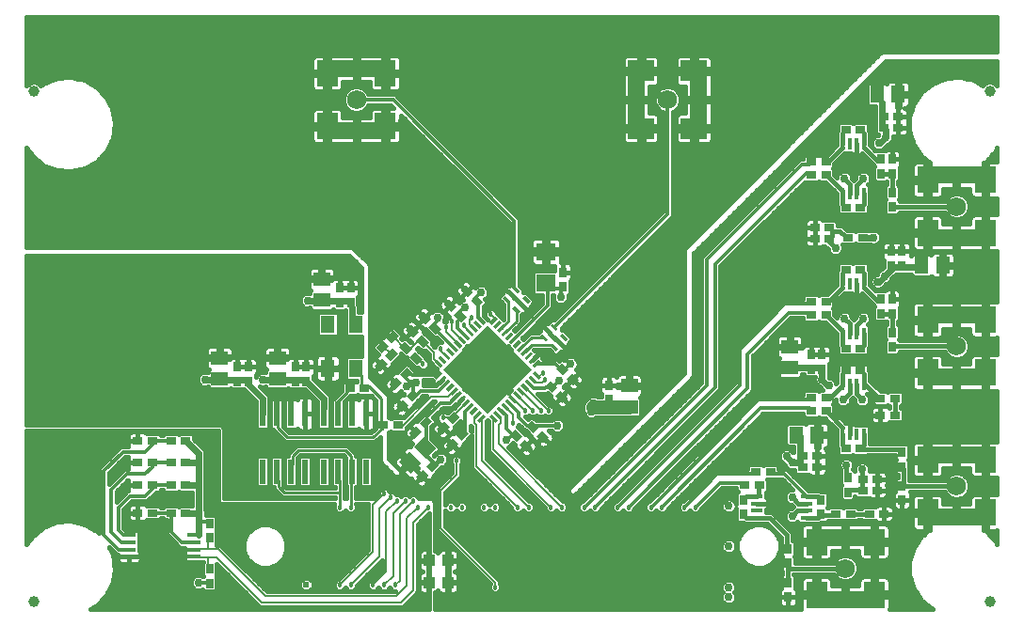
<source format=gtl>
G75*
G70*
%OFA0B0*%
%FSLAX24Y24*%
%IPPOS*%
%LPD*%
%AMOC8*
5,1,8,0,0,1.08239X$1,22.5*
%
%ADD10R,0.0118X0.0315*%
%ADD11R,0.2205X0.2205*%
%ADD12R,0.0276X0.0118*%
%ADD13R,0.0354X0.0276*%
%ADD14R,0.0276X0.0354*%
%ADD15R,0.0710X0.0630*%
%ADD16R,0.0512X0.0591*%
%ADD17R,0.0591X0.0512*%
%ADD18R,0.0472X0.0138*%
%ADD19R,0.0157X0.0433*%
%ADD20R,0.0433X0.0157*%
%ADD21R,0.0512X0.0630*%
%ADD22C,0.0681*%
%ADD23R,0.0925X0.0748*%
%ADD24R,0.0591X0.1339*%
%ADD25R,0.0748X0.0925*%
%ADD26R,0.1339X0.0591*%
%ADD27C,0.0394*%
%ADD28R,0.0236X0.0866*%
%ADD29R,0.0394X0.0433*%
%ADD30C,0.0100*%
%ADD31C,0.0160*%
%ADD32C,0.0180*%
%ADD33C,0.0295*%
%ADD34C,0.0120*%
%ADD35C,0.0240*%
%ADD36C,0.0240*%
%ADD37C,0.0080*%
%ADD38C,0.0500*%
%ADD39C,0.0140*%
D10*
G36*
X015359Y009139D02*
X015442Y009056D01*
X015221Y008835D01*
X015138Y008918D01*
X015359Y009139D01*
G37*
G36*
X015442Y009336D02*
X015359Y009253D01*
X015138Y009474D01*
X015221Y009557D01*
X015442Y009336D01*
G37*
G36*
X015582Y009475D02*
X015499Y009392D01*
X015278Y009613D01*
X015361Y009696D01*
X015582Y009475D01*
G37*
G36*
X015721Y009614D02*
X015638Y009531D01*
X015417Y009752D01*
X015500Y009835D01*
X015721Y009614D01*
G37*
G36*
X015860Y009753D02*
X015777Y009670D01*
X015556Y009891D01*
X015639Y009974D01*
X015860Y009753D01*
G37*
G36*
X015999Y009892D02*
X015916Y009809D01*
X015695Y010030D01*
X015778Y010113D01*
X015999Y009892D01*
G37*
G36*
X016138Y010032D02*
X016055Y009949D01*
X015834Y010170D01*
X015917Y010253D01*
X016138Y010032D01*
G37*
G36*
X016278Y010171D02*
X016195Y010088D01*
X015974Y010309D01*
X016057Y010392D01*
X016278Y010171D01*
G37*
G36*
X016417Y010310D02*
X016334Y010227D01*
X016113Y010448D01*
X016196Y010531D01*
X016417Y010310D01*
G37*
G36*
X016556Y010449D02*
X016473Y010366D01*
X016252Y010587D01*
X016335Y010670D01*
X016556Y010449D01*
G37*
G36*
X016695Y010588D02*
X016612Y010505D01*
X016391Y010726D01*
X016474Y010809D01*
X016695Y010588D01*
G37*
G36*
X016834Y010727D02*
X016751Y010644D01*
X016530Y010865D01*
X016613Y010948D01*
X016834Y010727D01*
G37*
G36*
X016974Y010867D02*
X016891Y010784D01*
X016670Y011005D01*
X016753Y011088D01*
X016974Y010867D01*
G37*
G36*
X017170Y010784D02*
X017087Y010867D01*
X017308Y011088D01*
X017391Y011005D01*
X017170Y010784D01*
G37*
G36*
X017309Y010644D02*
X017226Y010727D01*
X017447Y010948D01*
X017530Y010865D01*
X017309Y010644D01*
G37*
G36*
X017449Y010505D02*
X017366Y010588D01*
X017587Y010809D01*
X017670Y010726D01*
X017449Y010505D01*
G37*
G36*
X017588Y010366D02*
X017505Y010449D01*
X017726Y010670D01*
X017809Y010587D01*
X017588Y010366D01*
G37*
G36*
X017727Y010227D02*
X017644Y010310D01*
X017865Y010531D01*
X017948Y010448D01*
X017727Y010227D01*
G37*
G36*
X017866Y010088D02*
X017783Y010171D01*
X018004Y010392D01*
X018087Y010309D01*
X017866Y010088D01*
G37*
G36*
X018005Y009949D02*
X017922Y010032D01*
X018143Y010253D01*
X018226Y010170D01*
X018005Y009949D01*
G37*
G36*
X018145Y009809D02*
X018062Y009892D01*
X018283Y010113D01*
X018366Y010030D01*
X018145Y009809D01*
G37*
G36*
X018284Y009670D02*
X018201Y009753D01*
X018422Y009974D01*
X018505Y009891D01*
X018284Y009670D01*
G37*
G36*
X018423Y009531D02*
X018340Y009614D01*
X018561Y009835D01*
X018644Y009752D01*
X018423Y009531D01*
G37*
G36*
X018562Y009392D02*
X018479Y009475D01*
X018700Y009696D01*
X018783Y009613D01*
X018562Y009392D01*
G37*
G36*
X018701Y009253D02*
X018618Y009336D01*
X018839Y009557D01*
X018922Y009474D01*
X018701Y009253D01*
G37*
G36*
X018618Y009056D02*
X018701Y009139D01*
X018922Y008918D01*
X018839Y008835D01*
X018618Y009056D01*
G37*
G36*
X018479Y008917D02*
X018562Y009000D01*
X018783Y008779D01*
X018700Y008696D01*
X018479Y008917D01*
G37*
G36*
X018340Y008778D02*
X018423Y008861D01*
X018644Y008640D01*
X018561Y008557D01*
X018340Y008778D01*
G37*
G36*
X018201Y008638D02*
X018284Y008721D01*
X018505Y008500D01*
X018422Y008417D01*
X018201Y008638D01*
G37*
G36*
X018062Y008499D02*
X018145Y008582D01*
X018366Y008361D01*
X018283Y008278D01*
X018062Y008499D01*
G37*
G36*
X017922Y008360D02*
X018005Y008443D01*
X018226Y008222D01*
X018143Y008139D01*
X017922Y008360D01*
G37*
G36*
X017783Y008221D02*
X017866Y008304D01*
X018087Y008083D01*
X018004Y008000D01*
X017783Y008221D01*
G37*
G36*
X017644Y008082D02*
X017727Y008165D01*
X017948Y007944D01*
X017865Y007861D01*
X017644Y008082D01*
G37*
G36*
X017505Y007942D02*
X017588Y008025D01*
X017809Y007804D01*
X017726Y007721D01*
X017505Y007942D01*
G37*
G36*
X017366Y007803D02*
X017449Y007886D01*
X017670Y007665D01*
X017587Y007582D01*
X017366Y007803D01*
G37*
G36*
X017226Y007664D02*
X017309Y007747D01*
X017530Y007526D01*
X017447Y007443D01*
X017226Y007664D01*
G37*
G36*
X017087Y007525D02*
X017170Y007608D01*
X017391Y007387D01*
X017308Y007304D01*
X017087Y007525D01*
G37*
G36*
X016891Y007608D02*
X016974Y007525D01*
X016753Y007304D01*
X016670Y007387D01*
X016891Y007608D01*
G37*
G36*
X016751Y007747D02*
X016834Y007664D01*
X016613Y007443D01*
X016530Y007526D01*
X016751Y007747D01*
G37*
G36*
X016612Y007886D02*
X016695Y007803D01*
X016474Y007582D01*
X016391Y007665D01*
X016612Y007886D01*
G37*
G36*
X016473Y008025D02*
X016556Y007942D01*
X016335Y007721D01*
X016252Y007804D01*
X016473Y008025D01*
G37*
G36*
X016334Y008165D02*
X016417Y008082D01*
X016196Y007861D01*
X016113Y007944D01*
X016334Y008165D01*
G37*
G36*
X016195Y008304D02*
X016278Y008221D01*
X016057Y008000D01*
X015974Y008083D01*
X016195Y008304D01*
G37*
G36*
X016055Y008443D02*
X016138Y008360D01*
X015917Y008139D01*
X015834Y008222D01*
X016055Y008443D01*
G37*
G36*
X015916Y008582D02*
X015999Y008499D01*
X015778Y008278D01*
X015695Y008361D01*
X015916Y008582D01*
G37*
G36*
X015777Y008721D02*
X015860Y008638D01*
X015639Y008417D01*
X015556Y008500D01*
X015777Y008721D01*
G37*
G36*
X015638Y008861D02*
X015721Y008778D01*
X015500Y008557D01*
X015417Y008640D01*
X015638Y008861D01*
G37*
G36*
X015499Y009000D02*
X015582Y008917D01*
X015361Y008696D01*
X015278Y008779D01*
X015499Y009000D01*
G37*
D11*
G36*
X015472Y009196D02*
X017030Y010754D01*
X018588Y009196D01*
X017030Y007638D01*
X015472Y009196D01*
G37*
D12*
G36*
X018109Y011175D02*
X017915Y011369D01*
X017999Y011453D01*
X018193Y011259D01*
X018109Y011175D01*
G37*
G36*
X018290Y011356D02*
X018096Y011550D01*
X018180Y011634D01*
X018374Y011440D01*
X018290Y011356D01*
G37*
G36*
X018471Y011537D02*
X018277Y011731D01*
X018361Y011815D01*
X018555Y011621D01*
X018471Y011537D01*
G37*
G36*
X018109Y011899D02*
X017915Y012093D01*
X017999Y012177D01*
X018193Y011983D01*
X018109Y011899D01*
G37*
G36*
X017928Y011718D02*
X017734Y011912D01*
X017818Y011996D01*
X018012Y011802D01*
X017928Y011718D01*
G37*
G36*
X017747Y011537D02*
X017553Y011731D01*
X017637Y011815D01*
X017831Y011621D01*
X017747Y011537D01*
G37*
G36*
X019448Y010560D02*
X019254Y010754D01*
X019338Y010838D01*
X019532Y010644D01*
X019448Y010560D01*
G37*
G36*
X019267Y010379D02*
X019073Y010573D01*
X019157Y010657D01*
X019351Y010463D01*
X019267Y010379D01*
G37*
G36*
X019086Y010198D02*
X018892Y010392D01*
X018976Y010476D01*
X019170Y010282D01*
X019086Y010198D01*
G37*
G36*
X019448Y009837D02*
X019254Y010031D01*
X019338Y010115D01*
X019532Y009921D01*
X019448Y009837D01*
G37*
G36*
X019629Y010018D02*
X019435Y010212D01*
X019519Y010296D01*
X019713Y010102D01*
X019629Y010018D01*
G37*
G36*
X019810Y010198D02*
X019616Y010392D01*
X019700Y010476D01*
X019894Y010282D01*
X019810Y010198D01*
G37*
D13*
G36*
X019711Y008997D02*
X019462Y009246D01*
X019657Y009441D01*
X019906Y009192D01*
X019711Y008997D01*
G37*
G36*
X020073Y008635D02*
X019824Y008884D01*
X020019Y009079D01*
X020268Y008830D01*
X020073Y008635D01*
G37*
G36*
X019679Y008005D02*
X019430Y008254D01*
X019625Y008449D01*
X019874Y008200D01*
X019679Y008005D01*
G37*
G36*
X019317Y008367D02*
X019068Y008616D01*
X019263Y008811D01*
X019512Y008562D01*
X019317Y008367D01*
G37*
G36*
X018648Y006950D02*
X018399Y007199D01*
X018594Y007394D01*
X018843Y007145D01*
X018648Y006950D01*
G37*
G36*
X019010Y006588D02*
X018761Y006837D01*
X018956Y007032D01*
X019205Y006783D01*
X019010Y006588D01*
G37*
G36*
X018419Y006273D02*
X018170Y006522D01*
X018365Y006717D01*
X018614Y006468D01*
X018419Y006273D01*
G37*
G36*
X018058Y006635D02*
X017809Y006884D01*
X018004Y007079D01*
X018253Y006830D01*
X018058Y006635D01*
G37*
G36*
X015926Y006869D02*
X016175Y007118D01*
X016370Y006923D01*
X016121Y006674D01*
X015926Y006869D01*
G37*
G36*
X015564Y006507D02*
X015813Y006756D01*
X016008Y006561D01*
X015759Y006312D01*
X015564Y006507D01*
G37*
G36*
X015249Y007098D02*
X015498Y007347D01*
X015693Y007152D01*
X015444Y006903D01*
X015249Y007098D01*
G37*
G36*
X014627Y007302D02*
X014876Y007551D01*
X015071Y007356D01*
X014822Y007107D01*
X014627Y007302D01*
G37*
G36*
X014265Y006941D02*
X014514Y007190D01*
X014709Y006995D01*
X014460Y006746D01*
X014265Y006941D01*
G37*
X013861Y007227D03*
X013349Y007227D03*
G36*
X013793Y007885D02*
X014042Y008134D01*
X014237Y007939D01*
X013988Y007690D01*
X013793Y007885D01*
G37*
G36*
X014155Y008247D02*
X014404Y008496D01*
X014599Y008301D01*
X014350Y008052D01*
X014155Y008247D01*
G37*
G36*
X013557Y008673D02*
X013806Y008922D01*
X014001Y008727D01*
X013752Y008478D01*
X013557Y008673D01*
G37*
G36*
X013918Y009035D02*
X014167Y009284D01*
X014362Y009089D01*
X014113Y008840D01*
X013918Y009035D01*
G37*
G36*
X013045Y009342D02*
X013294Y009591D01*
X013489Y009396D01*
X013240Y009147D01*
X013045Y009342D01*
G37*
G36*
X013407Y009704D02*
X013656Y009953D01*
X013851Y009758D01*
X013602Y009509D01*
X013407Y009704D01*
G37*
G36*
X013084Y009972D02*
X013333Y010221D01*
X013528Y010026D01*
X013279Y009777D01*
X013084Y009972D01*
G37*
G36*
X013446Y010334D02*
X013695Y010583D01*
X013890Y010388D01*
X013641Y010139D01*
X013446Y010334D01*
G37*
G36*
X014160Y009745D02*
X013911Y009994D01*
X014106Y010189D01*
X014355Y009940D01*
X014160Y009745D01*
G37*
G36*
X014522Y009383D02*
X014273Y009632D01*
X014468Y009827D01*
X014717Y009578D01*
X014522Y009383D01*
G37*
G36*
X014704Y010418D02*
X014953Y010169D01*
X014758Y009974D01*
X014509Y010223D01*
X014704Y010418D01*
G37*
G36*
X014342Y010780D02*
X014591Y010531D01*
X014396Y010336D01*
X014147Y010585D01*
X014342Y010780D01*
G37*
G36*
X014775Y011252D02*
X015024Y011003D01*
X014829Y010808D01*
X014580Y011057D01*
X014775Y011252D01*
G37*
G36*
X015137Y010890D02*
X015386Y010641D01*
X015191Y010446D01*
X014942Y010695D01*
X015137Y010890D01*
G37*
G36*
X015681Y011685D02*
X015930Y011436D01*
X015735Y011241D01*
X015486Y011490D01*
X015681Y011685D01*
G37*
G36*
X016271Y012197D02*
X016520Y011948D01*
X016325Y011753D01*
X016076Y012002D01*
X016271Y012197D01*
G37*
G36*
X016633Y011835D02*
X016882Y011586D01*
X016687Y011391D01*
X016438Y011640D01*
X016633Y011835D01*
G37*
G36*
X016043Y011323D02*
X016292Y011074D01*
X016097Y010879D01*
X015848Y011128D01*
X016043Y011323D01*
G37*
X012680Y008526D03*
X012168Y008526D03*
G36*
X015611Y007460D02*
X015860Y007709D01*
X016055Y007514D01*
X015806Y007265D01*
X015611Y007460D01*
G37*
G36*
X014863Y005747D02*
X015112Y005996D01*
X015307Y005801D01*
X015058Y005552D01*
X014863Y005747D01*
G37*
G36*
X014501Y005385D02*
X014750Y005634D01*
X014945Y005439D01*
X014696Y005190D01*
X014501Y005385D01*
G37*
X006341Y005101D03*
X005830Y005101D03*
X005160Y005101D03*
X004649Y005101D03*
X004649Y005889D03*
X005160Y005889D03*
X005830Y005889D03*
X006341Y005889D03*
X006341Y006676D03*
X005830Y006676D03*
X005160Y006676D03*
X004649Y006676D03*
X004649Y004117D03*
X005160Y004117D03*
X005830Y004117D03*
X006341Y004117D03*
X026145Y005101D03*
X026656Y005101D03*
X026538Y005574D03*
X027050Y005574D03*
X028192Y005731D03*
X028192Y006125D03*
X028704Y006125D03*
X028704Y005731D03*
X029727Y006400D03*
X030239Y006400D03*
X030318Y005298D03*
X030318Y004904D03*
X030830Y004904D03*
X030830Y005298D03*
X031066Y004078D03*
X030554Y004078D03*
X029885Y004078D03*
X029373Y004078D03*
X030948Y007582D03*
X031460Y007582D03*
X031460Y008172D03*
X030948Y008172D03*
X030239Y009156D03*
X029727Y009156D03*
X029727Y009944D03*
X030239Y009944D03*
X029019Y011125D03*
X029019Y011597D03*
X028507Y011597D03*
X028507Y011125D03*
X029727Y012739D03*
X030239Y012739D03*
X030318Y013881D03*
X029806Y013881D03*
X029137Y013841D03*
X028625Y013841D03*
X028625Y014235D03*
X029137Y014235D03*
X029727Y014944D03*
X030239Y014944D03*
X029019Y016086D03*
X029019Y016558D03*
X028507Y016558D03*
X028507Y016086D03*
X029727Y017700D03*
X030239Y017700D03*
X031066Y017778D03*
X031066Y018172D03*
X031578Y018172D03*
X031578Y017778D03*
X029019Y008211D03*
X029019Y007739D03*
X028507Y007739D03*
X028507Y008211D03*
D14*
X028487Y009215D03*
X028881Y009215D03*
X028881Y009727D03*
X028487Y009727D03*
X030967Y011184D03*
X031361Y011184D03*
X031361Y011696D03*
X030967Y011696D03*
X031322Y012877D03*
X031715Y012877D03*
X031715Y013389D03*
X031322Y013389D03*
X031361Y014963D03*
X031361Y015475D03*
X031361Y016145D03*
X030967Y016145D03*
X030967Y016656D03*
X031361Y016656D03*
X031361Y010515D03*
X031361Y010003D03*
X031715Y006263D03*
X031715Y005751D03*
X031715Y005082D03*
X031715Y004570D03*
X029786Y004845D03*
X029786Y005357D03*
X028841Y004570D03*
X028841Y004058D03*
X027680Y002837D03*
X027680Y002326D03*
X027680Y001637D03*
X027680Y001125D03*
X026086Y004058D03*
X026086Y004570D03*
X021322Y008133D03*
X021322Y008645D03*
X019708Y012129D03*
X019708Y012641D03*
X012188Y012089D03*
X011794Y012089D03*
X011794Y011578D03*
X012188Y011578D03*
X010613Y009294D03*
X010219Y009294D03*
X010219Y008782D03*
X010613Y008782D03*
X008566Y008782D03*
X008172Y008782D03*
X008172Y009294D03*
X008566Y009294D03*
X007188Y003743D03*
X007188Y003231D03*
X007188Y002129D03*
X007188Y001617D03*
D15*
X019097Y012258D03*
X019097Y013378D03*
D16*
X027956Y006873D03*
X028704Y006873D03*
X032404Y012897D03*
X033152Y012897D03*
X031578Y018960D03*
X030830Y018960D03*
G36*
X014426Y006456D02*
X014788Y006818D01*
X015204Y006402D01*
X014842Y006040D01*
X014426Y006456D01*
G37*
G36*
X013897Y005927D02*
X014259Y006289D01*
X014675Y005873D01*
X014313Y005511D01*
X013897Y005927D01*
G37*
D17*
X009589Y008861D03*
X009589Y009609D03*
X007542Y009609D03*
X007542Y008861D03*
X011164Y011656D03*
X011164Y012404D03*
X022050Y008625D03*
X022050Y007877D03*
X027739Y009255D03*
X027739Y010003D03*
D18*
X006647Y003320D03*
X006647Y003064D03*
X006647Y002808D03*
X006647Y002552D03*
X004343Y002552D03*
X004343Y002808D03*
X004343Y003064D03*
X004343Y003320D03*
D19*
X029599Y006893D03*
X029855Y006893D03*
X030111Y006893D03*
X030367Y006893D03*
X030367Y008664D03*
X030111Y008664D03*
X029855Y008664D03*
X029599Y008664D03*
X029599Y010475D03*
X029855Y010475D03*
X030111Y010475D03*
X030367Y010475D03*
X030367Y012247D03*
X030111Y012247D03*
X029855Y012247D03*
X029599Y012247D03*
X029599Y015436D03*
X029855Y015436D03*
X030111Y015436D03*
X030367Y015436D03*
X030367Y017208D03*
X030111Y017208D03*
X029855Y017208D03*
X029599Y017208D03*
D20*
X028349Y004698D03*
X028349Y004442D03*
X028349Y004186D03*
X028349Y003930D03*
X026578Y003930D03*
X026578Y004186D03*
X026578Y004442D03*
X026578Y004698D03*
D21*
X012365Y009235D03*
X011381Y009235D03*
X011381Y010810D03*
X012365Y010810D03*
D22*
X012385Y018763D03*
X023408Y018763D03*
X033645Y014983D03*
X033645Y010023D03*
X033645Y005062D03*
X029708Y002149D03*
D23*
X024343Y017739D03*
X022473Y017739D03*
X022473Y019786D03*
X024343Y019786D03*
D24*
X024511Y018763D03*
X022306Y018763D03*
D25*
X013408Y019698D03*
X011361Y019698D03*
X011361Y017828D03*
X013408Y017828D03*
X032621Y015918D03*
X034668Y015918D03*
X034668Y014048D03*
X032621Y014048D03*
X032621Y010958D03*
X034668Y010958D03*
X034668Y009087D03*
X032621Y009087D03*
X032621Y005997D03*
X034668Y005997D03*
X034668Y004127D03*
X032621Y004127D03*
X030731Y003084D03*
X028684Y003084D03*
X028684Y001213D03*
X030731Y001213D03*
D26*
X029708Y001046D03*
X029708Y003251D03*
X033645Y003960D03*
X033645Y006164D03*
X033645Y008920D03*
X033645Y011125D03*
X033645Y013881D03*
X033645Y016086D03*
X012385Y017660D03*
X012385Y019865D03*
D27*
X000967Y000967D03*
X000967Y019078D03*
X034826Y019078D03*
X034826Y000967D03*
D28*
X012741Y005574D03*
X012241Y005574D03*
X011741Y005574D03*
X011241Y005574D03*
X010576Y005574D03*
X010076Y005574D03*
X009576Y005574D03*
X009076Y005574D03*
X009076Y007621D03*
X009576Y007621D03*
X010076Y007621D03*
X010576Y007621D03*
X011241Y007621D03*
X011741Y007621D03*
X012241Y007621D03*
X012741Y007621D03*
D29*
X014963Y002424D03*
X015633Y002424D03*
X015633Y001637D03*
X014963Y001637D03*
D30*
X012188Y004314D02*
X012188Y006125D01*
X011991Y006322D01*
X010337Y006322D01*
X010141Y006125D01*
X010141Y005849D01*
X009629Y005259D02*
X009629Y005023D01*
X009826Y004826D01*
X011794Y004826D01*
X011794Y005259D01*
X011794Y004826D02*
X011794Y004314D01*
X012975Y006794D02*
X009944Y006794D01*
X009615Y007123D01*
X009615Y007345D01*
X011676Y008015D02*
X012070Y008408D01*
X012582Y008605D02*
X012582Y008999D01*
X012818Y008605D02*
X013251Y008172D01*
X013251Y007267D01*
X013330Y007149D02*
X012975Y006794D01*
X018214Y009961D02*
X018590Y010337D01*
X019031Y010337D01*
X019306Y010062D02*
X018593Y010062D01*
X018353Y009822D01*
X019306Y010062D02*
X019393Y009976D01*
X018054Y010915D02*
X018054Y011314D01*
X017778Y011590D02*
X017692Y011676D01*
X017778Y011590D02*
X017778Y010918D01*
X017518Y010657D01*
X017657Y010518D02*
X018054Y010915D01*
D31*
X018179Y010800D02*
X018240Y010800D01*
X018224Y010845D02*
X018224Y011120D01*
X018280Y011176D01*
X018314Y011176D01*
X018360Y011188D01*
X018401Y011212D01*
X018460Y011270D01*
X018235Y011495D01*
X018235Y011495D01*
X018460Y011270D01*
X018518Y011329D01*
X018542Y011370D01*
X018554Y011416D01*
X018554Y011450D01*
X018675Y011571D01*
X018675Y011670D01*
X018410Y011935D01*
X018313Y011935D01*
X018313Y012032D01*
X018165Y012180D01*
X018165Y014550D01*
X013874Y018841D01*
X013763Y018953D01*
X012805Y018953D01*
X012775Y019024D01*
X012646Y019153D01*
X012476Y019223D01*
X012293Y019223D01*
X012124Y019153D01*
X011994Y019024D01*
X011924Y018854D01*
X011924Y018671D01*
X011994Y018502D01*
X012124Y018372D01*
X012293Y018302D01*
X012476Y018302D01*
X012646Y018372D01*
X012775Y018502D01*
X012805Y018573D01*
X013605Y018573D01*
X013708Y018470D01*
X013488Y018470D01*
X013488Y017908D01*
X013328Y017908D01*
X013328Y018470D01*
X013011Y018470D01*
X012965Y018458D01*
X012924Y018434D01*
X012890Y018401D01*
X012867Y018360D01*
X012854Y018314D01*
X012854Y018136D01*
X012452Y018136D01*
X012452Y017728D01*
X012317Y017728D01*
X012317Y018136D01*
X011915Y018136D01*
X011915Y018314D01*
X011903Y018360D01*
X011879Y018401D01*
X011846Y018434D01*
X011805Y018458D01*
X011759Y018470D01*
X011441Y018470D01*
X011441Y017908D01*
X011281Y017908D01*
X011281Y018470D01*
X010963Y018470D01*
X010918Y018458D01*
X010877Y018434D01*
X010843Y018401D01*
X010819Y018360D01*
X010807Y018314D01*
X010807Y017908D01*
X011281Y017908D01*
X011281Y017748D01*
X010807Y017748D01*
X010807Y017341D01*
X010819Y017296D01*
X010843Y017255D01*
X010877Y017221D01*
X010918Y017197D01*
X010963Y017185D01*
X011281Y017185D01*
X011281Y017748D01*
X011441Y017748D01*
X011441Y017185D01*
X012317Y017185D01*
X012317Y017593D01*
X012452Y017593D01*
X012452Y017185D01*
X013043Y017185D01*
X013328Y017185D01*
X013328Y017748D01*
X013488Y017748D01*
X013488Y017908D01*
X013962Y017908D01*
X013962Y018216D01*
X017785Y014393D01*
X017785Y012174D01*
X017748Y012164D01*
X017707Y012140D01*
X017648Y012082D01*
X017590Y012023D01*
X017566Y011982D01*
X017554Y011936D01*
X017554Y011902D01*
X017433Y011781D01*
X017433Y011682D01*
X017608Y011507D01*
X017608Y010989D01*
X017594Y010974D01*
X017498Y011070D01*
X017498Y011070D01*
X017359Y011209D01*
X017359Y011251D01*
X017235Y011374D01*
X017062Y011374D01*
X016939Y011251D01*
X016939Y011077D01*
X017033Y010983D01*
X017030Y010980D01*
X017002Y011009D01*
X017002Y011010D01*
X016895Y011116D01*
X016895Y011428D01*
X017003Y011536D01*
X017003Y011635D01*
X016942Y011696D01*
X016965Y011705D01*
X017041Y011780D01*
X017081Y011879D01*
X017081Y011985D01*
X017041Y012084D01*
X016965Y012159D01*
X016867Y012200D01*
X016761Y012200D01*
X016662Y012159D01*
X016613Y012110D01*
X016523Y012200D01*
X016381Y012342D01*
X016340Y012366D01*
X016294Y012378D01*
X016247Y012378D01*
X016201Y012366D01*
X016160Y012342D01*
X016046Y012228D01*
X016298Y011975D01*
X016298Y011975D01*
X016074Y011750D01*
X016166Y011658D01*
X016091Y011627D01*
X016042Y011578D01*
X015932Y011688D01*
X015790Y011830D01*
X015749Y011854D01*
X015704Y011866D01*
X015656Y011866D01*
X015610Y011854D01*
X015569Y011830D01*
X015455Y011716D01*
X015341Y011602D01*
X015317Y011561D01*
X015305Y011515D01*
X015305Y011467D01*
X015317Y011422D01*
X015341Y011381D01*
X015483Y011239D01*
X015708Y011463D01*
X015483Y011239D01*
X015625Y011097D01*
X015661Y011076D01*
X015561Y010976D01*
X015561Y010902D01*
X015489Y010902D01*
X015526Y010993D01*
X015526Y011099D01*
X015486Y011198D01*
X015410Y011273D01*
X015312Y011314D01*
X015206Y011314D01*
X015107Y011273D01*
X015058Y011224D01*
X015027Y011255D01*
X014802Y011030D01*
X014577Y010806D01*
X014802Y011030D01*
X014802Y011030D01*
X014550Y011283D01*
X014802Y011030D01*
X014802Y011030D01*
X014802Y011030D01*
X015027Y011255D01*
X014885Y011397D01*
X014844Y011421D01*
X014798Y011433D01*
X014751Y011433D01*
X014705Y011421D01*
X014664Y011397D01*
X014550Y011283D01*
X014435Y011169D01*
X014412Y011128D01*
X014399Y011082D01*
X014399Y011034D01*
X014412Y010989D01*
X014435Y010948D01*
X014577Y010806D01*
X014720Y010663D01*
X014761Y010640D01*
X014806Y010628D01*
X014840Y010628D01*
X015142Y010326D01*
X015228Y010326D01*
X015400Y010154D01*
X015290Y010154D01*
X015167Y010031D01*
X015167Y009986D01*
X015054Y010099D01*
X015074Y010118D01*
X015074Y010218D01*
X014772Y010520D01*
X014772Y010554D01*
X014760Y010599D01*
X014736Y010640D01*
X014594Y010783D01*
X014452Y010925D01*
X014411Y010948D01*
X014365Y010961D01*
X014318Y010961D01*
X014272Y010948D01*
X014231Y010925D01*
X014117Y010810D01*
X014002Y010696D01*
X013979Y010655D01*
X013966Y010609D01*
X013966Y010562D01*
X013979Y010516D01*
X014002Y010475D01*
X014144Y010333D01*
X014369Y010558D01*
X014369Y010558D01*
X014117Y010810D01*
X014369Y010558D01*
X014594Y010783D01*
X014369Y010558D01*
X014369Y010558D01*
X014369Y010558D01*
X014144Y010333D01*
X014286Y010191D01*
X014317Y010173D01*
X014304Y010160D01*
X014155Y010310D01*
X014055Y010310D01*
X014016Y010271D01*
X013979Y010308D01*
X014011Y010339D01*
X014011Y010438D01*
X013746Y010704D01*
X013646Y010704D01*
X013325Y010383D01*
X013325Y010342D01*
X013284Y010342D01*
X012963Y010021D01*
X012963Y009922D01*
X013167Y009718D01*
X013042Y009594D01*
X013267Y009369D01*
X013491Y009144D01*
X013267Y009369D01*
X013267Y009369D01*
X013014Y009117D01*
X013267Y009369D01*
X013267Y009369D01*
X013267Y009369D01*
X013042Y009594D01*
X012900Y009452D01*
X012876Y009411D01*
X012869Y009384D01*
X012869Y012911D01*
X012793Y012987D01*
X012242Y013538D01*
X000710Y013538D01*
X000710Y017057D01*
X000917Y016754D01*
X000917Y016754D01*
X001309Y016442D01*
X001775Y016259D01*
X002274Y016221D01*
X002762Y016333D01*
X003196Y016583D01*
X003196Y016583D01*
X003196Y016583D01*
X003537Y016950D01*
X003754Y017401D01*
X003754Y017401D01*
X003829Y017897D01*
X003754Y018392D01*
X003537Y018843D01*
X003196Y019210D01*
X003196Y019210D01*
X002762Y019460D01*
X002274Y019572D01*
X001775Y019534D01*
X001775Y019534D01*
X001309Y019351D01*
X001309Y019351D01*
X001216Y019277D01*
X001147Y019346D01*
X001030Y019394D01*
X000904Y019394D01*
X000788Y019346D01*
X000710Y019268D01*
X000710Y021697D01*
X035083Y021697D01*
X035083Y020467D01*
X030992Y020467D01*
X030916Y020391D01*
X023987Y013462D01*
X023987Y009053D01*
X019893Y004958D01*
X019893Y004851D01*
X019969Y004774D01*
X020008Y004735D01*
X020116Y004735D01*
X020192Y004811D01*
X024326Y008945D01*
X024326Y013315D01*
X031139Y020129D01*
X035083Y020129D01*
X035083Y019268D01*
X035005Y019346D01*
X034889Y019394D01*
X034763Y019394D01*
X034646Y019346D01*
X034577Y019277D01*
X034258Y019460D01*
X033770Y019572D01*
X033271Y019534D01*
X033271Y019534D01*
X032805Y019351D01*
X032413Y019039D01*
X032131Y018625D01*
X031983Y018147D01*
X031983Y017646D01*
X032131Y017168D01*
X032131Y017168D01*
X032413Y016754D01*
X032413Y016754D01*
X032701Y016524D01*
X032701Y015998D01*
X032541Y015998D01*
X032541Y015838D01*
X032701Y015838D01*
X032701Y015276D01*
X033019Y015276D01*
X033064Y015288D01*
X033105Y015312D01*
X033139Y015345D01*
X033163Y015386D01*
X033175Y015432D01*
X033175Y015610D01*
X033577Y015610D01*
X033577Y016018D01*
X033712Y016018D01*
X033712Y015610D01*
X034114Y015610D01*
X034114Y015432D01*
X034126Y015386D01*
X034150Y015345D01*
X034184Y015312D01*
X034225Y015288D01*
X034270Y015276D01*
X034588Y015276D01*
X034588Y015838D01*
X034748Y015838D01*
X034748Y015276D01*
X035066Y015276D01*
X035083Y015280D01*
X035083Y014686D01*
X035066Y014691D01*
X034748Y014691D01*
X034748Y014128D01*
X034588Y014128D01*
X034588Y014691D01*
X034270Y014691D01*
X034225Y014678D01*
X034184Y014655D01*
X034150Y014621D01*
X034126Y014580D01*
X034114Y014534D01*
X034114Y014356D01*
X033712Y014356D01*
X033712Y013948D01*
X033577Y013948D01*
X033577Y014356D01*
X033175Y014356D01*
X033175Y014534D01*
X033163Y014580D01*
X033139Y014621D01*
X033105Y014655D01*
X033064Y014678D01*
X033019Y014691D01*
X032701Y014691D01*
X032701Y014128D01*
X032541Y014128D01*
X030814Y014128D01*
X030863Y014108D02*
X030765Y014148D01*
X030658Y014148D01*
X030592Y014121D01*
X030562Y014121D01*
X030545Y014139D01*
X030091Y014139D01*
X030062Y014110D01*
X030033Y014139D01*
X029772Y014139D01*
X029711Y014200D01*
X029594Y014317D01*
X029434Y014317D01*
X029434Y014423D01*
X029364Y014493D01*
X028937Y014493D01*
X028913Y014517D01*
X028872Y014541D01*
X028826Y014553D01*
X028625Y014553D01*
X028625Y014235D01*
X028625Y013841D01*
X028625Y013524D01*
X028826Y013524D01*
X028872Y013536D01*
X028913Y013560D01*
X028937Y013584D01*
X028974Y013584D01*
X029086Y013472D01*
X029086Y013434D01*
X029126Y013335D01*
X029202Y013260D01*
X029300Y013219D01*
X029406Y013219D01*
X029505Y013260D01*
X029580Y013335D01*
X029621Y013434D01*
X029621Y013540D01*
X029587Y013623D01*
X030033Y013623D01*
X030062Y013652D01*
X030091Y013623D01*
X030545Y013623D01*
X030562Y013641D01*
X030592Y013641D01*
X030658Y013613D01*
X030765Y013613D01*
X030863Y013654D01*
X030938Y013729D01*
X030979Y013828D01*
X030979Y013934D01*
X030938Y014032D01*
X030863Y014108D01*
X030964Y013970D02*
X032541Y013970D01*
X032541Y013968D02*
X032067Y013968D01*
X032067Y013562D01*
X032079Y013516D01*
X032103Y013475D01*
X032136Y013441D01*
X032177Y013418D01*
X032223Y013406D01*
X032541Y013406D01*
X032541Y013968D01*
X032701Y013968D01*
X032701Y013406D01*
X033577Y013406D01*
X033577Y013813D01*
X033712Y013813D01*
X033712Y013406D01*
X034302Y013406D01*
X034588Y013406D01*
X034588Y013968D01*
X034748Y013968D01*
X034748Y013406D01*
X035066Y013406D01*
X035083Y013410D01*
X035083Y011596D01*
X035066Y011600D01*
X034748Y011600D01*
X034748Y011038D01*
X034588Y011038D01*
X034588Y011600D01*
X033712Y011600D01*
X033712Y011193D01*
X033577Y011193D01*
X033577Y011600D01*
X032701Y011600D01*
X032701Y011038D01*
X032541Y011038D01*
X032541Y011600D01*
X032223Y011600D01*
X032177Y011588D01*
X032136Y011564D01*
X032103Y011531D01*
X032079Y011490D01*
X032067Y011444D01*
X032067Y011038D01*
X032541Y011038D01*
X032541Y010878D01*
X032067Y010878D01*
X032067Y010471D01*
X032079Y010425D01*
X032103Y010384D01*
X032136Y010351D01*
X032177Y010327D01*
X032223Y010315D01*
X032541Y010315D01*
X032541Y010878D01*
X032701Y010878D01*
X032701Y010315D01*
X033019Y010315D01*
X033064Y010327D01*
X033105Y010351D01*
X033139Y010384D01*
X033163Y010425D01*
X033175Y010471D01*
X033175Y010650D01*
X033577Y010650D01*
X033577Y011057D01*
X033712Y011057D01*
X033712Y010650D01*
X034114Y010650D01*
X034114Y010471D01*
X034126Y010425D01*
X034150Y010384D01*
X034184Y010351D01*
X034225Y010327D01*
X034270Y010315D01*
X034588Y010315D01*
X034588Y010878D01*
X034748Y010878D01*
X034748Y010315D01*
X035066Y010315D01*
X035083Y010320D01*
X035083Y009725D01*
X035066Y009730D01*
X034748Y009730D01*
X034748Y009167D01*
X034588Y009167D01*
X034588Y009730D01*
X034270Y009730D01*
X034225Y009718D01*
X034184Y009694D01*
X034150Y009661D01*
X034126Y009620D01*
X034114Y009574D01*
X034114Y009395D01*
X033712Y009395D01*
X033712Y008988D01*
X033577Y008988D01*
X033577Y009395D01*
X033175Y009395D01*
X033175Y009574D01*
X033163Y009620D01*
X033139Y009661D01*
X033105Y009694D01*
X033064Y009718D01*
X033019Y009730D01*
X032701Y009730D01*
X032701Y009167D01*
X032541Y009167D01*
X032541Y009007D01*
X032701Y009007D01*
X032701Y008445D01*
X033577Y008445D01*
X033577Y008853D01*
X033712Y008853D01*
X033712Y008445D01*
X034302Y008445D01*
X034588Y008445D01*
X034588Y009007D01*
X034748Y009007D01*
X034748Y008445D01*
X035066Y008445D01*
X035083Y008449D01*
X035083Y006635D01*
X035066Y006640D01*
X034748Y006640D01*
X034748Y006077D01*
X034588Y006077D01*
X034588Y006640D01*
X033712Y006640D01*
X033712Y006232D01*
X033577Y006232D01*
X033577Y006640D01*
X032701Y006640D01*
X032701Y006077D01*
X032541Y006077D01*
X032541Y006640D01*
X032223Y006640D01*
X032177Y006627D01*
X032136Y006604D01*
X032103Y006570D01*
X032079Y006529D01*
X032067Y006483D01*
X032067Y006077D01*
X032541Y006077D01*
X032541Y005917D01*
X032067Y005917D01*
X032067Y005511D01*
X032079Y005465D01*
X032103Y005424D01*
X032136Y005390D01*
X032177Y005367D01*
X032223Y005354D01*
X032541Y005354D01*
X032541Y005917D01*
X032701Y005917D01*
X032701Y005354D01*
X033019Y005354D01*
X033064Y005367D01*
X033105Y005390D01*
X033139Y005424D01*
X033163Y005465D01*
X033175Y005511D01*
X033175Y005689D01*
X033577Y005689D01*
X033577Y006097D01*
X033712Y006097D01*
X033712Y005689D01*
X034114Y005689D01*
X034114Y005511D01*
X034126Y005465D01*
X034150Y005424D01*
X034184Y005390D01*
X034225Y005367D01*
X034270Y005354D01*
X034588Y005354D01*
X034588Y005917D01*
X034748Y005917D01*
X034748Y005354D01*
X035066Y005354D01*
X035083Y005359D01*
X035083Y004765D01*
X035066Y004769D01*
X034748Y004769D01*
X034748Y004207D01*
X034588Y004207D01*
X034588Y004769D01*
X034270Y004769D01*
X034225Y004757D01*
X034184Y004733D01*
X034150Y004700D01*
X034126Y004659D01*
X034114Y004613D01*
X034114Y004435D01*
X033712Y004435D01*
X033712Y004027D01*
X033577Y004027D01*
X033577Y004435D01*
X033175Y004435D01*
X033175Y004613D01*
X033163Y004659D01*
X033139Y004700D01*
X033105Y004733D01*
X033064Y004757D01*
X033019Y004769D01*
X032701Y004769D01*
X032701Y004207D01*
X032541Y004207D01*
X032541Y004769D01*
X032223Y004769D01*
X032177Y004757D01*
X032136Y004733D01*
X032103Y004700D01*
X032079Y004659D01*
X032067Y004613D01*
X032067Y004207D01*
X032541Y004207D01*
X032541Y004047D01*
X032067Y004047D01*
X032067Y003641D01*
X032079Y003595D01*
X032103Y003554D01*
X032136Y003520D01*
X032177Y003497D01*
X032223Y003484D01*
X032541Y003484D01*
X032541Y004047D01*
X032701Y004047D01*
X032701Y003521D01*
X032413Y003291D01*
X032131Y002877D01*
X031983Y002399D01*
X031983Y001898D01*
X032131Y001420D01*
X032131Y001420D01*
X032413Y001006D01*
X032413Y001006D01*
X032784Y000710D01*
X031281Y000710D01*
X031285Y000727D01*
X031285Y001133D01*
X030811Y001133D01*
X030811Y001293D01*
X031285Y001293D01*
X031285Y001700D01*
X031273Y001746D01*
X031249Y001787D01*
X031216Y001820D01*
X031175Y001844D01*
X031129Y001856D01*
X030811Y001856D01*
X030811Y001293D01*
X030651Y001293D01*
X030651Y001856D01*
X030333Y001856D01*
X030288Y001844D01*
X030247Y001820D01*
X030213Y001787D01*
X030189Y001746D01*
X030177Y001700D01*
X030177Y001521D01*
X029775Y001521D01*
X029775Y001114D01*
X029640Y001114D01*
X029640Y001521D01*
X029238Y001521D01*
X029238Y001700D01*
X029226Y001746D01*
X029202Y001787D01*
X029168Y001820D01*
X029127Y001844D01*
X029082Y001856D01*
X028764Y001856D01*
X028764Y001293D01*
X028604Y001293D01*
X028604Y001133D01*
X028130Y001133D01*
X028130Y000727D01*
X028135Y000710D01*
X015183Y000710D01*
X015183Y001300D01*
X015210Y001300D01*
X015267Y001357D01*
X015268Y001351D01*
X015292Y001310D01*
X015325Y001276D01*
X015366Y001252D01*
X015412Y001240D01*
X015614Y001240D01*
X015614Y001618D01*
X015651Y001618D01*
X015651Y001240D01*
X015853Y001240D01*
X015899Y001252D01*
X015940Y001276D01*
X015974Y001310D01*
X015997Y001351D01*
X016010Y001396D01*
X016010Y001618D01*
X015651Y001618D01*
X015651Y001655D01*
X015614Y001655D01*
X015614Y002033D01*
X015614Y002406D01*
X015651Y002406D01*
X015651Y002443D01*
X015614Y002443D01*
X015614Y002821D01*
X015412Y002821D01*
X015366Y002808D01*
X015325Y002785D01*
X015292Y002751D01*
X015268Y002710D01*
X015267Y002704D01*
X015210Y002761D01*
X015183Y002761D01*
X015183Y004515D01*
X015066Y004632D01*
X014603Y004632D01*
X014603Y004637D01*
X014480Y004760D01*
X014306Y004760D01*
X014255Y004709D01*
X014204Y004760D01*
X014030Y004760D01*
X013979Y004709D01*
X013928Y004760D01*
X013810Y004760D01*
X013692Y004878D01*
X013574Y004878D01*
X013456Y004996D01*
X013282Y004996D01*
X013159Y004873D01*
X013159Y004803D01*
X012988Y004632D01*
X012358Y004632D01*
X012358Y005021D01*
X012409Y005021D01*
X012479Y005091D01*
X012479Y006056D01*
X012409Y006127D01*
X012358Y006127D01*
X012358Y006195D01*
X012061Y006492D01*
X010267Y006492D01*
X010070Y006295D01*
X009971Y006195D01*
X009971Y006127D01*
X009908Y006127D01*
X009838Y006056D01*
X009838Y005091D01*
X009908Y005021D01*
X010243Y005021D01*
X010314Y005091D01*
X010314Y006056D01*
X010313Y006057D01*
X010408Y006152D01*
X011921Y006152D01*
X012009Y006063D01*
X012003Y006056D01*
X012003Y005091D01*
X012018Y005076D01*
X012018Y004632D01*
X011964Y004632D01*
X011964Y005076D01*
X011979Y005091D01*
X011979Y006056D01*
X011909Y006127D01*
X011573Y006127D01*
X011503Y006056D01*
X011503Y005091D01*
X011573Y005021D01*
X011624Y005021D01*
X011624Y004996D01*
X009896Y004996D01*
X009807Y005084D01*
X009814Y005091D01*
X009814Y006056D01*
X009743Y006127D01*
X009408Y006127D01*
X009338Y006056D01*
X009338Y005091D01*
X009408Y005021D01*
X009459Y005021D01*
X009459Y004952D01*
X009558Y004853D01*
X009755Y004656D01*
X011624Y004656D01*
X011624Y004632D01*
X007703Y004632D01*
X007703Y007113D01*
X007586Y007230D01*
X000710Y007230D01*
X000710Y013239D01*
X012134Y013239D01*
X012570Y012803D01*
X012570Y011245D01*
X012467Y011245D01*
X012467Y011448D01*
X012446Y011500D01*
X012446Y011778D01*
X012470Y011802D01*
X012493Y011843D01*
X012506Y011889D01*
X012506Y012089D01*
X012188Y012089D01*
X012188Y012089D01*
X012112Y012089D01*
X011794Y012089D01*
X011794Y012089D01*
X011794Y012447D01*
X011633Y012447D01*
X011587Y012434D01*
X011546Y012411D01*
X011512Y012377D01*
X011500Y012356D01*
X011212Y012356D01*
X011212Y012452D01*
X011640Y012452D01*
X011640Y012684D01*
X011627Y012730D01*
X011604Y012771D01*
X011570Y012804D01*
X011529Y012828D01*
X011483Y012840D01*
X011212Y012840D01*
X011212Y012452D01*
X011116Y012452D01*
X011116Y012356D01*
X010689Y012356D01*
X010689Y012125D01*
X010701Y012079D01*
X010725Y012038D01*
X010758Y012004D01*
X010779Y011992D01*
X010749Y011962D01*
X010749Y011886D01*
X010706Y011904D01*
X010599Y011904D01*
X010501Y011864D01*
X010426Y011788D01*
X010385Y011690D01*
X010385Y011583D01*
X010426Y011485D01*
X010501Y011410D01*
X010599Y011369D01*
X010706Y011369D01*
X010749Y011387D01*
X010749Y011351D01*
X010819Y011280D01*
X011509Y011280D01*
X011558Y011329D01*
X011607Y011280D01*
X011982Y011280D01*
X011987Y011286D01*
X011987Y010998D01*
X011989Y010994D01*
X011989Y010445D01*
X012059Y010375D01*
X012570Y010375D01*
X012570Y009670D01*
X012059Y009670D01*
X011989Y009600D01*
X011989Y008870D01*
X012059Y008800D01*
X012412Y008800D01*
X012412Y008768D01*
X012395Y008784D01*
X011941Y008784D01*
X011871Y008714D01*
X011871Y008450D01*
X011595Y008174D01*
X011573Y008174D01*
X011503Y008104D01*
X011503Y007138D01*
X011573Y007068D01*
X011909Y007068D01*
X011979Y007138D01*
X011979Y008077D01*
X012003Y008101D01*
X012003Y007138D01*
X012073Y007068D01*
X012409Y007068D01*
X012457Y007116D01*
X012479Y007077D01*
X012512Y007044D01*
X012553Y007020D01*
X012599Y007008D01*
X012741Y007008D01*
X012741Y007621D01*
X012741Y008234D01*
X012599Y008234D01*
X012553Y008222D01*
X012512Y008198D01*
X012479Y008165D01*
X012457Y008126D01*
X012409Y008174D01*
X012076Y008174D01*
X012170Y008269D01*
X012395Y008269D01*
X012424Y008298D01*
X012453Y008269D01*
X012907Y008269D01*
X012910Y008272D01*
X013081Y008102D01*
X013081Y007443D01*
X013052Y007415D01*
X013052Y007111D01*
X012905Y006964D01*
X010014Y006964D01*
X009910Y007068D01*
X010243Y007068D01*
X010291Y007116D01*
X010314Y007077D01*
X010347Y007044D01*
X010388Y007020D01*
X010434Y007008D01*
X010576Y007008D01*
X010717Y007008D01*
X010763Y007020D01*
X010804Y007044D01*
X010838Y007077D01*
X010862Y007118D01*
X010874Y007164D01*
X010874Y007621D01*
X010874Y008078D01*
X010862Y008123D01*
X010838Y008165D01*
X010804Y008198D01*
X010763Y008222D01*
X010717Y008234D01*
X010576Y008234D01*
X010576Y007621D01*
X010874Y007621D01*
X010576Y007621D01*
X010576Y007621D01*
X010576Y007621D01*
X010576Y007008D01*
X010576Y007621D01*
X010576Y007621D01*
X010576Y008234D01*
X010434Y008234D01*
X010388Y008222D01*
X010347Y008198D01*
X010314Y008165D01*
X010291Y008126D01*
X010243Y008174D01*
X009908Y008174D01*
X009838Y008104D01*
X009838Y007141D01*
X009814Y007165D01*
X009814Y008104D01*
X009743Y008174D01*
X009408Y008174D01*
X009338Y008104D01*
X009338Y007138D01*
X009408Y007068D01*
X009445Y007068D01*
X009445Y007052D01*
X009774Y006724D01*
X009873Y006624D01*
X013046Y006624D01*
X013239Y006817D01*
X013239Y005914D01*
X013315Y005837D01*
X013748Y005404D01*
X013895Y005404D01*
X013971Y005480D01*
X013971Y005588D01*
X013895Y005664D01*
X013538Y006021D01*
X013538Y006969D01*
X013576Y006969D01*
X013605Y006998D01*
X013634Y006969D01*
X014086Y006969D01*
X014085Y006963D01*
X014085Y006916D01*
X014097Y006870D01*
X014120Y006829D01*
X014235Y006715D01*
X014349Y006601D01*
X014381Y006582D01*
X014305Y006506D01*
X014305Y006463D01*
X014281Y006470D01*
X014234Y006470D01*
X014188Y006457D01*
X014147Y006434D01*
X013983Y006270D01*
X014286Y005968D01*
X014218Y005900D01*
X013916Y006202D01*
X013752Y006038D01*
X013728Y005997D01*
X013716Y005951D01*
X013716Y005904D01*
X013728Y005858D01*
X013752Y005817D01*
X013943Y005625D01*
X014218Y005900D01*
X014286Y005832D01*
X014353Y005900D01*
X014557Y005696D01*
X014499Y005637D01*
X014723Y005412D01*
X014471Y005160D01*
X014723Y005412D01*
X014723Y005412D01*
X014499Y005637D01*
X014490Y005628D01*
X014286Y005832D01*
X014011Y005558D01*
X014203Y005366D01*
X014244Y005342D01*
X014290Y005330D01*
X014329Y005330D01*
X014333Y005315D01*
X014357Y005274D01*
X014471Y005160D01*
X014585Y005046D01*
X014626Y005022D01*
X014672Y005010D01*
X014719Y005010D01*
X014765Y005022D01*
X014806Y005046D01*
X014948Y005188D01*
X015090Y005330D01*
X015114Y005371D01*
X015126Y005417D01*
X015126Y005451D01*
X015415Y005739D01*
X015430Y005739D01*
X015528Y005780D01*
X015604Y005855D01*
X015644Y005954D01*
X015644Y006060D01*
X015604Y006158D01*
X015528Y006234D01*
X015430Y006274D01*
X015324Y006274D01*
X015225Y006234D01*
X015150Y006158D01*
X015143Y006141D01*
X015128Y006155D01*
X015324Y006351D01*
X015324Y006451D01*
X015045Y006730D01*
X015045Y007161D01*
X015192Y007308D01*
X015192Y007407D01*
X015108Y007491D01*
X015451Y007835D01*
X015766Y007835D01*
X015866Y007934D01*
X015887Y007913D01*
X015913Y007887D01*
X015856Y007830D01*
X015812Y007830D01*
X015645Y007663D01*
X015593Y007663D01*
X015543Y007713D01*
X015369Y007713D01*
X015246Y007590D01*
X015246Y007416D01*
X015279Y007382D01*
X015247Y007350D01*
X015471Y007125D01*
X015471Y007125D01*
X015219Y006872D01*
X015333Y006758D01*
X015374Y006735D01*
X015420Y006722D01*
X015467Y006722D01*
X015513Y006735D01*
X015554Y006758D01*
X015696Y006900D01*
X015471Y007125D01*
X015247Y007350D01*
X015105Y007208D01*
X015081Y007167D01*
X015069Y007121D01*
X015069Y007073D01*
X015081Y007028D01*
X015105Y006987D01*
X015219Y006872D01*
X015471Y007125D01*
X015471Y007125D01*
X015471Y007125D01*
X015696Y006900D01*
X015838Y007042D01*
X015862Y007083D01*
X015874Y007129D01*
X015874Y007163D01*
X016063Y007352D01*
X016063Y007176D01*
X015825Y006937D01*
X015791Y006937D01*
X015745Y006925D01*
X015704Y006901D01*
X015562Y006759D01*
X015786Y006534D01*
X015534Y006282D01*
X015648Y006168D01*
X015689Y006144D01*
X015735Y006132D01*
X015782Y006132D01*
X015800Y006137D01*
X015718Y006054D01*
X015718Y005880D01*
X015768Y005830D01*
X015768Y005522D01*
X015311Y005064D01*
X015217Y004971D01*
X015217Y003500D01*
X015920Y002796D01*
X015899Y002808D01*
X015853Y002821D01*
X015651Y002821D01*
X015651Y002443D01*
X016010Y002443D01*
X016010Y002664D01*
X015997Y002710D01*
X015985Y002731D01*
X017123Y001593D01*
X017096Y001566D01*
X017096Y001392D01*
X017219Y001269D01*
X017393Y001269D01*
X017516Y001392D01*
X017516Y001566D01*
X017466Y001616D01*
X017466Y001703D01*
X017372Y001797D01*
X015537Y003632D01*
X015537Y004211D01*
X015644Y004104D01*
X015818Y004104D01*
X015928Y004214D01*
X016038Y004104D01*
X016212Y004104D01*
X016335Y004227D01*
X016335Y004401D01*
X016212Y004524D01*
X016038Y004524D01*
X015928Y004414D01*
X015818Y004524D01*
X015644Y004524D01*
X015537Y004417D01*
X015537Y004838D01*
X016088Y005389D01*
X016088Y005830D01*
X016138Y005880D01*
X016138Y006054D01*
X016015Y006177D01*
X015879Y006177D01*
X016011Y006310D01*
X016153Y006452D01*
X016177Y006493D01*
X016189Y006539D01*
X016189Y006573D01*
X016477Y006860D01*
X016477Y005704D01*
X017883Y004298D01*
X017883Y004227D01*
X018006Y004104D01*
X018180Y004104D01*
X018290Y004214D01*
X018400Y004104D01*
X018574Y004104D01*
X018697Y004227D01*
X018697Y004401D01*
X018574Y004524D01*
X018503Y004524D01*
X016994Y006034D01*
X016994Y007375D01*
X017030Y007411D01*
X017067Y007375D01*
X017067Y006295D01*
X019064Y004298D01*
X019064Y004227D01*
X019188Y004104D01*
X019361Y004104D01*
X019471Y004214D01*
X019581Y004104D01*
X019755Y004104D01*
X019878Y004227D01*
X019878Y004401D01*
X019755Y004524D01*
X019684Y004524D01*
X017758Y006450D01*
X017851Y006489D01*
X017927Y006564D01*
X017936Y006587D01*
X017990Y006533D01*
X017990Y006499D01*
X018002Y006453D01*
X018026Y006412D01*
X018168Y006270D01*
X018310Y006128D01*
X018351Y006105D01*
X018397Y006092D01*
X018444Y006092D01*
X018490Y006105D01*
X018531Y006128D01*
X018645Y006243D01*
X018759Y006357D01*
X018783Y006398D01*
X018795Y006444D01*
X018795Y006491D01*
X018783Y006537D01*
X018759Y006578D01*
X018617Y006720D01*
X018475Y006862D01*
X018434Y006886D01*
X018388Y006898D01*
X018354Y006898D01*
X018090Y007163D01*
X018146Y007219D01*
X018146Y007235D01*
X018248Y007133D01*
X018353Y007028D01*
X018401Y007028D01*
X018580Y006848D01*
X018580Y006814D01*
X018593Y006768D01*
X018616Y006727D01*
X018758Y006585D01*
X018900Y006443D01*
X018941Y006420D01*
X018987Y006407D01*
X019035Y006407D01*
X019080Y006420D01*
X019121Y006443D01*
X019236Y006558D01*
X019350Y006672D01*
X019373Y006713D01*
X019386Y006759D01*
X019386Y006806D01*
X019373Y006852D01*
X019350Y006893D01*
X019215Y007028D01*
X019312Y007028D01*
X019359Y006981D01*
X019457Y006940D01*
X019564Y006940D01*
X019662Y006981D01*
X019738Y007056D01*
X019778Y007154D01*
X022088Y007154D01*
X021930Y006996D02*
X019677Y006996D01*
X019778Y007154D02*
X019778Y007261D01*
X019738Y007359D01*
X019662Y007434D01*
X019564Y007475D01*
X019457Y007475D01*
X019359Y007434D01*
X019312Y007388D01*
X018770Y007388D01*
X018643Y007515D01*
X018544Y007515D01*
X018460Y007431D01*
X018361Y007529D01*
X018456Y007529D01*
X018507Y007580D01*
X018558Y007529D01*
X018732Y007529D01*
X018782Y007580D01*
X018833Y007529D01*
X019007Y007529D01*
X019058Y007580D01*
X019109Y007529D01*
X019283Y007529D01*
X019406Y007652D01*
X019406Y007826D01*
X019283Y007949D01*
X019212Y007949D01*
X018815Y008346D01*
X019152Y008346D01*
X019160Y008355D01*
X019250Y008266D01*
X019250Y008232D01*
X019262Y008186D01*
X019286Y008145D01*
X019428Y008003D01*
X019570Y007861D01*
X019611Y007837D01*
X019656Y007825D01*
X019704Y007825D01*
X019750Y007837D01*
X019791Y007861D01*
X019905Y007975D01*
X020019Y008089D01*
X020043Y008130D01*
X020055Y008176D01*
X020055Y008223D01*
X020043Y008269D01*
X020019Y008310D01*
X019877Y008452D01*
X019652Y008227D01*
X019428Y008003D01*
X019652Y008227D01*
X019652Y008227D01*
X019652Y008227D01*
X019905Y007975D01*
X019652Y008227D01*
X019652Y008227D01*
X019877Y008452D01*
X019735Y008594D01*
X019726Y008599D01*
X019777Y008650D01*
X019785Y008669D01*
X019821Y008633D01*
X020046Y008857D01*
X020046Y008857D01*
X020299Y008605D01*
X020413Y008719D01*
X020436Y008760D01*
X020449Y008806D01*
X020449Y008853D01*
X020436Y008899D01*
X020413Y008940D01*
X020271Y009082D01*
X020046Y008857D01*
X019821Y008633D01*
X019963Y008491D01*
X020004Y008467D01*
X020050Y008455D01*
X020098Y008455D01*
X020143Y008467D01*
X020184Y008491D01*
X020299Y008605D01*
X020046Y008857D01*
X020046Y008857D01*
X020046Y008857D01*
X020271Y009082D01*
X020161Y009192D01*
X020210Y009241D01*
X020251Y009339D01*
X020251Y009446D01*
X020210Y009544D01*
X020135Y009619D01*
X020036Y009660D01*
X019930Y009660D01*
X019832Y009619D01*
X019756Y009544D01*
X019747Y009521D01*
X019706Y009562D01*
X019607Y009562D01*
X019562Y009517D01*
X019507Y009573D01*
X018995Y009573D01*
X018964Y009603D01*
X018964Y009637D01*
X018952Y009683D01*
X018928Y009724D01*
X018870Y009782D01*
X018631Y009544D01*
X018870Y009782D01*
X018811Y009841D01*
X018770Y009865D01*
X018724Y009877D01*
X018690Y009877D01*
X018675Y009892D01*
X019223Y009892D01*
X019399Y009716D01*
X019498Y009716D01*
X019619Y009837D01*
X019653Y009837D01*
X019699Y009850D01*
X019740Y009873D01*
X019798Y009932D01*
X019574Y010157D01*
X019574Y010157D01*
X019349Y010381D01*
X019574Y010157D01*
X019798Y009932D01*
X019857Y009990D01*
X019880Y010031D01*
X019893Y010077D01*
X019893Y010111D01*
X020014Y010232D01*
X020014Y010332D01*
X019749Y010597D01*
X019652Y010597D01*
X019652Y010682D01*
X023487Y014518D01*
X023598Y014629D01*
X023598Y018343D01*
X023669Y018372D01*
X023799Y018502D01*
X023869Y018671D01*
X023869Y018854D01*
X023799Y019024D01*
X023669Y019153D01*
X023500Y019223D01*
X023317Y019223D01*
X023147Y019153D01*
X023018Y019024D01*
X022948Y018854D01*
X022948Y018671D01*
X023018Y018502D01*
X023147Y018372D01*
X023218Y018343D01*
X023218Y014786D01*
X019389Y010957D01*
X019387Y010959D01*
X019287Y010959D01*
X019166Y010838D01*
X019132Y010838D01*
X019086Y010825D01*
X019045Y010802D01*
X018987Y010743D01*
X018928Y010685D01*
X018905Y010644D01*
X018892Y010598D01*
X018892Y010564D01*
X018836Y010507D01*
X018660Y010507D01*
X018660Y010507D01*
X018519Y010507D01*
X018420Y010408D01*
X018290Y010278D01*
X018259Y010309D01*
X019335Y011385D01*
X019335Y011823D01*
X019367Y011823D01*
X019361Y011808D01*
X019361Y011702D01*
X019402Y011603D01*
X019477Y011528D01*
X019576Y011487D01*
X019682Y011487D01*
X019780Y011528D01*
X019856Y011603D01*
X019896Y011702D01*
X019896Y011808D01*
X019887Y011832D01*
X019895Y011832D01*
X019965Y011902D01*
X019965Y012329D01*
X019989Y012353D01*
X020013Y012394D01*
X020025Y012440D01*
X020025Y012641D01*
X020025Y012841D01*
X020013Y012887D01*
X019989Y012928D01*
X019956Y012962D01*
X019915Y012986D01*
X019869Y012998D01*
X019708Y012998D01*
X019708Y012641D01*
X020025Y012641D01*
X019708Y012641D01*
X019708Y012641D01*
X019708Y012641D01*
X019708Y012998D01*
X019621Y012998D01*
X019632Y013039D01*
X019632Y013300D01*
X019175Y013300D01*
X019175Y013455D01*
X019632Y013455D01*
X019632Y013716D01*
X019620Y013762D01*
X019596Y013803D01*
X019563Y013837D01*
X019522Y013860D01*
X019476Y013873D01*
X019175Y013873D01*
X019175Y013455D01*
X019020Y013455D01*
X019020Y013300D01*
X019175Y013300D01*
X019175Y012883D01*
X019401Y012883D01*
X019390Y012841D01*
X019390Y012693D01*
X018693Y012693D01*
X018622Y012623D01*
X018622Y011893D01*
X018693Y011823D01*
X018975Y011823D01*
X018975Y011534D01*
X018004Y010563D01*
X017973Y010594D01*
X018124Y010745D01*
X018224Y010845D01*
X018224Y010958D02*
X018399Y010958D01*
X018557Y011117D02*
X018224Y011117D01*
X018455Y011275D02*
X018455Y011275D01*
X018464Y011275D02*
X018716Y011275D01*
X018874Y011434D02*
X018554Y011434D01*
X018675Y011592D02*
X018975Y011592D01*
X018975Y011751D02*
X018595Y011751D01*
X018622Y011909D02*
X018436Y011909D01*
X018278Y012068D02*
X018622Y012068D01*
X018622Y012226D02*
X018165Y012226D01*
X018165Y012385D02*
X018622Y012385D01*
X018622Y012543D02*
X018165Y012543D01*
X018165Y012702D02*
X019390Y012702D01*
X019395Y012860D02*
X018165Y012860D01*
X018165Y013019D02*
X018568Y013019D01*
X018562Y013039D02*
X018575Y012993D01*
X018598Y012952D01*
X018632Y012919D01*
X018673Y012895D01*
X018719Y012883D01*
X019020Y012883D01*
X019020Y013300D01*
X018562Y013300D01*
X018562Y013039D01*
X018562Y013177D02*
X018165Y013177D01*
X018165Y013336D02*
X019020Y013336D01*
X019020Y013455D02*
X018562Y013455D01*
X018562Y013716D01*
X018575Y013762D01*
X018598Y013803D01*
X018632Y013837D01*
X018673Y013860D01*
X018719Y013873D01*
X019020Y013873D01*
X019020Y013455D01*
X019020Y013494D02*
X019175Y013494D01*
X019175Y013336D02*
X021768Y013336D01*
X021926Y013494D02*
X019632Y013494D01*
X019632Y013653D02*
X022085Y013653D01*
X022243Y013811D02*
X019588Y013811D01*
X019175Y013811D02*
X019020Y013811D01*
X019020Y013653D02*
X019175Y013653D01*
X018606Y013811D02*
X018165Y013811D01*
X018165Y013653D02*
X018562Y013653D01*
X018562Y013494D02*
X018165Y013494D01*
X017785Y013494D02*
X012286Y013494D01*
X012445Y013336D02*
X017785Y013336D01*
X017785Y013177D02*
X012603Y013177D01*
X012762Y013019D02*
X017785Y013019D01*
X017785Y012860D02*
X012869Y012860D01*
X012869Y012702D02*
X017785Y012702D01*
X017785Y012543D02*
X012869Y012543D01*
X012869Y012385D02*
X017785Y012385D01*
X017785Y012226D02*
X016497Y012226D01*
X016523Y012200D02*
X016298Y011975D01*
X016046Y012228D01*
X015932Y012113D01*
X015908Y012072D01*
X015896Y012027D01*
X015896Y011979D01*
X015908Y011933D01*
X015932Y011892D01*
X016074Y011750D01*
X016298Y011975D01*
X016298Y011975D01*
X016298Y011975D01*
X016523Y012200D01*
X016391Y012068D02*
X016391Y012068D01*
X016206Y012068D02*
X016206Y012068D01*
X016232Y011909D02*
X016232Y011909D01*
X016074Y011751D02*
X016074Y011751D01*
X016073Y011751D02*
X015870Y011751D01*
X015932Y011688D02*
X015708Y011463D01*
X015708Y011463D01*
X015708Y011463D01*
X015932Y011688D01*
X015836Y011592D02*
X015836Y011592D01*
X015708Y011463D02*
X015708Y011463D01*
X015455Y011716D01*
X015708Y011463D01*
X015678Y011434D02*
X015678Y011434D01*
X015579Y011592D02*
X015579Y011592D01*
X015490Y011751D02*
X012869Y011751D01*
X012869Y011909D02*
X015922Y011909D01*
X015906Y012068D02*
X012869Y012068D01*
X012869Y012226D02*
X016044Y012226D01*
X016047Y012226D02*
X016047Y012226D01*
X017011Y011751D02*
X017433Y011751D01*
X017523Y011592D02*
X017003Y011592D01*
X016901Y011434D02*
X017608Y011434D01*
X017608Y011275D02*
X017335Y011275D01*
X017451Y011117D02*
X017608Y011117D01*
X018020Y010641D02*
X018082Y010641D01*
X018274Y010324D02*
X018336Y010324D01*
X018433Y010483D02*
X018494Y010483D01*
X018591Y010641D02*
X018904Y010641D01*
X018987Y010743D02*
X019212Y010518D01*
X019212Y010518D01*
X019349Y010381D01*
X019349Y010381D01*
X019212Y010518D01*
X019212Y010518D01*
X018987Y010743D01*
X019043Y010800D02*
X018750Y010800D01*
X018908Y010958D02*
X019287Y010958D01*
X019387Y010958D02*
X019390Y010958D01*
X019549Y011117D02*
X019067Y011117D01*
X019225Y011275D02*
X019707Y011275D01*
X019866Y011434D02*
X019335Y011434D01*
X019335Y011592D02*
X019413Y011592D01*
X019361Y011751D02*
X019335Y011751D01*
X019845Y011592D02*
X020024Y011592D01*
X019896Y011751D02*
X020183Y011751D01*
X020341Y011909D02*
X019965Y011909D01*
X019965Y012068D02*
X020500Y012068D01*
X020658Y012226D02*
X019965Y012226D01*
X020008Y012385D02*
X020817Y012385D01*
X020975Y012543D02*
X020025Y012543D01*
X020025Y012702D02*
X021134Y012702D01*
X021292Y012860D02*
X020020Y012860D01*
X019708Y012860D02*
X019708Y012860D01*
X019708Y012702D02*
X019708Y012702D01*
X019627Y013019D02*
X021451Y013019D01*
X021609Y013177D02*
X019632Y013177D01*
X019175Y013177D02*
X019020Y013177D01*
X019020Y013019D02*
X019175Y013019D01*
X017785Y013653D02*
X000710Y013653D01*
X000710Y013811D02*
X017785Y013811D01*
X017785Y013970D02*
X000710Y013970D01*
X000710Y014128D02*
X017785Y014128D01*
X017785Y014287D02*
X000710Y014287D01*
X000710Y014445D02*
X017733Y014445D01*
X017574Y014604D02*
X000710Y014604D01*
X000710Y014762D02*
X017416Y014762D01*
X017257Y014921D02*
X000710Y014921D01*
X000710Y015079D02*
X017099Y015079D01*
X016940Y015238D02*
X000710Y015238D01*
X000710Y015396D02*
X016782Y015396D01*
X016623Y015555D02*
X000710Y015555D01*
X000710Y015713D02*
X016465Y015713D01*
X016306Y015872D02*
X000710Y015872D01*
X000710Y016030D02*
X016148Y016030D01*
X015989Y016189D02*
X000710Y016189D01*
X000710Y016347D02*
X001550Y016347D01*
X001775Y016259D02*
X001775Y016259D01*
X001309Y016442D02*
X001309Y016442D01*
X001228Y016506D02*
X000710Y016506D01*
X000710Y016664D02*
X001030Y016664D01*
X000917Y016754D02*
X000917Y016754D01*
X000870Y016823D02*
X000710Y016823D01*
X000710Y016981D02*
X000762Y016981D01*
X002274Y016221D02*
X002274Y016221D01*
X002762Y016333D02*
X002762Y016333D01*
X002787Y016347D02*
X015831Y016347D01*
X015672Y016506D02*
X003062Y016506D01*
X003271Y016664D02*
X015514Y016664D01*
X015355Y016823D02*
X003418Y016823D01*
X003537Y016950D02*
X003537Y016950D01*
X003551Y016981D02*
X015197Y016981D01*
X015038Y017140D02*
X003628Y017140D01*
X003704Y017298D02*
X010819Y017298D01*
X010807Y017457D02*
X003762Y017457D01*
X003786Y017615D02*
X010807Y017615D01*
X010807Y017932D02*
X003823Y017932D01*
X003810Y017774D02*
X011281Y017774D01*
X011281Y017932D02*
X011441Y017932D01*
X011441Y018091D02*
X011281Y018091D01*
X011281Y018249D02*
X011441Y018249D01*
X011441Y018408D02*
X011281Y018408D01*
X011872Y018408D02*
X012089Y018408D01*
X011968Y018566D02*
X003670Y018566D01*
X003746Y018408D02*
X010850Y018408D01*
X010807Y018249D02*
X003775Y018249D01*
X003754Y018392D02*
X003754Y018392D01*
X003594Y018725D02*
X011924Y018725D01*
X011936Y018883D02*
X003499Y018883D01*
X003537Y018843D02*
X003537Y018843D01*
X003352Y019042D02*
X012012Y019042D01*
X011879Y019125D02*
X011903Y019166D01*
X011915Y019211D01*
X011915Y019390D01*
X012317Y019390D01*
X012317Y019797D01*
X012452Y019797D01*
X012452Y019390D01*
X012854Y019390D01*
X012854Y019211D01*
X012867Y019166D01*
X012890Y019125D01*
X012924Y019091D01*
X012965Y019067D01*
X013011Y019055D01*
X013328Y019055D01*
X013328Y019618D01*
X013488Y019618D01*
X013488Y019055D01*
X013806Y019055D01*
X013852Y019067D01*
X013893Y019091D01*
X013926Y019125D01*
X013950Y019166D01*
X013962Y019211D01*
X013962Y019618D01*
X013488Y019618D01*
X013488Y019778D01*
X013328Y019778D01*
X013328Y020340D01*
X012452Y020340D01*
X012452Y019933D01*
X012317Y019933D01*
X012317Y020340D01*
X011441Y020340D01*
X011441Y019778D01*
X011281Y019778D01*
X011281Y020340D01*
X010963Y020340D01*
X010918Y020328D01*
X010877Y020304D01*
X010843Y020271D01*
X010819Y020230D01*
X010807Y020184D01*
X010807Y019778D01*
X011281Y019778D01*
X011281Y019618D01*
X010807Y019618D01*
X010807Y019211D01*
X010819Y019166D01*
X010843Y019125D01*
X010877Y019091D01*
X010918Y019067D01*
X010963Y019055D01*
X011281Y019055D01*
X011281Y019618D01*
X011441Y019618D01*
X011441Y019055D01*
X011759Y019055D01*
X011805Y019067D01*
X011846Y019091D01*
X011879Y019125D01*
X011912Y019200D02*
X012237Y019200D01*
X012532Y019200D02*
X012857Y019200D01*
X012854Y019359D02*
X011915Y019359D01*
X011441Y019359D02*
X011281Y019359D01*
X011281Y019517D02*
X011441Y019517D01*
X011281Y019676D02*
X000710Y019676D01*
X000710Y019834D02*
X010807Y019834D01*
X010807Y019993D02*
X000710Y019993D01*
X000710Y020151D02*
X010807Y020151D01*
X010886Y020310D02*
X000710Y020310D01*
X000710Y020468D02*
X035083Y020468D01*
X035083Y020627D02*
X000710Y020627D01*
X000710Y020785D02*
X035083Y020785D01*
X035083Y020944D02*
X000710Y020944D01*
X000710Y021102D02*
X035083Y021102D01*
X035083Y021261D02*
X000710Y021261D01*
X000710Y021419D02*
X035083Y021419D01*
X035083Y021578D02*
X000710Y021578D01*
X000710Y019517D02*
X001730Y019517D01*
X001327Y019359D02*
X001117Y019359D01*
X000818Y019359D02*
X000710Y019359D01*
X002274Y019572D02*
X002274Y019572D01*
X002514Y019517D02*
X010807Y019517D01*
X010807Y019359D02*
X002939Y019359D01*
X002762Y019460D02*
X002762Y019460D01*
X003205Y019200D02*
X010810Y019200D01*
X011281Y019200D02*
X011441Y019200D01*
X011441Y019834D02*
X011281Y019834D01*
X011281Y019993D02*
X011441Y019993D01*
X011441Y020151D02*
X011281Y020151D01*
X011281Y020310D02*
X011441Y020310D01*
X012317Y020310D02*
X012452Y020310D01*
X012452Y020151D02*
X012317Y020151D01*
X012317Y019993D02*
X012452Y019993D01*
X012452Y019676D02*
X012317Y019676D01*
X012317Y019517D02*
X012452Y019517D01*
X013328Y019517D02*
X013488Y019517D01*
X013488Y019359D02*
X013328Y019359D01*
X013328Y019200D02*
X013488Y019200D01*
X013832Y018883D02*
X021831Y018883D01*
X021831Y018830D02*
X022238Y018830D01*
X022238Y018695D01*
X021831Y018695D01*
X021831Y018137D01*
X021831Y017819D01*
X022393Y017819D01*
X022393Y017659D01*
X021831Y017659D01*
X021831Y017341D01*
X021843Y017296D01*
X021867Y017255D01*
X021900Y017221D01*
X021941Y017197D01*
X021987Y017185D01*
X022393Y017185D01*
X022393Y017659D01*
X022553Y017659D01*
X022553Y017185D01*
X022960Y017185D01*
X023005Y017197D01*
X023046Y017221D01*
X023080Y017255D01*
X023104Y017296D01*
X023116Y017341D01*
X023116Y017659D01*
X022553Y017659D01*
X022553Y017819D01*
X023116Y017819D01*
X023116Y018137D01*
X023104Y018183D01*
X023080Y018224D01*
X023046Y018257D01*
X023005Y018281D01*
X022960Y018293D01*
X022781Y018293D01*
X022781Y018695D01*
X022374Y018695D01*
X022374Y018830D01*
X022781Y018830D01*
X022781Y019232D01*
X022960Y019232D01*
X023005Y019245D01*
X023046Y019268D01*
X023080Y019302D01*
X023104Y019343D01*
X023116Y019389D01*
X023116Y019706D01*
X022553Y019706D01*
X022553Y019866D01*
X022393Y019866D01*
X022393Y019706D01*
X021831Y019706D01*
X021831Y018830D01*
X021831Y019042D02*
X012757Y019042D01*
X012802Y018566D02*
X013612Y018566D01*
X013488Y018408D02*
X013328Y018408D01*
X013328Y018249D02*
X013488Y018249D01*
X013488Y018091D02*
X013328Y018091D01*
X013328Y017932D02*
X013488Y017932D01*
X013488Y017774D02*
X014404Y017774D01*
X014246Y017932D02*
X013962Y017932D01*
X013962Y018091D02*
X014087Y018091D01*
X013962Y017748D02*
X013488Y017748D01*
X013488Y017185D01*
X013806Y017185D01*
X013852Y017197D01*
X013893Y017221D01*
X013926Y017255D01*
X013950Y017296D01*
X013962Y017341D01*
X013962Y017748D01*
X013962Y017615D02*
X014563Y017615D01*
X014721Y017457D02*
X013962Y017457D01*
X013951Y017298D02*
X014880Y017298D01*
X015100Y017615D02*
X021831Y017615D01*
X021831Y017457D02*
X015259Y017457D01*
X015417Y017298D02*
X021842Y017298D01*
X022393Y017298D02*
X022553Y017298D01*
X022553Y017457D02*
X022393Y017457D01*
X022393Y017615D02*
X022553Y017615D01*
X022553Y017774D02*
X023218Y017774D01*
X023218Y017932D02*
X023116Y017932D01*
X023116Y018091D02*
X023218Y018091D01*
X023218Y018249D02*
X023055Y018249D01*
X023112Y018408D02*
X022781Y018408D01*
X022781Y018566D02*
X022991Y018566D01*
X022948Y018725D02*
X022374Y018725D01*
X022238Y018725D02*
X013991Y018725D01*
X014149Y018566D02*
X021831Y018566D01*
X021831Y018408D02*
X014308Y018408D01*
X014466Y018249D02*
X021831Y018249D01*
X021831Y018091D02*
X014625Y018091D01*
X014783Y017932D02*
X021831Y017932D01*
X022393Y017774D02*
X014942Y017774D01*
X015576Y017140D02*
X023218Y017140D01*
X023218Y017298D02*
X023104Y017298D01*
X023116Y017457D02*
X023218Y017457D01*
X023218Y017615D02*
X023116Y017615D01*
X023598Y017615D02*
X023701Y017615D01*
X023701Y017659D02*
X023701Y017341D01*
X023713Y017296D01*
X023737Y017255D01*
X023770Y017221D01*
X023811Y017197D01*
X023857Y017185D01*
X024263Y017185D01*
X024263Y017659D01*
X023701Y017659D01*
X023598Y017774D02*
X024263Y017774D01*
X024263Y017819D02*
X024263Y017659D01*
X024423Y017659D01*
X024423Y017185D01*
X024830Y017185D01*
X024875Y017197D01*
X024917Y017221D01*
X024950Y017255D01*
X024974Y017296D01*
X024986Y017341D01*
X024986Y017659D01*
X024423Y017659D01*
X024423Y017819D01*
X024986Y017819D01*
X024986Y018695D01*
X024578Y018695D01*
X024578Y018830D01*
X024986Y018830D01*
X024986Y019706D01*
X024423Y019706D01*
X024423Y019866D01*
X024263Y019866D01*
X024263Y019706D01*
X023701Y019706D01*
X023701Y019389D01*
X023713Y019343D01*
X023737Y019302D01*
X023770Y019268D01*
X023811Y019245D01*
X023857Y019232D01*
X024035Y019232D01*
X024035Y018830D01*
X024443Y018830D01*
X024443Y018695D01*
X024035Y018695D01*
X024035Y018293D01*
X023857Y018293D01*
X023811Y018281D01*
X023770Y018257D01*
X023737Y018224D01*
X023713Y018183D01*
X023701Y018137D01*
X023701Y017819D01*
X024263Y017819D01*
X024423Y017774D02*
X028298Y017774D01*
X028457Y017932D02*
X024986Y017932D01*
X024986Y018091D02*
X028615Y018091D01*
X028774Y018249D02*
X024986Y018249D01*
X024986Y018408D02*
X028932Y018408D01*
X029091Y018566D02*
X024986Y018566D01*
X024986Y018883D02*
X029408Y018883D01*
X029566Y019042D02*
X024986Y019042D01*
X024986Y019200D02*
X029725Y019200D01*
X029883Y019359D02*
X024986Y019359D01*
X024986Y019517D02*
X030042Y019517D01*
X030200Y019676D02*
X024986Y019676D01*
X024986Y019866D02*
X024986Y020184D01*
X024974Y020230D01*
X024950Y020271D01*
X024917Y020304D01*
X024875Y020328D01*
X024830Y020340D01*
X024423Y020340D01*
X024423Y019866D01*
X024986Y019866D01*
X024986Y019993D02*
X030517Y019993D01*
X030676Y020151D02*
X024986Y020151D01*
X024908Y020310D02*
X030834Y020310D01*
X031003Y019993D02*
X035083Y019993D01*
X035083Y019834D02*
X030845Y019834D01*
X030686Y019676D02*
X035083Y019676D01*
X035083Y019517D02*
X034010Y019517D01*
X033770Y019572D02*
X033770Y019572D01*
X034258Y019460D02*
X034258Y019460D01*
X034435Y019359D02*
X034676Y019359D01*
X034976Y019359D02*
X035083Y019359D01*
X033226Y019517D02*
X030528Y019517D01*
X030524Y019375D02*
X030454Y019305D01*
X030454Y018615D01*
X030524Y018544D01*
X030767Y018544D01*
X030767Y017809D01*
X030769Y017805D01*
X030769Y017591D01*
X030839Y017521D01*
X030875Y017521D01*
X030870Y017509D01*
X030856Y017495D01*
X030835Y017495D01*
X030737Y017454D01*
X030662Y017379D01*
X030621Y017280D01*
X030621Y017174D01*
X030662Y017076D01*
X030737Y017000D01*
X030835Y016960D01*
X030942Y016960D01*
X031040Y017000D01*
X031063Y017024D01*
X031064Y017024D01*
X031210Y017170D01*
X031276Y017197D01*
X031352Y017272D01*
X031393Y017371D01*
X031393Y017461D01*
X031578Y017461D01*
X031779Y017461D01*
X031824Y017473D01*
X031865Y017497D01*
X031899Y017530D01*
X031923Y017571D01*
X031935Y017617D01*
X031935Y017778D01*
X031578Y017778D01*
X031578Y017778D01*
X031578Y017461D01*
X031578Y017778D01*
X031578Y017778D01*
X031935Y017778D01*
X031935Y017940D01*
X031925Y017975D01*
X031935Y018011D01*
X031935Y018172D01*
X031578Y018172D01*
X031578Y018172D01*
X031935Y018172D01*
X031935Y018334D01*
X031923Y018379D01*
X031899Y018420D01*
X031865Y018454D01*
X031824Y018478D01*
X031800Y018484D01*
X031857Y018484D01*
X031903Y018497D01*
X031944Y018520D01*
X031978Y018554D01*
X032001Y018595D01*
X032014Y018641D01*
X032014Y018912D01*
X031626Y018912D01*
X031626Y019007D01*
X032014Y019007D01*
X032014Y019279D01*
X032001Y019324D01*
X031978Y019365D01*
X031944Y019399D01*
X031903Y019423D01*
X031857Y019435D01*
X031626Y019435D01*
X031626Y019007D01*
X031530Y019007D01*
X031530Y019435D01*
X031298Y019435D01*
X031252Y019423D01*
X031211Y019399D01*
X031178Y019365D01*
X031166Y019344D01*
X031135Y019375D01*
X030524Y019375D01*
X030508Y019359D02*
X030369Y019359D01*
X030454Y019200D02*
X030211Y019200D01*
X030052Y019042D02*
X030454Y019042D01*
X030454Y018883D02*
X029894Y018883D01*
X029735Y018725D02*
X030454Y018725D01*
X030502Y018566D02*
X029577Y018566D01*
X029418Y018408D02*
X030767Y018408D01*
X030767Y018249D02*
X029260Y018249D01*
X029101Y018091D02*
X030767Y018091D01*
X030767Y017932D02*
X030491Y017932D01*
X030466Y017957D02*
X030012Y017957D01*
X029983Y017928D01*
X029954Y017957D01*
X029500Y017957D01*
X029430Y017887D01*
X029430Y017666D01*
X029399Y017635D01*
X029399Y017162D01*
X029053Y016816D01*
X028792Y016816D01*
X028763Y016787D01*
X028734Y016816D01*
X028280Y016816D01*
X028210Y016745D01*
X028210Y016659D01*
X028098Y016659D01*
X027992Y016554D01*
X024606Y013168D01*
X024606Y008719D01*
X020411Y004524D01*
X020369Y004524D01*
X020246Y004401D01*
X020246Y004227D01*
X020369Y004104D01*
X020543Y004104D01*
X020652Y004214D01*
X020762Y004104D01*
X020936Y004104D01*
X021059Y004227D01*
X021059Y004269D01*
X025176Y008386D01*
X025281Y008491D01*
X025281Y012861D01*
X028264Y015844D01*
X028280Y015828D01*
X028734Y015828D01*
X028763Y015857D01*
X028792Y015828D01*
X029013Y015828D01*
X029399Y015442D01*
X029399Y014989D01*
X029430Y014958D01*
X029430Y014756D01*
X029500Y014686D01*
X029954Y014686D01*
X029983Y014715D01*
X030012Y014686D01*
X030466Y014686D01*
X030536Y014756D01*
X030536Y014958D01*
X030567Y014989D01*
X030567Y015519D01*
X030566Y015520D01*
X030566Y015702D01*
X030508Y015760D01*
X030564Y015816D01*
X030605Y015914D01*
X030605Y016021D01*
X030564Y016119D01*
X030489Y016194D01*
X030391Y016235D01*
X030284Y016235D01*
X030186Y016194D01*
X030111Y016119D01*
X030070Y016021D01*
X030070Y015983D01*
X030003Y015916D01*
X029936Y015983D01*
X029936Y016021D01*
X029895Y016119D01*
X029820Y016194D01*
X029721Y016235D01*
X029615Y016235D01*
X029517Y016194D01*
X029441Y016119D01*
X029401Y016021D01*
X029401Y016006D01*
X029316Y016091D01*
X029316Y016273D01*
X029267Y016322D01*
X029316Y016370D01*
X029316Y016513D01*
X029674Y016871D01*
X029898Y016871D01*
X029922Y016847D01*
X029963Y016823D01*
X030009Y016811D01*
X030111Y016811D01*
X030111Y017208D01*
X030111Y017208D01*
X030111Y016811D01*
X030214Y016811D01*
X030259Y016823D01*
X030300Y016847D01*
X030309Y016855D01*
X030710Y016454D01*
X030710Y016430D01*
X030739Y016400D01*
X030710Y016371D01*
X030710Y015918D01*
X030780Y015847D01*
X031155Y015847D01*
X031161Y015854D01*
X031161Y015760D01*
X031103Y015702D01*
X031103Y015248D01*
X031132Y015219D01*
X031103Y015190D01*
X031103Y014737D01*
X031174Y014666D01*
X031549Y014666D01*
X031619Y014737D01*
X031619Y014783D01*
X033229Y014783D01*
X033254Y014722D01*
X033384Y014593D01*
X033553Y014523D01*
X033736Y014523D01*
X033905Y014593D01*
X034035Y014722D01*
X034105Y014892D01*
X034105Y015075D01*
X034035Y015244D01*
X033905Y015374D01*
X033736Y015444D01*
X033553Y015444D01*
X033384Y015374D01*
X033254Y015244D01*
X033229Y015183D01*
X031619Y015183D01*
X031619Y015190D01*
X031590Y015219D01*
X031619Y015248D01*
X031619Y015702D01*
X031561Y015760D01*
X031561Y015860D01*
X031619Y015918D01*
X031619Y016345D01*
X031643Y016369D01*
X031667Y016410D01*
X031679Y016456D01*
X031679Y016656D01*
X031361Y016656D01*
X031361Y016656D01*
X031679Y016656D01*
X031679Y016857D01*
X031667Y016903D01*
X031643Y016944D01*
X031609Y016978D01*
X031568Y017001D01*
X031523Y017014D01*
X031361Y017014D01*
X031200Y017014D01*
X031154Y017001D01*
X031113Y016978D01*
X031089Y016954D01*
X030780Y016954D01*
X030778Y016952D01*
X030567Y017162D01*
X030567Y017635D01*
X030536Y017666D01*
X030536Y017887D01*
X030466Y017957D01*
X030536Y017774D02*
X030769Y017774D01*
X030769Y017615D02*
X030567Y017615D01*
X030567Y017457D02*
X030743Y017457D01*
X030628Y017298D02*
X030567Y017298D01*
X030590Y017140D02*
X030635Y017140D01*
X030748Y016981D02*
X030784Y016981D01*
X030994Y016981D02*
X031119Y016981D01*
X031180Y017140D02*
X032150Y017140D01*
X032091Y017298D02*
X031362Y017298D01*
X031393Y017457D02*
X032042Y017457D01*
X031993Y017615D02*
X031934Y017615D01*
X031935Y017774D02*
X031983Y017774D01*
X031983Y017932D02*
X031935Y017932D01*
X031935Y018091D02*
X031983Y018091D01*
X031983Y018147D02*
X031983Y018147D01*
X032015Y018249D02*
X031935Y018249D01*
X031906Y018408D02*
X032064Y018408D01*
X032113Y018566D02*
X031985Y018566D01*
X032014Y018725D02*
X032198Y018725D01*
X032307Y018883D02*
X032014Y018883D01*
X032014Y019042D02*
X032416Y019042D01*
X032413Y019039D02*
X032413Y019039D01*
X032615Y019200D02*
X032014Y019200D01*
X031982Y019359D02*
X032823Y019359D01*
X031626Y019359D02*
X031530Y019359D01*
X031530Y019200D02*
X031626Y019200D01*
X031626Y019042D02*
X031530Y019042D01*
X031530Y018912D02*
X031626Y018912D01*
X031626Y018490D01*
X031578Y018490D01*
X031578Y018172D01*
X031578Y017778D01*
X031578Y017778D01*
X031578Y017854D01*
X031578Y018172D01*
X031578Y018172D01*
X031578Y018172D01*
X031578Y018490D01*
X031530Y018490D01*
X031530Y018912D01*
X031530Y018883D02*
X031626Y018883D01*
X031626Y018725D02*
X031530Y018725D01*
X031530Y018566D02*
X031626Y018566D01*
X031578Y018408D02*
X031578Y018408D01*
X031578Y018249D02*
X031578Y018249D01*
X031578Y018091D02*
X031578Y018091D01*
X031578Y017932D02*
X031578Y017932D01*
X031578Y017774D02*
X031578Y017774D01*
X031578Y017615D02*
X031578Y017615D01*
X031603Y016981D02*
X032258Y016981D01*
X032366Y016823D02*
X031679Y016823D01*
X031679Y016664D02*
X032526Y016664D01*
X032541Y016561D02*
X032223Y016561D01*
X032177Y016549D01*
X032136Y016525D01*
X032103Y016491D01*
X032079Y016450D01*
X032067Y016404D01*
X032067Y015998D01*
X032541Y015998D01*
X032541Y016561D01*
X032541Y016506D02*
X032701Y016506D01*
X032701Y016347D02*
X032541Y016347D01*
X032541Y016189D02*
X032701Y016189D01*
X032701Y016030D02*
X032541Y016030D01*
X032541Y015872D02*
X031573Y015872D01*
X031608Y015713D02*
X032067Y015713D01*
X032067Y015838D02*
X032067Y015432D01*
X032079Y015386D01*
X032103Y015345D01*
X032136Y015312D01*
X032177Y015288D01*
X032223Y015276D01*
X032541Y015276D01*
X032541Y015838D01*
X032067Y015838D01*
X032067Y016030D02*
X031619Y016030D01*
X031619Y016189D02*
X032067Y016189D01*
X032067Y016347D02*
X031621Y016347D01*
X031679Y016506D02*
X032117Y016506D01*
X032413Y016754D02*
X032413Y016754D01*
X031361Y016823D02*
X031361Y016823D01*
X031361Y016981D02*
X031361Y016981D01*
X031361Y017014D02*
X031361Y016656D01*
X031361Y016656D01*
X031361Y017014D01*
X031361Y016664D02*
X031361Y016664D01*
X030849Y016597D02*
X030416Y017030D01*
X030367Y017208D02*
X030367Y017552D01*
X030111Y017140D02*
X030111Y017140D01*
X030111Y016981D02*
X030111Y016981D01*
X030111Y016823D02*
X030111Y016823D01*
X029966Y016823D02*
X029625Y016823D01*
X029467Y016664D02*
X030500Y016664D01*
X030658Y016506D02*
X029316Y016506D01*
X029292Y016347D02*
X030710Y016347D01*
X030710Y016189D02*
X030495Y016189D01*
X030601Y016030D02*
X030710Y016030D01*
X030756Y015872D02*
X030587Y015872D01*
X030555Y015713D02*
X031114Y015713D01*
X031103Y015555D02*
X030566Y015555D01*
X030567Y015396D02*
X031103Y015396D01*
X031114Y015238D02*
X030567Y015238D01*
X030567Y015079D02*
X031103Y015079D01*
X031103Y014921D02*
X030536Y014921D01*
X030536Y014762D02*
X031103Y014762D01*
X031361Y014983D02*
X033645Y014983D01*
X033238Y014762D02*
X031619Y014762D01*
X032079Y014580D02*
X032067Y014534D01*
X032067Y014128D01*
X032541Y014128D01*
X032541Y013968D01*
X032541Y013811D02*
X032701Y013811D01*
X032701Y013653D02*
X032541Y013653D01*
X032541Y013494D02*
X032701Y013494D01*
X032786Y013336D02*
X032752Y013302D01*
X032740Y013281D01*
X032710Y013312D01*
X032099Y013312D01*
X032033Y013246D01*
X032033Y013389D01*
X032033Y013590D01*
X032021Y013635D01*
X031997Y013676D01*
X031964Y013710D01*
X031923Y013734D01*
X031877Y013746D01*
X031715Y013746D01*
X031554Y013746D01*
X031519Y013736D01*
X031483Y013746D01*
X031322Y013746D01*
X031322Y013389D01*
X031322Y013389D01*
X031640Y013389D01*
X031715Y013389D01*
X031715Y013746D01*
X031715Y013389D01*
X031715Y013389D01*
X031715Y013389D01*
X031322Y013389D01*
X031322Y013389D01*
X031322Y013746D01*
X031160Y013746D01*
X031114Y013734D01*
X031073Y013710D01*
X031040Y013676D01*
X031016Y013635D01*
X031004Y013590D01*
X031004Y013389D01*
X031322Y013389D01*
X031322Y013389D01*
X031004Y013389D01*
X031004Y013188D01*
X031016Y013142D01*
X031040Y013101D01*
X031064Y013077D01*
X031064Y012821D01*
X031001Y012757D01*
X030934Y012730D01*
X030859Y012654D01*
X030831Y012588D01*
X030817Y012574D01*
X030796Y012574D01*
X030698Y012533D01*
X030622Y012458D01*
X030582Y012359D01*
X030582Y012253D01*
X030622Y012154D01*
X030698Y012079D01*
X030796Y012038D01*
X030903Y012038D01*
X031001Y012079D01*
X031024Y012102D01*
X031025Y012103D01*
X031170Y012248D01*
X031237Y012276D01*
X031312Y012351D01*
X031340Y012418D01*
X031500Y012578D01*
X032029Y012578D01*
X032029Y012552D01*
X032099Y012481D01*
X032710Y012481D01*
X032740Y012512D01*
X032752Y012491D01*
X032786Y012457D01*
X032827Y012434D01*
X032873Y012421D01*
X033104Y012421D01*
X033104Y012849D01*
X033200Y012849D01*
X033200Y012944D01*
X033588Y012944D01*
X033588Y013216D01*
X033576Y013261D01*
X033552Y013302D01*
X033519Y013336D01*
X033478Y013360D01*
X033432Y013372D01*
X033200Y013372D01*
X033200Y012944D01*
X033104Y012944D01*
X033104Y013372D01*
X032873Y013372D01*
X032827Y013360D01*
X032786Y013336D01*
X032033Y013336D01*
X032033Y013389D02*
X031715Y013389D01*
X032033Y013389D01*
X032033Y013494D02*
X032092Y013494D01*
X032067Y013653D02*
X032011Y013653D01*
X032067Y013811D02*
X030972Y013811D01*
X031026Y013653D02*
X030860Y013653D01*
X031004Y013494D02*
X029621Y013494D01*
X029580Y013336D02*
X031004Y013336D01*
X031007Y013177D02*
X025597Y013177D01*
X025755Y013336D02*
X029126Y013336D01*
X029063Y013494D02*
X025914Y013494D01*
X026072Y013653D02*
X028275Y013653D01*
X028280Y013634D02*
X028304Y013593D01*
X028337Y013560D01*
X028378Y013536D01*
X028424Y013524D01*
X028625Y013524D01*
X028625Y013841D01*
X028625Y013841D01*
X028268Y013841D01*
X028268Y013680D01*
X028280Y013634D01*
X028268Y013811D02*
X026231Y013811D01*
X026389Y013970D02*
X028268Y013970D01*
X028268Y014003D02*
X028268Y013841D01*
X028625Y013841D01*
X028625Y013841D01*
X028625Y013841D01*
X028625Y013917D01*
X028625Y014235D01*
X028625Y014235D01*
X028268Y014235D01*
X028268Y014074D01*
X028277Y014038D01*
X028268Y014003D01*
X028268Y014128D02*
X026548Y014128D01*
X026706Y014287D02*
X028268Y014287D01*
X028268Y014235D02*
X028625Y014235D01*
X028625Y014235D01*
X028625Y014235D01*
X028625Y014553D01*
X028424Y014553D01*
X028378Y014541D01*
X028337Y014517D01*
X028304Y014483D01*
X028280Y014442D01*
X028268Y014397D01*
X028268Y014235D01*
X028282Y014445D02*
X026865Y014445D01*
X027023Y014604D02*
X032093Y014604D01*
X032103Y014621D02*
X032079Y014580D01*
X032103Y014621D02*
X032136Y014655D01*
X032177Y014678D01*
X032223Y014691D01*
X032541Y014691D01*
X032541Y014128D01*
X032541Y014287D02*
X032701Y014287D01*
X032701Y014445D02*
X032541Y014445D01*
X032541Y014604D02*
X032701Y014604D01*
X033149Y014604D02*
X033373Y014604D01*
X033175Y014445D02*
X034114Y014445D01*
X034140Y014604D02*
X033916Y014604D01*
X034051Y014762D02*
X035083Y014762D01*
X035083Y014921D02*
X034105Y014921D01*
X034103Y015079D02*
X035083Y015079D01*
X035083Y015238D02*
X034038Y015238D01*
X034124Y015396D02*
X033851Y015396D01*
X034114Y015555D02*
X033175Y015555D01*
X033165Y015396D02*
X033438Y015396D01*
X033251Y015238D02*
X031608Y015238D01*
X031619Y015396D02*
X032077Y015396D01*
X032067Y015555D02*
X031619Y015555D01*
X031361Y015534D02*
X031361Y016145D01*
X030967Y016145D01*
X030337Y015967D02*
X030111Y015741D01*
X030111Y015436D01*
X029855Y015436D02*
X029855Y015780D01*
X029668Y015967D01*
X029796Y015839D01*
X029932Y016030D02*
X030074Y016030D01*
X030180Y016189D02*
X029826Y016189D01*
X029511Y016189D02*
X029316Y016189D01*
X029377Y016030D02*
X029404Y016030D01*
X029117Y016007D02*
X029589Y015534D01*
X029599Y015436D02*
X029599Y015072D01*
X029399Y015079D02*
X027499Y015079D01*
X027657Y015238D02*
X029399Y015238D01*
X029399Y015396D02*
X027816Y015396D01*
X027974Y015555D02*
X029286Y015555D01*
X029128Y015713D02*
X028133Y015713D01*
X027627Y016189D02*
X027199Y016189D01*
X027358Y016347D02*
X027785Y016347D01*
X027944Y016506D02*
X027516Y016506D01*
X027675Y016664D02*
X028210Y016664D01*
X027992Y016981D02*
X029218Y016981D01*
X029376Y017140D02*
X028150Y017140D01*
X028309Y017298D02*
X029399Y017298D01*
X029399Y017457D02*
X028467Y017457D01*
X028626Y017615D02*
X029399Y017615D01*
X029430Y017774D02*
X028784Y017774D01*
X028943Y017932D02*
X029475Y017932D01*
X029980Y017932D02*
X029987Y017932D01*
X029599Y017552D02*
X029599Y017208D01*
X029589Y017070D02*
X029117Y016597D01*
X029059Y016823D02*
X027833Y016823D01*
X027664Y017140D02*
X023598Y017140D01*
X023598Y017298D02*
X023712Y017298D01*
X023701Y017457D02*
X023598Y017457D01*
X023598Y016981D02*
X027506Y016981D01*
X027347Y016823D02*
X023598Y016823D01*
X023598Y016664D02*
X027189Y016664D01*
X027030Y016506D02*
X023598Y016506D01*
X023598Y016347D02*
X026872Y016347D01*
X026713Y016189D02*
X023598Y016189D01*
X023598Y016030D02*
X026555Y016030D01*
X026396Y015872D02*
X023598Y015872D01*
X023598Y015713D02*
X026238Y015713D01*
X026079Y015555D02*
X023598Y015555D01*
X023598Y015396D02*
X025921Y015396D01*
X025762Y015238D02*
X023598Y015238D01*
X023598Y015079D02*
X025604Y015079D01*
X025445Y014921D02*
X023598Y014921D01*
X023598Y014762D02*
X025287Y014762D01*
X025128Y014604D02*
X023573Y014604D01*
X023415Y014445D02*
X024970Y014445D01*
X024811Y014287D02*
X023256Y014287D01*
X023098Y014128D02*
X024653Y014128D01*
X024494Y013970D02*
X022939Y013970D01*
X022781Y013811D02*
X024336Y013811D01*
X024177Y013653D02*
X022622Y013653D01*
X022464Y013494D02*
X024019Y013494D01*
X023987Y013336D02*
X022305Y013336D01*
X022147Y013177D02*
X023987Y013177D01*
X023987Y013019D02*
X021988Y013019D01*
X021830Y012860D02*
X023987Y012860D01*
X023987Y012702D02*
X021671Y012702D01*
X021513Y012543D02*
X023987Y012543D01*
X023987Y012385D02*
X021354Y012385D01*
X021196Y012226D02*
X023987Y012226D01*
X023987Y012068D02*
X021037Y012068D01*
X020879Y011909D02*
X023987Y011909D01*
X023987Y011751D02*
X020720Y011751D01*
X020562Y011592D02*
X023987Y011592D01*
X023987Y011434D02*
X020403Y011434D01*
X020245Y011275D02*
X023987Y011275D01*
X023987Y011117D02*
X020086Y011117D01*
X019928Y010958D02*
X023987Y010958D01*
X023987Y010800D02*
X019769Y010800D01*
X019652Y010641D02*
X023987Y010641D01*
X023987Y010483D02*
X019863Y010483D01*
X020014Y010324D02*
X023987Y010324D01*
X023987Y010166D02*
X019947Y010166D01*
X019866Y010007D02*
X023987Y010007D01*
X023987Y009849D02*
X019695Y009849D01*
X019723Y010007D02*
X019723Y010007D01*
X019574Y010157D02*
X019574Y010157D01*
X019565Y010166D02*
X019565Y010166D01*
X019406Y010324D02*
X019406Y010324D01*
X019248Y010483D02*
X019248Y010483D01*
X019089Y010641D02*
X019089Y010641D01*
X017865Y009917D02*
X017144Y009196D01*
X017030Y009309D01*
X016917Y009196D01*
X016196Y009917D01*
X016260Y009981D01*
X016309Y010030D01*
X017030Y009309D01*
X017752Y010030D01*
X017816Y009967D01*
X017865Y009917D01*
X017796Y009849D02*
X017570Y009849D01*
X017638Y009690D02*
X017412Y009690D01*
X017479Y009532D02*
X017253Y009532D01*
X017321Y009373D02*
X017095Y009373D01*
X016966Y009373D02*
X016740Y009373D01*
X016808Y009532D02*
X016581Y009532D01*
X016649Y009690D02*
X016423Y009690D01*
X016491Y009849D02*
X016264Y009849D01*
X016285Y010007D02*
X016332Y010007D01*
X015388Y010166D02*
X015074Y010166D01*
X015146Y010007D02*
X015167Y010007D01*
X014961Y009740D02*
X014961Y009507D01*
X015017Y009451D01*
X015017Y009424D01*
X015110Y009332D01*
X015110Y009330D01*
X015216Y009225D01*
X015217Y009225D01*
X015246Y009196D01*
X015229Y009179D01*
X014444Y009179D01*
X014218Y009404D01*
X014119Y009404D01*
X013817Y009103D01*
X013783Y009103D01*
X013737Y009090D01*
X013696Y009067D01*
X013554Y008925D01*
X013779Y008700D01*
X013779Y008700D01*
X013526Y008447D01*
X013640Y008333D01*
X013681Y008309D01*
X013727Y008297D01*
X013774Y008297D01*
X013820Y008309D01*
X013861Y008333D01*
X013956Y008427D01*
X014005Y008378D01*
X014083Y008346D01*
X014053Y008315D01*
X014019Y008315D01*
X013973Y008303D01*
X013932Y008279D01*
X013790Y008137D01*
X013648Y007995D01*
X013624Y007954D01*
X013612Y007908D01*
X013612Y007861D01*
X013624Y007815D01*
X013648Y007774D01*
X013762Y007660D01*
X014015Y007912D01*
X014015Y007912D01*
X014240Y007688D01*
X014382Y007830D01*
X014405Y007871D01*
X014418Y007917D01*
X014418Y007951D01*
X014617Y008150D01*
X014625Y008150D01*
X014743Y008268D01*
X014852Y008268D01*
X014070Y007485D01*
X013634Y007485D01*
X013605Y007456D01*
X013576Y007485D01*
X013538Y007485D01*
X013538Y008265D01*
X013462Y008341D01*
X012869Y008935D01*
X012869Y009299D01*
X012876Y009272D01*
X012900Y009231D01*
X013014Y009117D01*
X013128Y009002D01*
X013169Y008979D01*
X013215Y008966D01*
X013263Y008966D01*
X013308Y008979D01*
X013349Y009002D01*
X013491Y009144D01*
X013634Y009286D01*
X013657Y009327D01*
X013669Y009373D01*
X014087Y009373D01*
X014249Y009373D02*
X014363Y009373D01*
X014473Y009263D02*
X014572Y009263D01*
X014576Y009266D01*
X014660Y009183D01*
X014834Y009183D01*
X014957Y009306D01*
X014957Y009480D01*
X014838Y009599D01*
X014838Y009627D01*
X014531Y009934D01*
X014579Y009983D01*
X014709Y009853D01*
X014809Y009853D01*
X014828Y009873D01*
X014961Y009740D01*
X014961Y009690D02*
X014775Y009690D01*
X014852Y009849D02*
X014616Y009849D01*
X014905Y009532D02*
X014961Y009532D01*
X014957Y009373D02*
X015069Y009373D01*
X015227Y009215D02*
X014866Y009215D01*
X014628Y009215D02*
X014408Y009215D01*
X014473Y009263D02*
X014152Y009583D01*
X014152Y009625D01*
X014111Y009625D01*
X013971Y009764D01*
X013971Y009709D01*
X013669Y009407D01*
X013669Y009373D01*
X013562Y009215D02*
X013929Y009215D01*
X013685Y009056D02*
X013403Y009056D01*
X013421Y009215D02*
X013421Y009215D01*
X013263Y009373D02*
X013263Y009373D01*
X013112Y009215D02*
X013112Y009215D01*
X013075Y009056D02*
X012869Y009056D01*
X012869Y009215D02*
X012916Y009215D01*
X012869Y009532D02*
X012980Y009532D01*
X013104Y009532D02*
X013104Y009532D01*
X013138Y009690D02*
X012869Y009690D01*
X012869Y009849D02*
X013036Y009849D01*
X012963Y010007D02*
X012869Y010007D01*
X012869Y010166D02*
X013108Y010166D01*
X013267Y010324D02*
X012869Y010324D01*
X012869Y010483D02*
X013425Y010483D01*
X013584Y010641D02*
X012869Y010641D01*
X012869Y010800D02*
X014106Y010800D01*
X014127Y010800D02*
X014127Y010800D01*
X013975Y010641D02*
X013808Y010641D01*
X013967Y010483D02*
X013998Y010483D01*
X013996Y010324D02*
X014153Y010324D01*
X014294Y010483D02*
X014294Y010483D01*
X014286Y010641D02*
X014286Y010641D01*
X014452Y010641D02*
X014452Y010641D01*
X014577Y010800D02*
X014583Y010800D01*
X014730Y010958D02*
X014730Y010958D01*
X014716Y011117D02*
X014716Y011117D01*
X014888Y011117D02*
X014888Y011117D01*
X015007Y011275D02*
X015112Y011275D01*
X015314Y011434D02*
X012869Y011434D01*
X012869Y011592D02*
X015335Y011592D01*
X015406Y011275D02*
X015447Y011275D01*
X015519Y011275D02*
X015519Y011275D01*
X015519Y011117D02*
X015605Y011117D01*
X015561Y010958D02*
X015512Y010958D01*
X015230Y010324D02*
X014967Y010324D01*
X014985Y010483D02*
X014809Y010483D01*
X014758Y010641D02*
X014735Y010641D01*
X014429Y010958D02*
X014374Y010958D01*
X014308Y010958D02*
X012869Y010958D01*
X012869Y011117D02*
X014409Y011117D01*
X014542Y011275D02*
X012869Y011275D01*
X012570Y011275D02*
X012467Y011275D01*
X012467Y011434D02*
X012570Y011434D01*
X012570Y011592D02*
X012446Y011592D01*
X012446Y011751D02*
X012570Y011751D01*
X012570Y011909D02*
X012506Y011909D01*
X012506Y012068D02*
X012570Y012068D01*
X012506Y012089D02*
X012506Y012290D01*
X012493Y012336D01*
X012470Y012377D01*
X012436Y012411D01*
X012395Y012434D01*
X012349Y012447D01*
X012188Y012447D01*
X012188Y012089D01*
X012188Y012089D01*
X012506Y012089D01*
X012506Y012226D02*
X012570Y012226D01*
X012570Y012385D02*
X012462Y012385D01*
X012570Y012543D02*
X011640Y012543D01*
X011635Y012702D02*
X012570Y012702D01*
X012513Y012860D02*
X000710Y012860D01*
X000710Y012702D02*
X010694Y012702D01*
X010689Y012684D02*
X010689Y012452D01*
X011116Y012452D01*
X011116Y012840D01*
X010845Y012840D01*
X010799Y012828D01*
X010758Y012804D01*
X010725Y012771D01*
X010701Y012730D01*
X010689Y012684D01*
X010689Y012543D02*
X000710Y012543D01*
X000710Y012385D02*
X011116Y012385D01*
X011212Y012385D02*
X011520Y012385D01*
X011794Y012385D02*
X011794Y012385D01*
X011794Y012447D02*
X011794Y012089D01*
X011794Y012089D01*
X012188Y012089D01*
X012188Y012089D01*
X012188Y012447D01*
X012026Y012447D01*
X011991Y012437D01*
X011956Y012447D01*
X011794Y012447D01*
X011794Y012226D02*
X011794Y012226D01*
X012188Y012226D02*
X012188Y012226D01*
X012188Y012385D02*
X012188Y012385D01*
X012354Y013019D02*
X000710Y013019D01*
X000710Y013177D02*
X012196Y013177D01*
X011212Y012702D02*
X011116Y012702D01*
X011116Y012543D02*
X011212Y012543D01*
X010689Y012226D02*
X000710Y012226D01*
X000710Y012068D02*
X010708Y012068D01*
X010749Y011909D02*
X000710Y011909D01*
X000710Y011751D02*
X010410Y011751D01*
X010385Y011592D02*
X000710Y011592D01*
X000710Y011434D02*
X010477Y011434D01*
X011005Y011175D02*
X011005Y010445D01*
X011075Y010375D01*
X011686Y010375D01*
X011757Y010445D01*
X011757Y011175D01*
X011686Y011245D01*
X011075Y011245D01*
X011005Y011175D01*
X011005Y011117D02*
X000710Y011117D01*
X000710Y011275D02*
X011987Y011275D01*
X011987Y011117D02*
X011757Y011117D01*
X011757Y010958D02*
X011989Y010958D01*
X011989Y010800D02*
X011757Y010800D01*
X011757Y010641D02*
X011989Y010641D01*
X011989Y010483D02*
X011757Y010483D01*
X011005Y010483D02*
X000710Y010483D01*
X000710Y010641D02*
X011005Y010641D01*
X011005Y010800D02*
X000710Y010800D01*
X000710Y010958D02*
X011005Y010958D01*
X010029Y009976D02*
X009995Y010009D01*
X009954Y010033D01*
X009908Y010045D01*
X009637Y010045D01*
X009637Y009657D01*
X009541Y009657D01*
X009541Y009561D01*
X009114Y009561D01*
X009114Y009330D01*
X009126Y009284D01*
X009150Y009243D01*
X009184Y009209D01*
X009205Y009197D01*
X009174Y009167D01*
X009174Y009091D01*
X009131Y009109D01*
X009024Y009109D01*
X008926Y009068D01*
X008851Y008993D01*
X008824Y008928D01*
X008824Y008982D01*
X008848Y009006D01*
X008871Y009048D01*
X008884Y009093D01*
X008884Y009294D01*
X008566Y009294D01*
X008566Y009294D01*
X008884Y009294D01*
X008884Y009495D01*
X008871Y009541D01*
X008848Y009582D01*
X008814Y009615D01*
X008773Y009639D01*
X008727Y009651D01*
X008566Y009651D01*
X008566Y009294D01*
X008566Y009294D01*
X008490Y009294D01*
X008172Y009294D01*
X008172Y009294D01*
X008172Y009651D01*
X008011Y009651D01*
X007965Y009639D01*
X007924Y009615D01*
X007890Y009582D01*
X007878Y009561D01*
X007590Y009561D01*
X007590Y009657D01*
X007494Y009657D01*
X007494Y009561D01*
X007067Y009561D01*
X007067Y009330D01*
X007079Y009284D01*
X007103Y009243D01*
X007136Y009209D01*
X007157Y009197D01*
X007127Y009167D01*
X007127Y009091D01*
X007084Y009109D01*
X006977Y009109D01*
X006879Y009068D01*
X006804Y008993D01*
X006763Y008895D01*
X006763Y008788D01*
X006804Y008690D01*
X006879Y008615D01*
X006977Y008574D01*
X007084Y008574D01*
X007127Y008592D01*
X007127Y008555D01*
X007197Y008485D01*
X007887Y008485D01*
X007936Y008534D01*
X007985Y008485D01*
X008360Y008485D01*
X008369Y008495D01*
X008378Y008485D01*
X008405Y008485D01*
X008836Y008055D01*
X008836Y007573D01*
X008838Y007569D01*
X008838Y007138D01*
X008908Y007068D01*
X009243Y007068D01*
X009314Y007138D01*
X009314Y007569D01*
X009316Y007573D01*
X009316Y008202D01*
X009279Y008290D01*
X009212Y008358D01*
X008975Y008594D01*
X009024Y008574D01*
X009131Y008574D01*
X009174Y008592D01*
X009174Y008555D01*
X009244Y008485D01*
X009934Y008485D01*
X009983Y008534D01*
X010032Y008485D01*
X010407Y008485D01*
X010416Y008495D01*
X010426Y008485D01*
X010571Y008485D01*
X011003Y008053D01*
X011003Y007138D01*
X011073Y007068D01*
X011409Y007068D01*
X011479Y007138D01*
X011479Y007761D01*
X011483Y007770D01*
X011483Y008200D01*
X011446Y008288D01*
X011379Y008356D01*
X010871Y008864D01*
X010871Y008982D01*
X010895Y009006D01*
X010919Y009048D01*
X010931Y009093D01*
X010931Y009294D01*
X010613Y009294D01*
X010295Y009294D01*
X010219Y009294D01*
X010219Y009651D01*
X010058Y009651D01*
X010012Y009639D01*
X009971Y009615D01*
X009938Y009582D01*
X009926Y009561D01*
X009637Y009561D01*
X009637Y009657D01*
X010065Y009657D01*
X010065Y009889D01*
X010052Y009935D01*
X010029Y009976D01*
X009997Y010007D02*
X012570Y010007D01*
X012570Y009849D02*
X010065Y009849D01*
X010065Y009690D02*
X011010Y009690D01*
X011014Y009694D02*
X010981Y009661D01*
X010957Y009620D01*
X010945Y009574D01*
X010945Y009283D01*
X011333Y009283D01*
X011333Y009730D01*
X011101Y009730D01*
X011055Y009718D01*
X011014Y009694D01*
X010895Y009582D02*
X010861Y009615D01*
X010820Y009639D01*
X010775Y009651D01*
X010613Y009651D01*
X010452Y009651D01*
X010416Y009642D01*
X010381Y009651D01*
X010219Y009651D01*
X010219Y009294D01*
X010219Y009294D01*
X010219Y009294D01*
X010613Y009294D01*
X010613Y009294D01*
X010613Y009294D01*
X010613Y009651D01*
X010613Y009294D01*
X010613Y009294D01*
X010931Y009294D01*
X010931Y009495D01*
X010919Y009541D01*
X010895Y009582D01*
X010921Y009532D02*
X010945Y009532D01*
X010931Y009373D02*
X010945Y009373D01*
X010931Y009215D02*
X011333Y009215D01*
X011333Y009187D02*
X010945Y009187D01*
X010945Y008896D01*
X010957Y008851D01*
X010981Y008810D01*
X011014Y008776D01*
X011055Y008752D01*
X011101Y008740D01*
X011333Y008740D01*
X011333Y009187D01*
X011429Y009187D01*
X011429Y009283D01*
X011817Y009283D01*
X011817Y009574D01*
X011804Y009620D01*
X011781Y009661D01*
X011747Y009694D01*
X011706Y009718D01*
X011660Y009730D01*
X011429Y009730D01*
X011429Y009283D01*
X011333Y009283D01*
X011333Y009187D01*
X011429Y009187D02*
X011429Y008740D01*
X011660Y008740D01*
X011706Y008752D01*
X011747Y008776D01*
X011781Y008810D01*
X011804Y008851D01*
X011817Y008896D01*
X011817Y009187D01*
X011429Y009187D01*
X011429Y009215D02*
X011989Y009215D01*
X011989Y009373D02*
X011817Y009373D01*
X011817Y009532D02*
X011989Y009532D01*
X011751Y009690D02*
X012570Y009690D01*
X012570Y010166D02*
X000710Y010166D01*
X000710Y010324D02*
X012570Y010324D01*
X011429Y009690D02*
X011333Y009690D01*
X011333Y009532D02*
X011429Y009532D01*
X011429Y009373D02*
X011333Y009373D01*
X011333Y009056D02*
X011429Y009056D01*
X011429Y008898D02*
X011333Y008898D01*
X011154Y008581D02*
X011871Y008581D01*
X011896Y008739D02*
X010996Y008739D01*
X010945Y008898D02*
X010871Y008898D01*
X010921Y009056D02*
X010945Y009056D01*
X010613Y009373D02*
X010613Y009373D01*
X010613Y009532D02*
X010613Y009532D01*
X010219Y009532D02*
X010219Y009532D01*
X010219Y009373D02*
X010219Y009373D01*
X009637Y009690D02*
X009541Y009690D01*
X009541Y009657D02*
X009541Y010045D01*
X009270Y010045D01*
X009225Y010033D01*
X009184Y010009D01*
X009150Y009976D01*
X009126Y009935D01*
X009114Y009889D01*
X009114Y009657D01*
X009541Y009657D01*
X009541Y009849D02*
X009637Y009849D01*
X009637Y010007D02*
X009541Y010007D01*
X009182Y010007D02*
X007950Y010007D01*
X007948Y010009D02*
X007907Y010033D01*
X007861Y010045D01*
X007590Y010045D01*
X007590Y009657D01*
X008017Y009657D01*
X008017Y009889D01*
X008005Y009935D01*
X007982Y009976D01*
X007948Y010009D01*
X008017Y009849D02*
X009114Y009849D01*
X009114Y009690D02*
X008017Y009690D01*
X008172Y009651D02*
X008172Y009294D01*
X008172Y009294D01*
X008566Y009294D01*
X008566Y009294D01*
X008566Y009651D01*
X008404Y009651D01*
X008369Y009642D01*
X008334Y009651D01*
X008172Y009651D01*
X008172Y009532D02*
X008172Y009532D01*
X008172Y009373D02*
X008172Y009373D01*
X008566Y009373D02*
X008566Y009373D01*
X008566Y009532D02*
X008566Y009532D01*
X008874Y009532D02*
X009114Y009532D01*
X009114Y009373D02*
X008884Y009373D01*
X008884Y009215D02*
X009178Y009215D01*
X008914Y009056D02*
X008874Y009056D01*
X008989Y008581D02*
X009008Y008581D01*
X009147Y008581D02*
X009174Y008581D01*
X009147Y008422D02*
X010634Y008422D01*
X010793Y008264D02*
X009290Y008264D01*
X009316Y008105D02*
X009339Y008105D01*
X009338Y007947D02*
X009316Y007947D01*
X009316Y007788D02*
X009338Y007788D01*
X009338Y007630D02*
X009316Y007630D01*
X009314Y007471D02*
X009338Y007471D01*
X009338Y007313D02*
X009314Y007313D01*
X009314Y007154D02*
X009338Y007154D01*
X009502Y006996D02*
X007703Y006996D01*
X007703Y006837D02*
X009661Y006837D01*
X009819Y006679D02*
X007703Y006679D01*
X007703Y006520D02*
X013239Y006520D01*
X013239Y006362D02*
X012192Y006362D01*
X012350Y006203D02*
X013239Y006203D01*
X013239Y006045D02*
X012979Y006045D01*
X012979Y006056D02*
X012909Y006127D01*
X012573Y006127D01*
X012503Y006056D01*
X012503Y005091D01*
X012573Y005021D01*
X012909Y005021D01*
X012979Y005091D01*
X012979Y006056D01*
X012979Y005886D02*
X013267Y005886D01*
X013425Y005728D02*
X012979Y005728D01*
X012979Y005569D02*
X013584Y005569D01*
X013742Y005411D02*
X012979Y005411D01*
X012979Y005252D02*
X014379Y005252D01*
X014563Y005252D02*
X014563Y005252D01*
X014537Y005094D02*
X012979Y005094D01*
X013221Y004935D02*
X012358Y004935D01*
X012358Y004777D02*
X013133Y004777D01*
X013517Y004935D02*
X015217Y004935D01*
X015217Y004777D02*
X013794Y004777D01*
X013901Y005411D02*
X014158Y005411D01*
X014023Y005569D02*
X013971Y005569D01*
X014046Y005728D02*
X014181Y005728D01*
X014204Y005886D02*
X014232Y005886D01*
X014340Y005886D02*
X014367Y005886D01*
X014390Y005728D02*
X014526Y005728D01*
X014567Y005569D02*
X014567Y005569D01*
X014723Y005412D02*
X014723Y005412D01*
X014723Y005412D01*
X014948Y005188D01*
X014723Y005412D01*
X014722Y005411D02*
X014722Y005411D01*
X014725Y005411D02*
X014725Y005411D01*
X014884Y005252D02*
X014884Y005252D01*
X015012Y005252D02*
X015498Y005252D01*
X015340Y005094D02*
X014854Y005094D01*
X015537Y004777D02*
X017404Y004777D01*
X017246Y004935D02*
X015634Y004935D01*
X015792Y005094D02*
X017087Y005094D01*
X016929Y005252D02*
X015951Y005252D01*
X016088Y005411D02*
X016770Y005411D01*
X016612Y005569D02*
X016088Y005569D01*
X016088Y005728D02*
X016477Y005728D01*
X016477Y005886D02*
X016138Y005886D01*
X016138Y006045D02*
X016477Y006045D01*
X016477Y006203D02*
X015904Y006203D01*
X016011Y006310D02*
X015786Y006534D01*
X015786Y006534D01*
X015534Y006282D01*
X015420Y006396D01*
X015396Y006437D01*
X015384Y006483D01*
X015384Y006530D01*
X015396Y006576D01*
X015420Y006617D01*
X015562Y006759D01*
X015786Y006534D01*
X015786Y006534D01*
X015786Y006534D01*
X016011Y006310D01*
X015959Y006362D02*
X015959Y006362D01*
X016063Y006362D02*
X016477Y006362D01*
X016477Y006520D02*
X016184Y006520D01*
X016295Y006679D02*
X016477Y006679D01*
X016477Y006837D02*
X016454Y006837D01*
X016477Y006988D02*
X016423Y007042D01*
X016423Y007215D01*
X016477Y007161D01*
X016477Y006988D01*
X016477Y006996D02*
X016469Y006996D01*
X016477Y007154D02*
X016423Y007154D01*
X016041Y007154D02*
X015874Y007154D01*
X015883Y006996D02*
X015791Y006996D01*
X015601Y006996D02*
X015601Y006996D01*
X015633Y006837D02*
X015640Y006837D01*
X015642Y006679D02*
X015642Y006679D01*
X015481Y006679D02*
X015096Y006679D01*
X015045Y006837D02*
X015254Y006837D01*
X015342Y006996D02*
X015342Y006996D01*
X015442Y007154D02*
X015443Y007154D01*
X015284Y007313D02*
X015284Y007313D01*
X015210Y007313D02*
X015192Y007313D01*
X015246Y007471D02*
X015128Y007471D01*
X015246Y007630D02*
X015285Y007630D01*
X015405Y007788D02*
X015770Y007788D01*
X015887Y007913D02*
X016126Y008152D01*
X016126Y008152D01*
X015887Y007913D01*
X015920Y007947D02*
X015920Y007947D01*
X016079Y008105D02*
X016079Y008105D01*
X016206Y008485D02*
X016917Y009196D01*
X017030Y009083D01*
X016351Y008403D01*
X016306Y008449D01*
X016265Y008473D01*
X016219Y008485D01*
X016206Y008485D01*
X016302Y008581D02*
X016528Y008581D01*
X016461Y008739D02*
X016687Y008739D01*
X016619Y008898D02*
X016845Y008898D01*
X016778Y009056D02*
X017004Y009056D01*
X017030Y009083D02*
X017144Y009196D01*
X017865Y008474D01*
X017801Y008410D01*
X017752Y008361D01*
X017030Y009083D01*
X017057Y009056D02*
X017283Y009056D01*
X017215Y008898D02*
X017442Y008898D01*
X017374Y008739D02*
X017600Y008739D01*
X017532Y008581D02*
X017759Y008581D01*
X017813Y008422D02*
X017691Y008422D01*
X016370Y008422D02*
X016333Y008422D01*
X015430Y008848D02*
X015210Y008628D01*
X015210Y008628D01*
X015430Y008848D01*
X015430Y008848D01*
X015321Y008739D02*
X015321Y008739D01*
X015172Y008628D02*
X014761Y008628D01*
X014778Y008670D01*
X014778Y008777D01*
X014761Y008819D01*
X015066Y008819D01*
X015097Y008788D01*
X015097Y008754D01*
X015109Y008709D01*
X015133Y008668D01*
X015172Y008628D01*
X015101Y008739D02*
X014778Y008739D01*
X013961Y008422D02*
X013950Y008422D01*
X013916Y008264D02*
X013538Y008264D01*
X013551Y008422D02*
X013382Y008422D01*
X013412Y008561D02*
X013388Y008603D01*
X013376Y008648D01*
X013376Y008696D01*
X013388Y008741D01*
X013412Y008783D01*
X013554Y008925D01*
X013779Y008700D01*
X013779Y008700D01*
X013526Y008447D01*
X013412Y008561D01*
X013401Y008581D02*
X013223Y008581D01*
X013065Y008739D02*
X013387Y008739D01*
X013527Y008898D02*
X012906Y008898D01*
X013581Y008898D02*
X013581Y008898D01*
X013739Y008739D02*
X013739Y008739D01*
X013659Y008581D02*
X013659Y008581D01*
X013790Y008137D02*
X014015Y007912D01*
X014240Y007688D01*
X014097Y007546D01*
X014056Y007522D01*
X014011Y007510D01*
X013963Y007510D01*
X013917Y007522D01*
X013876Y007546D01*
X013762Y007660D01*
X014015Y007912D01*
X014015Y007912D01*
X013790Y008137D01*
X013758Y008105D02*
X013538Y008105D01*
X013538Y007947D02*
X013622Y007947D01*
X013640Y007788D02*
X013538Y007788D01*
X013538Y007630D02*
X013793Y007630D01*
X013890Y007788D02*
X013890Y007788D01*
X014015Y007912D02*
X014015Y007912D01*
X013981Y007947D02*
X013981Y007947D01*
X013822Y008105D02*
X013822Y008105D01*
X014418Y007947D02*
X014531Y007947D01*
X014572Y008105D02*
X014690Y008105D01*
X014739Y008264D02*
X014848Y008264D01*
X015108Y008071D02*
X015179Y008071D01*
X014724Y007617D01*
X014724Y007569D01*
X014525Y007370D01*
X014491Y007370D01*
X014446Y007358D01*
X014405Y007334D01*
X014263Y007192D01*
X014487Y006968D01*
X014487Y006968D01*
X014263Y007192D01*
X014158Y007088D01*
X014158Y007121D01*
X015108Y008071D01*
X015054Y007947D02*
X014984Y007947D01*
X014896Y007788D02*
X014825Y007788D01*
X014737Y007630D02*
X014667Y007630D01*
X014626Y007471D02*
X014508Y007471D01*
X014383Y007313D02*
X014350Y007313D01*
X014301Y007154D02*
X014301Y007154D01*
X014224Y007154D02*
X014191Y007154D01*
X014459Y006996D02*
X014459Y006996D01*
X014487Y006968D02*
X014487Y006968D01*
X014235Y006715D01*
X014487Y006968D01*
X014357Y006837D02*
X014357Y006837D01*
X014271Y006679D02*
X013538Y006679D01*
X013538Y006837D02*
X014116Y006837D01*
X014319Y006520D02*
X013538Y006520D01*
X013538Y006362D02*
X014075Y006362D01*
X014050Y006203D02*
X013538Y006203D01*
X013538Y006045D02*
X013758Y006045D01*
X013721Y005886D02*
X013674Y005886D01*
X013832Y005728D02*
X013841Y005728D01*
X014073Y006045D02*
X014209Y006045D01*
X015176Y006203D02*
X015195Y006203D01*
X015324Y006362D02*
X015454Y006362D01*
X015613Y006362D02*
X015613Y006362D01*
X015613Y006203D02*
X015559Y006203D01*
X015644Y006045D02*
X015718Y006045D01*
X015718Y005886D02*
X015617Y005886D01*
X015768Y005728D02*
X015403Y005728D01*
X015245Y005569D02*
X015768Y005569D01*
X015657Y005411D02*
X015125Y005411D01*
X015180Y005849D02*
X015337Y006007D01*
X015384Y006520D02*
X015255Y006520D01*
X015772Y006520D02*
X015772Y006520D01*
X015801Y006520D02*
X015801Y006520D01*
X015100Y006996D02*
X015045Y006996D01*
X015045Y007154D02*
X015078Y007154D01*
X014373Y007788D02*
X014340Y007788D01*
X014139Y007788D02*
X014139Y007788D01*
X014181Y007630D02*
X014214Y007630D01*
X013620Y007471D02*
X013590Y007471D01*
X013081Y007471D02*
X013039Y007471D01*
X013039Y007621D02*
X012741Y007621D01*
X012741Y007621D01*
X012741Y008234D01*
X012883Y008234D01*
X012929Y008222D01*
X012970Y008198D01*
X013003Y008165D01*
X013027Y008123D01*
X013039Y008078D01*
X013039Y007621D01*
X012741Y007621D01*
X012741Y007621D01*
X012741Y007621D01*
X012741Y007008D01*
X012883Y007008D01*
X012929Y007020D01*
X012970Y007044D01*
X013003Y007077D01*
X013027Y007118D01*
X013039Y007164D01*
X013039Y007621D01*
X013039Y007630D02*
X013081Y007630D01*
X013081Y007788D02*
X013039Y007788D01*
X013039Y007947D02*
X013081Y007947D01*
X013078Y008105D02*
X013032Y008105D01*
X012919Y008264D02*
X012165Y008264D01*
X012003Y007947D02*
X011979Y007947D01*
X011979Y007788D02*
X012003Y007788D01*
X012003Y007630D02*
X011979Y007630D01*
X011979Y007471D02*
X012003Y007471D01*
X012003Y007313D02*
X011979Y007313D01*
X011979Y007154D02*
X012003Y007154D01*
X011503Y007154D02*
X011479Y007154D01*
X011479Y007313D02*
X011503Y007313D01*
X011503Y007471D02*
X011479Y007471D01*
X011479Y007630D02*
X011503Y007630D01*
X011503Y007788D02*
X011483Y007788D01*
X011483Y007947D02*
X011503Y007947D01*
X011504Y008105D02*
X011483Y008105D01*
X011457Y008264D02*
X011685Y008264D01*
X011843Y008422D02*
X011313Y008422D01*
X010951Y008105D02*
X010866Y008105D01*
X010874Y007947D02*
X011003Y007947D01*
X011003Y007788D02*
X010874Y007788D01*
X010874Y007630D02*
X011003Y007630D01*
X011003Y007471D02*
X010874Y007471D01*
X010874Y007313D02*
X011003Y007313D01*
X011003Y007154D02*
X010871Y007154D01*
X010576Y007154D02*
X010576Y007154D01*
X010576Y007313D02*
X010576Y007313D01*
X010576Y007471D02*
X010576Y007471D01*
X010576Y007630D02*
X010576Y007630D01*
X010576Y007788D02*
X010576Y007788D01*
X010576Y007947D02*
X010576Y007947D01*
X010576Y008105D02*
X010576Y008105D01*
X009839Y008105D02*
X009812Y008105D01*
X009814Y007947D02*
X009838Y007947D01*
X009838Y007788D02*
X009814Y007788D01*
X009814Y007630D02*
X009838Y007630D01*
X009838Y007471D02*
X009814Y007471D01*
X009814Y007313D02*
X009838Y007313D01*
X009824Y007154D02*
X009838Y007154D01*
X009983Y006996D02*
X012936Y006996D01*
X013036Y007154D02*
X013052Y007154D01*
X013039Y007313D02*
X013052Y007313D01*
X012741Y007313D02*
X012741Y007313D01*
X012741Y007471D02*
X012741Y007471D01*
X012741Y007630D02*
X012741Y007630D01*
X012741Y007788D02*
X012741Y007788D01*
X012741Y007947D02*
X012741Y007947D01*
X012741Y008105D02*
X012741Y008105D01*
X011989Y008898D02*
X011817Y008898D01*
X011817Y009056D02*
X011989Y009056D01*
X013794Y009532D02*
X014204Y009532D01*
X014046Y009690D02*
X013952Y009690D01*
X014299Y010166D02*
X014309Y010166D01*
X014557Y011275D02*
X014557Y011275D01*
X016028Y011592D02*
X016056Y011592D01*
X016895Y011275D02*
X016962Y011275D01*
X016939Y011117D02*
X016895Y011117D01*
X017648Y012082D02*
X017873Y011857D01*
X017873Y011857D01*
X017648Y012082D01*
X017634Y012068D02*
X017047Y012068D01*
X017081Y011909D02*
X017554Y011909D01*
X017663Y012068D02*
X017663Y012068D01*
X017821Y011909D02*
X017821Y011909D01*
X017873Y011857D02*
X018098Y011632D01*
X018235Y011495D01*
X018235Y011495D01*
X018098Y011632D01*
X018098Y011632D01*
X017873Y011857D01*
X017873Y011857D01*
X017980Y011751D02*
X017980Y011751D01*
X018138Y011592D02*
X018138Y011592D01*
X018297Y011434D02*
X018297Y011434D01*
X017775Y010007D02*
X017729Y010007D01*
X017162Y009215D02*
X017125Y009215D01*
X016936Y009215D02*
X016898Y009215D01*
X018631Y009544D02*
X018631Y009544D01*
X018777Y009690D02*
X018777Y009690D01*
X018798Y009849D02*
X019266Y009849D01*
X018948Y009690D02*
X023987Y009690D01*
X023987Y009532D02*
X020215Y009532D01*
X020251Y009373D02*
X023987Y009373D01*
X023987Y009215D02*
X020184Y009215D01*
X020245Y009056D02*
X020245Y009056D01*
X020297Y009056D02*
X021713Y009056D01*
X021731Y009061D02*
X021685Y009049D01*
X021644Y009025D01*
X021611Y008991D01*
X021587Y008950D01*
X021587Y008949D01*
X021570Y008966D01*
X021529Y008989D01*
X021483Y009002D01*
X021322Y009002D01*
X021322Y008645D01*
X021322Y008645D01*
X021640Y008645D01*
X021640Y008673D01*
X022002Y008673D01*
X022002Y009061D01*
X021731Y009061D01*
X022002Y009056D02*
X022098Y009056D01*
X022098Y009061D02*
X022098Y008673D01*
X022002Y008673D01*
X022002Y008577D01*
X021640Y008577D01*
X021640Y008645D01*
X021322Y008645D01*
X021322Y008645D01*
X021322Y009002D01*
X021160Y009002D01*
X021114Y008989D01*
X021073Y008966D01*
X021040Y008932D01*
X021016Y008891D01*
X021004Y008845D01*
X021004Y008645D01*
X021322Y008645D01*
X021322Y008645D01*
X021004Y008645D01*
X021004Y008444D01*
X021016Y008398D01*
X021040Y008357D01*
X021064Y008333D01*
X021064Y008227D01*
X020937Y008227D01*
X020922Y008242D01*
X020824Y008282D01*
X020717Y008282D01*
X020619Y008242D01*
X020544Y008166D01*
X020535Y008145D01*
X020457Y008067D01*
X020401Y007931D01*
X020401Y007784D01*
X020444Y007679D01*
X020444Y007646D01*
X020485Y007548D01*
X020560Y007473D01*
X020658Y007432D01*
X020765Y007432D01*
X020863Y007473D01*
X020877Y007487D01*
X022104Y007487D01*
X022137Y007501D01*
X022395Y007501D01*
X022465Y007571D01*
X022465Y008182D01*
X022435Y008213D01*
X022456Y008225D01*
X022489Y008258D01*
X022513Y008299D01*
X022525Y008345D01*
X022525Y008577D01*
X022098Y008577D01*
X022098Y008673D01*
X022525Y008673D01*
X022525Y008904D01*
X022513Y008950D01*
X022489Y008991D01*
X022456Y009025D01*
X022415Y009049D01*
X022369Y009061D01*
X022098Y009061D01*
X022098Y008898D02*
X022002Y008898D01*
X022002Y008739D02*
X022098Y008739D01*
X022098Y008581D02*
X023515Y008581D01*
X023673Y008739D02*
X022525Y008739D01*
X022525Y008898D02*
X023832Y008898D01*
X023987Y009056D02*
X022387Y009056D01*
X022002Y008581D02*
X021640Y008581D01*
X021322Y008739D02*
X021322Y008739D01*
X021322Y008898D02*
X021322Y008898D01*
X021020Y008898D02*
X020437Y008898D01*
X020424Y008739D02*
X021004Y008739D01*
X021004Y008581D02*
X020274Y008581D01*
X020164Y008739D02*
X020164Y008739D01*
X020086Y008898D02*
X020086Y008898D01*
X019928Y008739D02*
X019928Y008739D01*
X019873Y008581D02*
X019749Y008581D01*
X019847Y008422D02*
X019847Y008422D01*
X019907Y008422D02*
X021010Y008422D01*
X021064Y008264D02*
X020869Y008264D01*
X020672Y008264D02*
X020044Y008264D01*
X020028Y008105D02*
X020495Y008105D01*
X020407Y007947D02*
X019877Y007947D01*
X019775Y008105D02*
X019775Y008105D01*
X019688Y008264D02*
X019688Y008264D01*
X019530Y008105D02*
X019530Y008105D01*
X019484Y007947D02*
X019285Y007947D01*
X019325Y008105D02*
X019056Y008105D01*
X018898Y008264D02*
X019250Y008264D01*
X019406Y007788D02*
X020401Y007788D01*
X020451Y007630D02*
X019383Y007630D01*
X019447Y007471D02*
X018687Y007471D01*
X018500Y007471D02*
X018419Y007471D01*
X018227Y007154D02*
X018098Y007154D01*
X018257Y006996D02*
X018433Y006996D01*
X018500Y006837D02*
X018580Y006837D01*
X018617Y006720D02*
X018392Y006495D01*
X018392Y006495D01*
X018168Y006270D01*
X018392Y006495D01*
X018392Y006495D01*
X018645Y006243D01*
X018392Y006495D01*
X018392Y006495D01*
X018617Y006720D01*
X018576Y006679D02*
X018576Y006679D01*
X018658Y006679D02*
X018665Y006679D01*
X018758Y006585D02*
X018983Y006810D01*
X018983Y006810D01*
X019236Y006558D01*
X018983Y006810D01*
X018758Y006585D01*
X018787Y006520D02*
X018824Y006520D01*
X018851Y006679D02*
X018851Y006679D01*
X018983Y006810D02*
X018983Y006810D01*
X019115Y006679D02*
X019115Y006679D01*
X019198Y006520D02*
X021454Y006520D01*
X021296Y006362D02*
X018762Y006362D01*
X018605Y006203D02*
X021137Y006203D01*
X020979Y006045D02*
X018164Y006045D01*
X018235Y006203D02*
X018005Y006203D01*
X018077Y006362D02*
X017847Y006362D01*
X017883Y006520D02*
X017990Y006520D01*
X018259Y006362D02*
X018259Y006362D01*
X018417Y006520D02*
X018417Y006520D01*
X018526Y006362D02*
X018526Y006362D01*
X018322Y005886D02*
X020820Y005886D01*
X020662Y005728D02*
X018481Y005728D01*
X018639Y005569D02*
X020503Y005569D01*
X020345Y005411D02*
X018798Y005411D01*
X018956Y005252D02*
X020186Y005252D01*
X020028Y005094D02*
X019115Y005094D01*
X019273Y004935D02*
X019893Y004935D01*
X019967Y004777D02*
X019432Y004777D01*
X019590Y004618D02*
X020505Y004618D01*
X020664Y004777D02*
X020157Y004777D01*
X020316Y004935D02*
X020822Y004935D01*
X020981Y005094D02*
X020474Y005094D01*
X020633Y005252D02*
X021139Y005252D01*
X021298Y005411D02*
X020791Y005411D01*
X020950Y005569D02*
X021456Y005569D01*
X021615Y005728D02*
X021108Y005728D01*
X021267Y005886D02*
X021773Y005886D01*
X021932Y006045D02*
X021425Y006045D01*
X021584Y006203D02*
X022090Y006203D01*
X022249Y006362D02*
X021742Y006362D01*
X021901Y006520D02*
X022407Y006520D01*
X022566Y006679D02*
X022059Y006679D01*
X022218Y006837D02*
X022724Y006837D01*
X022883Y006996D02*
X022376Y006996D01*
X022535Y007154D02*
X023041Y007154D01*
X023200Y007313D02*
X022693Y007313D01*
X022852Y007471D02*
X023358Y007471D01*
X023517Y007630D02*
X023010Y007630D01*
X023169Y007788D02*
X023675Y007788D01*
X023834Y007947D02*
X023327Y007947D01*
X023486Y008105D02*
X023992Y008105D01*
X024151Y008264D02*
X023644Y008264D01*
X023803Y008422D02*
X024309Y008422D01*
X024468Y008581D02*
X023961Y008581D01*
X024120Y008739D02*
X024606Y008739D01*
X024606Y008898D02*
X024278Y008898D01*
X024326Y009056D02*
X024606Y009056D01*
X024606Y009215D02*
X024326Y009215D01*
X024326Y009373D02*
X024606Y009373D01*
X024606Y009532D02*
X024326Y009532D01*
X024326Y009690D02*
X024606Y009690D01*
X024606Y009849D02*
X024326Y009849D01*
X024326Y010007D02*
X024606Y010007D01*
X024606Y010166D02*
X024326Y010166D01*
X024326Y010324D02*
X024606Y010324D01*
X024606Y010483D02*
X024326Y010483D01*
X024326Y010641D02*
X024606Y010641D01*
X024606Y010800D02*
X024326Y010800D01*
X024326Y010958D02*
X024606Y010958D01*
X024606Y011117D02*
X024326Y011117D01*
X024326Y011275D02*
X024606Y011275D01*
X024606Y011434D02*
X024326Y011434D01*
X024326Y011592D02*
X024606Y011592D01*
X024606Y011751D02*
X024326Y011751D01*
X024326Y011909D02*
X024606Y011909D01*
X024606Y012068D02*
X024326Y012068D01*
X024326Y012226D02*
X024606Y012226D01*
X024606Y012385D02*
X024326Y012385D01*
X024326Y012543D02*
X024606Y012543D01*
X024606Y012702D02*
X024326Y012702D01*
X024326Y012860D02*
X024606Y012860D01*
X024606Y013019D02*
X024326Y013019D01*
X024326Y013177D02*
X024615Y013177D01*
X024774Y013336D02*
X024346Y013336D01*
X024505Y013494D02*
X024932Y013494D01*
X025091Y013653D02*
X024663Y013653D01*
X024822Y013811D02*
X025249Y013811D01*
X025408Y013970D02*
X024980Y013970D01*
X025139Y014128D02*
X025566Y014128D01*
X025725Y014287D02*
X025297Y014287D01*
X025456Y014445D02*
X025883Y014445D01*
X026042Y014604D02*
X025614Y014604D01*
X025773Y014762D02*
X026200Y014762D01*
X026359Y014921D02*
X025931Y014921D01*
X026090Y015079D02*
X026517Y015079D01*
X026676Y015238D02*
X026248Y015238D01*
X026407Y015396D02*
X026834Y015396D01*
X026993Y015555D02*
X026565Y015555D01*
X026724Y015713D02*
X027151Y015713D01*
X027310Y015872D02*
X026882Y015872D01*
X027041Y016030D02*
X027468Y016030D01*
X027340Y014921D02*
X029430Y014921D01*
X029430Y014762D02*
X027182Y014762D01*
X028625Y014445D02*
X028625Y014445D01*
X028625Y014287D02*
X028625Y014287D01*
X028625Y014128D02*
X028625Y014128D01*
X028625Y013970D02*
X028625Y013970D01*
X028625Y013811D02*
X028625Y013811D01*
X028625Y013653D02*
X028625Y013653D01*
X029117Y013723D02*
X029353Y013487D01*
X029235Y013920D02*
X029235Y014117D01*
X029511Y014117D01*
X029708Y013920D01*
X029624Y014287D02*
X032067Y014287D01*
X032067Y014445D02*
X029411Y014445D01*
X030043Y014128D02*
X030080Y014128D01*
X030555Y014128D02*
X030609Y014128D01*
X031322Y013653D02*
X031322Y013653D01*
X031322Y013494D02*
X031322Y013494D01*
X031715Y013494D02*
X031715Y013494D01*
X031715Y013389D02*
X031715Y013389D01*
X031715Y013653D02*
X031715Y013653D01*
X031064Y013019D02*
X025438Y013019D01*
X025281Y012860D02*
X029430Y012860D01*
X029430Y012927D02*
X029430Y012725D01*
X029399Y012694D01*
X029399Y012202D01*
X029053Y011855D01*
X028792Y011855D01*
X028763Y011826D01*
X028734Y011855D01*
X028280Y011855D01*
X028210Y011785D01*
X028210Y011699D01*
X027507Y011699D01*
X027402Y011593D01*
X025787Y009979D01*
X025787Y008719D01*
X021592Y004524D01*
X021550Y004524D01*
X021427Y004401D01*
X021427Y004227D01*
X021550Y004104D01*
X021724Y004104D01*
X021834Y004214D01*
X021943Y004104D01*
X022117Y004104D01*
X022240Y004227D01*
X022240Y004269D01*
X026318Y008346D01*
X026423Y008452D01*
X026423Y009672D01*
X027774Y011024D01*
X028210Y011024D01*
X028210Y010937D01*
X028280Y010867D01*
X028734Y010867D01*
X028763Y010896D01*
X028792Y010867D01*
X029013Y010867D01*
X029399Y010481D01*
X029399Y009989D01*
X029430Y009958D01*
X029430Y009756D01*
X029500Y009686D01*
X029954Y009686D01*
X029983Y009715D01*
X030012Y009686D01*
X030466Y009686D01*
X030536Y009756D01*
X030536Y009958D01*
X030567Y009989D01*
X030567Y010558D01*
X030566Y010559D01*
X030566Y010742D01*
X030508Y010799D01*
X030564Y010855D01*
X030605Y010954D01*
X030605Y011060D01*
X030564Y011158D01*
X030489Y011234D01*
X030391Y011274D01*
X030284Y011274D01*
X030186Y011234D01*
X030111Y011158D01*
X030070Y011060D01*
X030070Y011022D01*
X030003Y010955D01*
X029938Y011020D01*
X029936Y011022D01*
X029936Y011060D01*
X029895Y011158D01*
X029820Y011234D01*
X029721Y011274D01*
X029615Y011274D01*
X029517Y011234D01*
X029441Y011158D01*
X029401Y011060D01*
X029401Y011045D01*
X029316Y011130D01*
X029316Y011312D01*
X029267Y011361D01*
X029316Y011410D01*
X029316Y011553D01*
X029674Y011910D01*
X029898Y011910D01*
X029922Y011886D01*
X029963Y011863D01*
X030009Y011850D01*
X030111Y011850D01*
X030111Y012247D01*
X030111Y012247D01*
X030111Y011850D01*
X030214Y011850D01*
X030259Y011863D01*
X030300Y011886D01*
X030309Y011895D01*
X030710Y011494D01*
X030710Y011469D01*
X030739Y011440D01*
X030710Y011411D01*
X030710Y010957D01*
X030780Y010887D01*
X031155Y010887D01*
X031161Y010893D01*
X031161Y010799D01*
X031103Y010742D01*
X031103Y010288D01*
X031132Y010259D01*
X031103Y010230D01*
X031103Y009776D01*
X031174Y009706D01*
X031549Y009706D01*
X031619Y009776D01*
X031619Y009823D01*
X033229Y009823D01*
X033254Y009762D01*
X033384Y009632D01*
X033553Y009562D01*
X033736Y009562D01*
X033905Y009632D01*
X034035Y009762D01*
X034105Y009931D01*
X034105Y010114D01*
X034035Y010283D01*
X033905Y010413D01*
X033736Y010483D01*
X033553Y010483D01*
X033384Y010413D01*
X033254Y010283D01*
X033229Y010223D01*
X031619Y010223D01*
X031619Y010230D01*
X031590Y010259D01*
X031619Y010288D01*
X031619Y010742D01*
X031561Y010799D01*
X031561Y010899D01*
X031619Y010957D01*
X031619Y011384D01*
X031643Y011408D01*
X031667Y011449D01*
X031679Y011495D01*
X031679Y011696D01*
X031679Y011897D01*
X031667Y011942D01*
X031643Y011983D01*
X031609Y012017D01*
X031568Y012041D01*
X031523Y012053D01*
X031361Y012053D01*
X031200Y012053D01*
X031154Y012041D01*
X031113Y012017D01*
X031089Y011993D01*
X030780Y011993D01*
X030778Y011991D01*
X030567Y012202D01*
X030567Y012694D01*
X030536Y012725D01*
X030536Y012927D01*
X030466Y012997D01*
X030012Y012997D01*
X029983Y012968D01*
X029954Y012997D01*
X029500Y012997D01*
X029430Y012927D01*
X029407Y012702D02*
X025281Y012702D01*
X025281Y012543D02*
X029399Y012543D01*
X029399Y012385D02*
X025281Y012385D01*
X025281Y012226D02*
X029399Y012226D01*
X029599Y012247D02*
X029599Y012611D01*
X029589Y012109D02*
X029117Y011637D01*
X029355Y011592D02*
X030611Y011592D01*
X030732Y011434D02*
X029316Y011434D01*
X029316Y011275D02*
X030710Y011275D01*
X030710Y011117D02*
X030582Y011117D01*
X030605Y010958D02*
X030710Y010958D01*
X030509Y010800D02*
X031161Y010800D01*
X031103Y010641D02*
X030566Y010641D01*
X030567Y010483D02*
X031103Y010483D01*
X031103Y010324D02*
X030567Y010324D01*
X030567Y010166D02*
X031103Y010166D01*
X031103Y010007D02*
X030567Y010007D01*
X030536Y009849D02*
X031103Y009849D01*
X031479Y010023D02*
X033645Y010023D01*
X033963Y009690D02*
X034180Y009690D01*
X034114Y009532D02*
X033175Y009532D01*
X033110Y009690D02*
X033326Y009690D01*
X033577Y009373D02*
X033712Y009373D01*
X033712Y009215D02*
X033577Y009215D01*
X033577Y009056D02*
X033712Y009056D01*
X033712Y008739D02*
X033577Y008739D01*
X033577Y008581D02*
X033712Y008581D01*
X034588Y008581D02*
X034748Y008581D01*
X034748Y008739D02*
X034588Y008739D01*
X034588Y008898D02*
X034748Y008898D01*
X034748Y009215D02*
X034588Y009215D01*
X034588Y009373D02*
X034748Y009373D01*
X034748Y009532D02*
X034588Y009532D01*
X034588Y009690D02*
X034748Y009690D01*
X035083Y009849D02*
X034071Y009849D01*
X034105Y010007D02*
X035083Y010007D01*
X035083Y010166D02*
X034084Y010166D01*
X033994Y010324D02*
X034237Y010324D01*
X034114Y010483D02*
X033738Y010483D01*
X033552Y010483D02*
X033175Y010483D01*
X033175Y010641D02*
X034114Y010641D01*
X033712Y010800D02*
X033577Y010800D01*
X033577Y010958D02*
X033712Y010958D01*
X033712Y011275D02*
X033577Y011275D01*
X033577Y011434D02*
X033712Y011434D01*
X033712Y011592D02*
X033577Y011592D01*
X032701Y011592D02*
X032541Y011592D01*
X032541Y011434D02*
X032701Y011434D01*
X032701Y011275D02*
X032541Y011275D01*
X032541Y011117D02*
X032701Y011117D01*
X032541Y010958D02*
X031619Y010958D01*
X031619Y011117D02*
X032067Y011117D01*
X032067Y011275D02*
X031619Y011275D01*
X031658Y011434D02*
X032067Y011434D01*
X032193Y011592D02*
X031679Y011592D01*
X031679Y011696D02*
X031361Y011696D01*
X031361Y012053D01*
X031361Y011696D01*
X031361Y011696D01*
X031679Y011696D01*
X031679Y011751D02*
X035083Y011751D01*
X035083Y011909D02*
X031676Y011909D01*
X031361Y011909D02*
X031361Y011909D01*
X031361Y011751D02*
X031361Y011751D01*
X031361Y011696D02*
X031361Y011696D01*
X030849Y011637D02*
X030416Y012070D01*
X030367Y012247D02*
X030367Y012611D01*
X030567Y012543D02*
X030722Y012543D01*
X030592Y012385D02*
X030567Y012385D01*
X030567Y012226D02*
X030593Y012226D01*
X030701Y012068D02*
X030726Y012068D01*
X030973Y012068D02*
X035083Y012068D01*
X035083Y012226D02*
X031148Y012226D01*
X031326Y012385D02*
X035083Y012385D01*
X035083Y012543D02*
X033579Y012543D01*
X033576Y012532D02*
X033588Y012578D01*
X033588Y012849D01*
X033200Y012849D01*
X033200Y012421D01*
X033432Y012421D01*
X033478Y012434D01*
X033519Y012457D01*
X033552Y012491D01*
X033576Y012532D01*
X033588Y012702D02*
X035083Y012702D01*
X035083Y012860D02*
X033200Y012860D01*
X033200Y012702D02*
X033104Y012702D01*
X033104Y012543D02*
X033200Y012543D01*
X033200Y013019D02*
X033104Y013019D01*
X033104Y013177D02*
X033200Y013177D01*
X033200Y013336D02*
X033104Y013336D01*
X033519Y013336D02*
X035083Y013336D01*
X035083Y013177D02*
X033588Y013177D01*
X033588Y013019D02*
X035083Y013019D01*
X034748Y013494D02*
X034588Y013494D01*
X034588Y013653D02*
X034748Y013653D01*
X034748Y013811D02*
X034588Y013811D01*
X034588Y014287D02*
X034748Y014287D01*
X034748Y014445D02*
X034588Y014445D01*
X034588Y014604D02*
X034748Y014604D01*
X034748Y015396D02*
X034588Y015396D01*
X034588Y015555D02*
X034748Y015555D01*
X034748Y015713D02*
X034588Y015713D01*
X034588Y015998D02*
X034588Y016523D01*
X034692Y016583D01*
X034692Y016583D01*
X035033Y016950D01*
X035083Y017055D01*
X035083Y016556D01*
X035066Y016561D01*
X034748Y016561D01*
X034748Y015998D01*
X034588Y015998D01*
X034588Y016030D02*
X034748Y016030D01*
X034748Y016189D02*
X034588Y016189D01*
X034588Y016347D02*
X034748Y016347D01*
X034748Y016506D02*
X034588Y016506D01*
X034767Y016664D02*
X035083Y016664D01*
X035083Y016823D02*
X034914Y016823D01*
X035033Y016950D02*
X035033Y016950D01*
X035048Y016981D02*
X035083Y016981D01*
X033712Y015872D02*
X033577Y015872D01*
X033577Y015713D02*
X033712Y015713D01*
X032701Y015713D02*
X032541Y015713D01*
X032541Y015555D02*
X032701Y015555D01*
X032701Y015396D02*
X032541Y015396D01*
X033577Y014287D02*
X033712Y014287D01*
X033712Y014128D02*
X033577Y014128D01*
X033577Y013970D02*
X033712Y013970D01*
X033712Y013811D02*
X033577Y013811D01*
X033577Y013653D02*
X033712Y013653D01*
X033712Y013494D02*
X033577Y013494D01*
X032037Y012543D02*
X031465Y012543D01*
X030906Y012702D02*
X030559Y012702D01*
X030536Y012860D02*
X031064Y012860D01*
X030111Y012226D02*
X030111Y012226D01*
X030111Y012068D02*
X030111Y012068D01*
X030111Y011909D02*
X030111Y011909D01*
X029899Y011909D02*
X029672Y011909D01*
X029514Y011751D02*
X030453Y011751D01*
X030093Y011117D02*
X029912Y011117D01*
X030000Y010958D02*
X030006Y010958D01*
X029855Y010820D02*
X029855Y010475D01*
X029599Y010475D02*
X029599Y010072D01*
X029399Y010007D02*
X029167Y010007D01*
X029163Y010015D02*
X029129Y010048D01*
X029088Y010072D01*
X029042Y010084D01*
X028881Y010084D01*
X028881Y009727D01*
X028881Y009727D01*
X029199Y009727D01*
X029199Y009526D01*
X029186Y009481D01*
X029163Y009440D01*
X029139Y009416D01*
X029139Y008989D01*
X029121Y008971D01*
X029121Y008961D01*
X029135Y008926D01*
X029149Y008912D01*
X029170Y008912D01*
X029269Y008871D01*
X029344Y008796D01*
X029377Y008715D01*
X029399Y008737D01*
X029399Y009121D01*
X029430Y009152D01*
X029430Y009344D01*
X029500Y009414D01*
X029954Y009414D01*
X029983Y009385D01*
X030012Y009414D01*
X030466Y009414D01*
X030536Y009344D01*
X030536Y009152D01*
X030567Y009121D01*
X030567Y008816D01*
X030953Y008430D01*
X031175Y008430D01*
X031204Y008401D01*
X031233Y008430D01*
X031686Y008430D01*
X031757Y008360D01*
X031757Y007985D01*
X031686Y007914D01*
X031660Y007914D01*
X031660Y007839D01*
X031686Y007839D01*
X031757Y007769D01*
X031757Y007394D01*
X031686Y007324D01*
X031259Y007324D01*
X031235Y007300D01*
X031194Y007276D01*
X031149Y007264D01*
X030948Y007264D01*
X030948Y007582D01*
X030948Y007582D01*
X030948Y007899D01*
X031149Y007899D01*
X031194Y007887D01*
X031235Y007863D01*
X031259Y007839D01*
X031260Y007839D01*
X031260Y007914D01*
X031233Y007914D01*
X031204Y007943D01*
X031175Y007914D01*
X030721Y007914D01*
X030651Y007985D01*
X030651Y008167D01*
X030490Y008328D01*
X030482Y008328D01*
X030525Y008284D01*
X030566Y008186D01*
X030566Y008080D01*
X030525Y007981D01*
X030450Y007906D01*
X030351Y007865D01*
X030245Y007865D01*
X030147Y007906D01*
X030071Y007981D01*
X030030Y008080D01*
X030030Y008118D01*
X030028Y008120D01*
X029963Y008185D01*
X029896Y008118D01*
X029896Y008080D01*
X029856Y007981D01*
X029780Y007906D01*
X029682Y007865D01*
X029576Y007865D01*
X029477Y007906D01*
X029402Y007981D01*
X029361Y008080D01*
X029361Y008133D01*
X029316Y008088D01*
X029316Y008024D01*
X029267Y007975D01*
X029316Y007927D01*
X029316Y007705D01*
X029736Y007285D01*
X029753Y007289D01*
X029855Y007289D01*
X029855Y006893D01*
X029855Y006893D01*
X029855Y007289D01*
X029958Y007289D01*
X030003Y007277D01*
X030044Y007253D01*
X030068Y007229D01*
X030495Y007229D01*
X030566Y007159D01*
X030566Y006977D01*
X030567Y006975D01*
X030567Y006561D01*
X031759Y006561D01*
X031760Y006560D01*
X031903Y006560D01*
X031973Y006490D01*
X031973Y006036D01*
X031944Y006007D01*
X031973Y005978D01*
X031973Y005524D01*
X031955Y005506D01*
X031955Y005327D01*
X031973Y005308D01*
X031973Y005262D01*
X033229Y005262D01*
X033254Y005323D01*
X033384Y005452D01*
X033553Y005522D01*
X033736Y005522D01*
X033905Y005452D01*
X034035Y005323D01*
X034105Y005153D01*
X034105Y004970D01*
X034035Y004801D01*
X033905Y004671D01*
X033736Y004601D01*
X033553Y004601D01*
X033384Y004671D01*
X033254Y004801D01*
X033229Y004862D01*
X031993Y004862D01*
X031997Y004857D01*
X032021Y004816D01*
X032033Y004771D01*
X032033Y004570D01*
X031715Y004570D01*
X031715Y004570D01*
X031398Y004570D01*
X031398Y004771D01*
X031410Y004816D01*
X031434Y004857D01*
X031458Y004881D01*
X031458Y005308D01*
X031528Y005379D01*
X031555Y005379D01*
X031555Y005454D01*
X031528Y005454D01*
X031458Y005524D01*
X031458Y005978D01*
X031487Y006007D01*
X031458Y006036D01*
X031458Y006161D01*
X030484Y006161D01*
X030466Y006143D01*
X030012Y006143D01*
X029983Y006172D01*
X029954Y006143D01*
X029500Y006143D01*
X029430Y006213D01*
X029430Y006405D01*
X029399Y006436D01*
X029399Y006975D01*
X029401Y006977D01*
X029401Y007055D01*
X028974Y007481D01*
X028792Y007481D01*
X028763Y007510D01*
X028734Y007481D01*
X028280Y007481D01*
X028210Y007552D01*
X028210Y007638D01*
X026790Y007638D01*
X023421Y004269D01*
X023421Y004227D01*
X023298Y004104D01*
X023125Y004104D01*
X023015Y004214D01*
X022905Y004104D01*
X022731Y004104D01*
X022608Y004227D01*
X022608Y004401D01*
X022731Y004524D01*
X022773Y004524D01*
X026457Y008207D01*
X026562Y008313D01*
X028210Y008313D01*
X028210Y008399D01*
X028280Y008469D01*
X028734Y008469D01*
X028763Y008440D01*
X028792Y008469D01*
X028914Y008469D01*
X028796Y008587D01*
X028729Y008615D01*
X028654Y008690D01*
X028613Y008788D01*
X028613Y008895D01*
X028623Y008918D01*
X028300Y008918D01*
X028229Y008989D01*
X028229Y009034D01*
X028154Y009034D01*
X028154Y008949D01*
X028084Y008879D01*
X027394Y008879D01*
X027324Y008949D01*
X027324Y009560D01*
X027354Y009591D01*
X027333Y009603D01*
X027300Y009636D01*
X027276Y009677D01*
X027264Y009723D01*
X027264Y009955D01*
X027691Y009955D01*
X027691Y010051D01*
X027691Y010439D01*
X027420Y010439D01*
X027374Y010426D01*
X027333Y010403D01*
X027300Y010369D01*
X027276Y010328D01*
X027264Y010282D01*
X027264Y010051D01*
X027691Y010051D01*
X027787Y010051D01*
X027787Y010439D01*
X028058Y010439D01*
X028104Y010426D01*
X028145Y010403D01*
X028178Y010369D01*
X028202Y010328D01*
X028214Y010282D01*
X028214Y010051D01*
X027787Y010051D01*
X027787Y009955D01*
X028176Y009955D01*
X028182Y009974D01*
X028205Y010015D01*
X028239Y010048D01*
X028280Y010072D01*
X028326Y010084D01*
X028487Y010084D01*
X028487Y009727D01*
X028487Y009727D01*
X028805Y009727D01*
X028881Y009727D01*
X029199Y009727D01*
X029199Y009928D01*
X029186Y009974D01*
X029163Y010015D01*
X029199Y009849D02*
X029430Y009849D01*
X029496Y009690D02*
X029199Y009690D01*
X029199Y009532D02*
X032067Y009532D01*
X032067Y009574D02*
X032067Y009167D01*
X032541Y009167D01*
X032541Y009730D01*
X032223Y009730D01*
X032177Y009718D01*
X032136Y009694D01*
X032103Y009661D01*
X032079Y009620D01*
X032067Y009574D01*
X032132Y009690D02*
X030470Y009690D01*
X030367Y010072D02*
X030367Y010475D01*
X030111Y010475D02*
X030111Y010780D01*
X030337Y011007D01*
X029855Y010820D02*
X029668Y011007D01*
X029424Y011117D02*
X029329Y011117D01*
X029117Y011046D02*
X029589Y010574D01*
X029398Y010483D02*
X027233Y010483D01*
X027275Y010324D02*
X027075Y010324D01*
X026916Y010166D02*
X027264Y010166D01*
X027691Y010166D02*
X027787Y010166D01*
X027787Y010324D02*
X027691Y010324D01*
X027392Y010641D02*
X029239Y010641D01*
X029081Y010800D02*
X027550Y010800D01*
X027709Y010958D02*
X028210Y010958D01*
X028203Y010324D02*
X029399Y010324D01*
X029399Y010166D02*
X028214Y010166D01*
X028201Y010007D02*
X027787Y010007D01*
X027691Y010007D02*
X026758Y010007D01*
X026599Y009849D02*
X027264Y009849D01*
X027273Y009690D02*
X026441Y009690D01*
X026423Y009532D02*
X027324Y009532D01*
X027324Y009373D02*
X026423Y009373D01*
X026423Y009215D02*
X027324Y009215D01*
X027324Y009056D02*
X026423Y009056D01*
X026423Y008898D02*
X027375Y008898D01*
X028103Y008898D02*
X028614Y008898D01*
X028634Y008739D02*
X026423Y008739D01*
X026423Y008581D02*
X028802Y008581D01*
X029206Y008898D02*
X029399Y008898D01*
X029399Y009056D02*
X029139Y009056D01*
X029139Y009215D02*
X029430Y009215D01*
X029459Y009373D02*
X029139Y009373D01*
X029599Y009038D02*
X029599Y008664D01*
X029589Y008645D02*
X029117Y008172D01*
X029333Y008105D02*
X029361Y008105D01*
X029296Y007947D02*
X029437Y007947D01*
X029316Y007788D02*
X030603Y007788D01*
X030603Y007789D02*
X030591Y007743D01*
X030591Y007582D01*
X030948Y007582D01*
X030948Y007899D01*
X030747Y007899D01*
X030701Y007887D01*
X030660Y007863D01*
X030627Y007830D01*
X030603Y007789D01*
X030591Y007630D02*
X029391Y007630D01*
X029550Y007471D02*
X030591Y007471D01*
X030591Y007420D02*
X030603Y007374D01*
X030627Y007333D01*
X030660Y007300D01*
X030701Y007276D01*
X030747Y007264D01*
X030948Y007264D01*
X030948Y007582D01*
X030948Y007582D01*
X030948Y007582D01*
X030591Y007582D01*
X030591Y007420D01*
X030647Y007313D02*
X029708Y007313D01*
X029589Y007149D02*
X029117Y007621D01*
X028984Y007471D02*
X026623Y007471D01*
X026465Y007313D02*
X028338Y007313D01*
X028337Y007312D02*
X028304Y007279D01*
X028292Y007258D01*
X028261Y007288D01*
X027650Y007288D01*
X027580Y007218D01*
X027580Y006528D01*
X027650Y006458D01*
X027853Y006458D01*
X027853Y006263D01*
X027848Y006276D01*
X027773Y006352D01*
X027674Y006393D01*
X027568Y006393D01*
X027469Y006352D01*
X027394Y006276D01*
X027353Y006178D01*
X027353Y006072D01*
X027394Y005973D01*
X027417Y005950D01*
X027417Y005950D01*
X027563Y005804D01*
X027591Y005737D01*
X027666Y005662D01*
X027765Y005621D01*
X027871Y005621D01*
X027895Y005631D01*
X027895Y005544D01*
X027965Y005473D01*
X028392Y005473D01*
X028416Y005449D01*
X028457Y005426D01*
X028503Y005413D01*
X028704Y005413D01*
X028904Y005413D01*
X028950Y005426D01*
X028991Y005449D01*
X029025Y005483D01*
X029049Y005524D01*
X029061Y005570D01*
X029061Y005731D01*
X028704Y005731D01*
X028704Y005731D01*
X028704Y005413D01*
X028704Y005731D01*
X028704Y005731D01*
X029061Y005731D01*
X029061Y005893D01*
X029051Y005928D01*
X029061Y005963D01*
X029061Y006125D01*
X029061Y006286D01*
X029049Y006332D01*
X029025Y006373D01*
X028997Y006401D01*
X029029Y006410D01*
X029070Y006434D01*
X029104Y006467D01*
X029127Y006508D01*
X029140Y006554D01*
X029140Y006825D01*
X028752Y006825D01*
X028752Y006921D01*
X029140Y006921D01*
X029140Y007192D01*
X029127Y007238D01*
X029104Y007279D01*
X029070Y007312D01*
X029029Y007336D01*
X028983Y007348D01*
X028752Y007348D01*
X028752Y006921D01*
X028656Y006921D01*
X028656Y007348D01*
X028424Y007348D01*
X028378Y007336D01*
X028337Y007312D01*
X028656Y007313D02*
X028752Y007313D01*
X028752Y007154D02*
X028656Y007154D01*
X028656Y006996D02*
X028752Y006996D01*
X028752Y006837D02*
X029399Y006837D01*
X029399Y006679D02*
X029140Y006679D01*
X029130Y006520D02*
X029399Y006520D01*
X029430Y006362D02*
X029032Y006362D01*
X029061Y006203D02*
X029440Y006203D01*
X029595Y006037D02*
X029520Y005962D01*
X029479Y005863D01*
X029479Y005757D01*
X029520Y005658D01*
X029547Y005631D01*
X029547Y005602D01*
X029529Y005584D01*
X029529Y005130D01*
X029558Y005101D01*
X029529Y005072D01*
X029529Y004618D01*
X029099Y004618D01*
X029099Y004460D02*
X031398Y004460D01*
X031398Y004369D02*
X031410Y004323D01*
X031434Y004282D01*
X031467Y004249D01*
X031508Y004225D01*
X031554Y004213D01*
X031715Y004213D01*
X031715Y004570D01*
X031398Y004570D01*
X031398Y004369D01*
X031387Y004326D02*
X031354Y004359D01*
X031312Y004383D01*
X031267Y004395D01*
X031066Y004395D01*
X031066Y004078D01*
X031066Y004078D01*
X031423Y004078D01*
X031423Y004239D01*
X031411Y004285D01*
X031387Y004326D01*
X031401Y004301D02*
X031423Y004301D01*
X031423Y004143D02*
X032541Y004143D01*
X032541Y004301D02*
X032701Y004301D01*
X032701Y004460D02*
X032541Y004460D01*
X032541Y004618D02*
X032701Y004618D01*
X033174Y004618D02*
X033513Y004618D01*
X033776Y004618D02*
X034115Y004618D01*
X034114Y004460D02*
X033175Y004460D01*
X033577Y004301D02*
X033712Y004301D01*
X033712Y004143D02*
X033577Y004143D01*
X032701Y003984D02*
X032541Y003984D01*
X032541Y003826D02*
X032701Y003826D01*
X032701Y003667D02*
X032541Y003667D01*
X032541Y003509D02*
X032686Y003509D01*
X032487Y003350D02*
X031285Y003350D01*
X031285Y003192D02*
X032345Y003192D01*
X032413Y003291D02*
X032413Y003291D01*
X032237Y003033D02*
X030811Y003033D01*
X030811Y003004D02*
X030811Y003164D01*
X030651Y003164D01*
X030651Y003726D01*
X029775Y003726D01*
X029775Y003319D01*
X029640Y003319D01*
X029640Y003726D01*
X028764Y003726D01*
X028764Y003164D01*
X028604Y003164D01*
X028604Y003726D01*
X028286Y003726D01*
X028240Y003714D01*
X028199Y003690D01*
X028166Y003657D01*
X028142Y003616D01*
X028130Y003570D01*
X028130Y003164D01*
X028604Y003164D01*
X028604Y003004D01*
X028130Y003004D01*
X028130Y002597D01*
X028142Y002551D01*
X028166Y002510D01*
X028199Y002477D01*
X028240Y002453D01*
X028286Y002441D01*
X028604Y002441D01*
X028604Y003004D01*
X028764Y003004D01*
X028764Y002441D01*
X029082Y002441D01*
X029127Y002453D01*
X029168Y002477D01*
X029202Y002510D01*
X029226Y002551D01*
X029238Y002597D01*
X029238Y002776D01*
X029640Y002776D01*
X029640Y003183D01*
X029775Y003183D01*
X029775Y002776D01*
X030177Y002776D01*
X030177Y002597D01*
X030189Y002551D01*
X030213Y002510D01*
X030247Y002477D01*
X030288Y002453D01*
X030333Y002441D01*
X030651Y002441D01*
X030651Y003004D01*
X030811Y003004D01*
X031285Y003004D01*
X031285Y002597D01*
X031273Y002551D01*
X031249Y002510D01*
X031216Y002477D01*
X031175Y002453D01*
X031129Y002441D01*
X030811Y002441D01*
X030811Y003004D01*
X030811Y002875D02*
X030651Y002875D01*
X030651Y002716D02*
X030811Y002716D01*
X030811Y002558D02*
X030651Y002558D01*
X030188Y002558D02*
X029924Y002558D01*
X029968Y002539D02*
X029799Y002609D01*
X029616Y002609D01*
X029447Y002539D01*
X029317Y002409D01*
X029292Y002349D01*
X027938Y002349D01*
X027938Y002553D01*
X027909Y002582D01*
X027938Y002611D01*
X027938Y003064D01*
X027868Y003135D01*
X027821Y003135D01*
X027821Y003412D01*
X027221Y004013D01*
X027103Y004130D01*
X026914Y004130D01*
X026914Y004229D01*
X026938Y004253D01*
X026962Y004294D01*
X026974Y004339D01*
X026974Y004442D01*
X026974Y004544D01*
X026962Y004590D01*
X026938Y004631D01*
X026914Y004655D01*
X026914Y004826D01*
X026890Y004850D01*
X026954Y004914D01*
X026954Y005289D01*
X026926Y005316D01*
X027112Y005316D01*
X027113Y005315D01*
X027468Y005315D01*
X027847Y004936D01*
X027765Y004936D01*
X027666Y004895D01*
X027591Y004820D01*
X027550Y004721D01*
X027550Y004615D01*
X027591Y004517D01*
X027666Y004441D01*
X027765Y004401D01*
X027803Y004401D01*
X027870Y004334D01*
X027803Y004267D01*
X027765Y004267D01*
X027666Y004226D01*
X027591Y004151D01*
X027550Y004052D01*
X027550Y003946D01*
X027591Y003847D01*
X027666Y003772D01*
X027765Y003731D01*
X027871Y003731D01*
X027969Y003772D01*
X028013Y003815D01*
X028013Y003802D01*
X028083Y003731D01*
X028265Y003731D01*
X028266Y003730D01*
X028806Y003730D01*
X028837Y003761D01*
X029029Y003761D01*
X029099Y003831D01*
X029099Y003838D01*
X029128Y003838D01*
X029146Y003820D01*
X029600Y003820D01*
X029629Y003849D01*
X029658Y003820D01*
X030112Y003820D01*
X030169Y003878D01*
X030269Y003878D01*
X030327Y003820D01*
X030754Y003820D01*
X030778Y003796D01*
X030819Y003772D01*
X030865Y003760D01*
X031066Y003760D01*
X031267Y003760D01*
X031312Y003772D01*
X031354Y003796D01*
X031387Y003829D01*
X031411Y003870D01*
X031423Y003916D01*
X031423Y004078D01*
X031066Y004078D01*
X031066Y004078D01*
X031066Y004395D01*
X030865Y004395D01*
X030819Y004383D01*
X030778Y004359D01*
X030754Y004335D01*
X030327Y004335D01*
X030269Y004278D01*
X030169Y004278D01*
X030112Y004335D01*
X029658Y004335D01*
X029629Y004306D01*
X029600Y004335D01*
X029146Y004335D01*
X029097Y004287D01*
X029070Y004314D01*
X029099Y004343D01*
X029099Y004797D01*
X029029Y004867D01*
X028837Y004867D01*
X028806Y004898D01*
X028394Y004898D01*
X027617Y005675D01*
X027347Y005675D01*
X027347Y005761D01*
X027277Y005831D01*
X026823Y005831D01*
X026794Y005802D01*
X026765Y005831D01*
X026311Y005831D01*
X026241Y005761D01*
X026241Y005675D01*
X025105Y005675D01*
X023954Y004524D01*
X023912Y004524D01*
X023789Y004401D01*
X023789Y004227D01*
X023912Y004104D01*
X024086Y004104D01*
X024196Y004214D01*
X024306Y004104D01*
X024480Y004104D01*
X024603Y004227D01*
X024603Y004269D01*
X025333Y005000D01*
X025847Y005000D01*
X025847Y004914D01*
X025896Y004865D01*
X025828Y004797D01*
X025828Y004439D01*
X025801Y004505D01*
X025725Y004580D01*
X025627Y004621D01*
X025520Y004621D01*
X025422Y004580D01*
X025347Y004505D01*
X025306Y004406D01*
X025306Y004300D01*
X025347Y004202D01*
X025422Y004126D01*
X025520Y004086D01*
X025627Y004086D01*
X025725Y004126D01*
X025801Y004202D01*
X025828Y004267D01*
X025828Y003831D01*
X025898Y003761D01*
X026090Y003761D01*
X026121Y003730D01*
X026938Y003730D01*
X027421Y003247D01*
X027421Y002853D01*
X027422Y002852D01*
X027422Y002611D01*
X027451Y002582D01*
X027422Y002553D01*
X027422Y002099D01*
X027480Y002041D01*
X027480Y001921D01*
X027422Y001864D01*
X027422Y001437D01*
X027398Y001413D01*
X027374Y001372D01*
X027362Y001326D01*
X027362Y001125D01*
X027680Y001125D01*
X027998Y001125D01*
X027998Y001326D01*
X027986Y001372D01*
X027962Y001413D01*
X027938Y001437D01*
X027938Y001864D01*
X027880Y001921D01*
X027880Y001949D01*
X029292Y001949D01*
X029317Y001888D01*
X029447Y001758D01*
X029616Y001688D01*
X029799Y001688D01*
X029968Y001758D01*
X030098Y001888D01*
X030168Y002057D01*
X030168Y002240D01*
X030098Y002409D01*
X029968Y002539D01*
X030102Y002399D02*
X031983Y002399D01*
X031983Y002241D02*
X030168Y002241D01*
X030168Y002082D02*
X031983Y002082D01*
X031983Y001924D02*
X030113Y001924D01*
X030201Y001765D02*
X029975Y001765D01*
X030177Y001607D02*
X029238Y001607D01*
X029214Y001765D02*
X029440Y001765D01*
X029302Y001924D02*
X027880Y001924D01*
X027938Y001765D02*
X028153Y001765D01*
X028142Y001746D02*
X028130Y001700D01*
X028130Y001293D01*
X028604Y001293D01*
X028604Y001856D01*
X028286Y001856D01*
X028240Y001844D01*
X028199Y001820D01*
X028166Y001787D01*
X028142Y001746D01*
X028130Y001607D02*
X027938Y001607D01*
X027938Y001448D02*
X028130Y001448D01*
X027998Y001290D02*
X028604Y001290D01*
X028604Y001448D02*
X028764Y001448D01*
X028764Y001607D02*
X028604Y001607D01*
X028604Y001765D02*
X028764Y001765D01*
X028130Y001131D02*
X027998Y001131D01*
X027998Y001125D02*
X027680Y001125D01*
X027680Y001125D01*
X027680Y001125D01*
X027362Y001125D01*
X027362Y000924D01*
X027374Y000878D01*
X027398Y000837D01*
X027432Y000804D01*
X027473Y000780D01*
X027519Y000768D01*
X027680Y000768D01*
X027841Y000768D01*
X027887Y000780D01*
X027928Y000804D01*
X027962Y000837D01*
X027986Y000878D01*
X027998Y000924D01*
X027998Y001125D01*
X027998Y000973D02*
X028130Y000973D01*
X028130Y000814D02*
X027939Y000814D01*
X027680Y000814D02*
X027680Y000814D01*
X027680Y000768D02*
X027680Y001125D01*
X027680Y001125D01*
X027680Y000768D01*
X027680Y000973D02*
X027680Y000973D01*
X027421Y000814D02*
X015183Y000814D01*
X015183Y000973D02*
X025348Y000973D01*
X025347Y000973D02*
X025422Y000898D01*
X025520Y000857D01*
X025627Y000857D01*
X025725Y000898D01*
X025801Y000973D01*
X025841Y001072D01*
X025841Y001178D01*
X025801Y001276D01*
X025775Y001302D01*
X025801Y001328D01*
X025841Y001426D01*
X025841Y001532D01*
X025801Y001631D01*
X025725Y001706D01*
X025627Y001747D01*
X025520Y001747D01*
X025422Y001706D01*
X025347Y001631D01*
X025306Y001532D01*
X025306Y001426D01*
X025347Y001328D01*
X025372Y001302D01*
X025347Y001276D01*
X025306Y001178D01*
X025306Y001072D01*
X025347Y000973D01*
X025306Y001131D02*
X015183Y001131D01*
X015183Y001290D02*
X015312Y001290D01*
X015614Y001290D02*
X015651Y001290D01*
X015651Y001448D02*
X015614Y001448D01*
X015614Y001607D02*
X015651Y001607D01*
X015651Y001655D02*
X016010Y001655D01*
X016010Y001877D01*
X015997Y001923D01*
X015974Y001964D01*
X015940Y001997D01*
X015899Y002021D01*
X015864Y002030D01*
X015899Y002040D01*
X015940Y002064D01*
X015974Y002097D01*
X015997Y002138D01*
X016010Y002184D01*
X016010Y002406D01*
X015651Y002406D01*
X015651Y001655D01*
X015651Y001765D02*
X015614Y001765D01*
X015614Y001924D02*
X015651Y001924D01*
X015651Y002082D02*
X015614Y002082D01*
X015614Y002241D02*
X015651Y002241D01*
X015651Y002399D02*
X015614Y002399D01*
X015614Y002558D02*
X015651Y002558D01*
X015651Y002716D02*
X015614Y002716D01*
X015842Y002875D02*
X015183Y002875D01*
X015183Y003033D02*
X015683Y003033D01*
X015525Y003192D02*
X015183Y003192D01*
X015183Y003350D02*
X015366Y003350D01*
X015217Y003509D02*
X015183Y003509D01*
X015183Y003667D02*
X015217Y003667D01*
X015217Y003826D02*
X015183Y003826D01*
X015183Y003984D02*
X015217Y003984D01*
X015217Y004143D02*
X015183Y004143D01*
X015183Y004301D02*
X015217Y004301D01*
X015217Y004460D02*
X015183Y004460D01*
X015217Y004618D02*
X015080Y004618D01*
X015537Y004618D02*
X017563Y004618D01*
X017457Y004460D02*
X017721Y004460D01*
X017516Y004401D02*
X017393Y004524D01*
X017219Y004524D01*
X017109Y004414D01*
X016999Y004524D01*
X016825Y004524D01*
X016702Y004401D01*
X016702Y004227D01*
X016825Y004104D01*
X016999Y004104D01*
X017109Y004214D01*
X017219Y004104D01*
X017393Y004104D01*
X017516Y004227D01*
X017516Y004401D01*
X017516Y004301D02*
X017880Y004301D01*
X017968Y004143D02*
X017432Y004143D01*
X017180Y004143D02*
X017038Y004143D01*
X016787Y004143D02*
X016251Y004143D01*
X016335Y004301D02*
X016702Y004301D01*
X016761Y004460D02*
X016276Y004460D01*
X015974Y004460D02*
X015883Y004460D01*
X015580Y004460D02*
X015537Y004460D01*
X015537Y004143D02*
X015606Y004143D01*
X015537Y003984D02*
X025828Y003984D01*
X025828Y004143D02*
X025741Y004143D01*
X025819Y004460D02*
X025828Y004460D01*
X025828Y004618D02*
X025634Y004618D01*
X025514Y004618D02*
X024951Y004618D01*
X024793Y004460D02*
X025328Y004460D01*
X025306Y004301D02*
X024634Y004301D01*
X024518Y004143D02*
X025406Y004143D01*
X025833Y003826D02*
X015537Y003826D01*
X015537Y003667D02*
X026427Y003667D01*
X026486Y003691D02*
X026209Y003576D01*
X025996Y003364D01*
X025881Y003086D01*
X025881Y002786D01*
X025996Y002508D01*
X026209Y002295D01*
X026486Y002180D01*
X026787Y002180D01*
X027065Y002295D01*
X027277Y002508D01*
X027392Y002786D01*
X027392Y003086D01*
X027277Y003364D01*
X027065Y003576D01*
X026787Y003691D01*
X026486Y003691D01*
X026578Y003930D02*
X026204Y003930D01*
X026578Y003930D02*
X027021Y003930D01*
X027621Y003330D01*
X027621Y002936D01*
X027421Y002875D02*
X027392Y002875D01*
X027392Y003033D02*
X027421Y003033D01*
X027421Y003192D02*
X027349Y003192D01*
X027318Y003350D02*
X027283Y003350D01*
X027159Y003509D02*
X027133Y003509D01*
X027001Y003667D02*
X026846Y003667D01*
X027249Y003984D02*
X027550Y003984D01*
X027588Y004143D02*
X026914Y004143D01*
X026964Y004301D02*
X027837Y004301D01*
X028005Y004186D02*
X027818Y003999D01*
X028005Y004186D02*
X028349Y004186D01*
X028349Y004442D02*
X028044Y004442D01*
X027818Y004668D01*
X027573Y004777D02*
X026914Y004777D01*
X026946Y004618D02*
X027550Y004618D01*
X027648Y004460D02*
X026974Y004460D01*
X026974Y004442D02*
X026578Y004442D01*
X026578Y004442D01*
X026974Y004442D01*
X026578Y004698D02*
X026204Y004698D01*
X025828Y004777D02*
X025110Y004777D01*
X025268Y004935D02*
X025847Y004935D01*
X026637Y005023D02*
X026637Y004747D01*
X026954Y004935D02*
X027763Y004935D01*
X027689Y005094D02*
X026954Y005094D01*
X026954Y005252D02*
X027531Y005252D01*
X027723Y005569D02*
X027895Y005569D01*
X027881Y005411D02*
X029529Y005411D01*
X029529Y005569D02*
X029061Y005569D01*
X029061Y005728D02*
X029491Y005728D01*
X029489Y005886D02*
X029061Y005886D01*
X029061Y006045D02*
X029614Y006045D01*
X029595Y006037D02*
X029694Y006078D01*
X029800Y006078D01*
X029899Y006037D01*
X029974Y005962D01*
X030015Y005863D01*
X030015Y005757D01*
X029974Y005658D01*
X029970Y005654D01*
X029974Y005654D01*
X030032Y005597D01*
X030030Y005599D01*
X030030Y005706D01*
X030071Y005804D01*
X030147Y005879D01*
X030245Y005920D01*
X030351Y005920D01*
X030450Y005879D01*
X030525Y005804D01*
X030566Y005706D01*
X030566Y005599D01*
X030563Y005592D01*
X030583Y005604D01*
X030629Y005616D01*
X030830Y005616D01*
X031030Y005616D01*
X031076Y005604D01*
X031117Y005580D01*
X031151Y005546D01*
X031175Y005505D01*
X031187Y005460D01*
X031187Y005298D01*
X030830Y005298D01*
X030830Y005298D01*
X031187Y005298D01*
X031187Y005137D01*
X031177Y005101D01*
X031187Y005066D01*
X031187Y004904D01*
X030830Y004904D01*
X030830Y004904D01*
X030830Y004587D01*
X031030Y004587D01*
X031076Y004599D01*
X031117Y004623D01*
X031151Y004656D01*
X031175Y004697D01*
X031187Y004743D01*
X031187Y004904D01*
X030830Y004904D01*
X030830Y004904D01*
X030830Y004587D01*
X030629Y004587D01*
X030583Y004599D01*
X030542Y004623D01*
X030518Y004647D01*
X030091Y004647D01*
X030044Y004693D01*
X030044Y004618D01*
X030550Y004618D01*
X030830Y004618D02*
X030830Y004618D01*
X030830Y004777D02*
X030830Y004777D01*
X030830Y004904D02*
X030830Y005298D01*
X030830Y004980D01*
X030830Y004904D01*
X030830Y004904D01*
X030830Y004935D02*
X030830Y004935D01*
X030830Y005094D02*
X030830Y005094D01*
X030830Y005252D02*
X030830Y005252D01*
X030830Y005298D02*
X030830Y005298D01*
X030830Y005298D01*
X030830Y005616D01*
X030830Y005298D01*
X030830Y005411D02*
X030830Y005411D01*
X030830Y005569D02*
X030830Y005569D01*
X031128Y005569D02*
X031458Y005569D01*
X031458Y005728D02*
X030557Y005728D01*
X030434Y005886D02*
X031458Y005886D01*
X031458Y006045D02*
X029880Y006045D01*
X030005Y005886D02*
X030163Y005886D01*
X030040Y005728D02*
X030002Y005728D01*
X029747Y005731D02*
X029747Y005495D01*
X029529Y005252D02*
X028040Y005252D01*
X028198Y005094D02*
X029550Y005094D01*
X029529Y004935D02*
X028357Y004935D01*
X028349Y004698D02*
X028723Y004698D01*
X029099Y004777D02*
X029529Y004777D01*
X029529Y004618D02*
X029599Y004548D01*
X029974Y004548D01*
X030044Y004618D01*
X030146Y004301D02*
X030293Y004301D01*
X030554Y004078D02*
X029885Y004078D01*
X030117Y003826D02*
X030321Y003826D01*
X030651Y003667D02*
X030811Y003667D01*
X030811Y003726D02*
X030811Y003164D01*
X031285Y003164D01*
X031285Y003570D01*
X031273Y003616D01*
X031249Y003657D01*
X031216Y003690D01*
X031175Y003714D01*
X031129Y003726D01*
X030811Y003726D01*
X030811Y003509D02*
X030651Y003509D01*
X030651Y003350D02*
X030811Y003350D01*
X030811Y003192D02*
X030651Y003192D01*
X030177Y002716D02*
X029238Y002716D01*
X029227Y002558D02*
X029491Y002558D01*
X029313Y002399D02*
X027938Y002399D01*
X027933Y002558D02*
X028141Y002558D01*
X028130Y002716D02*
X027938Y002716D01*
X027938Y002875D02*
X028130Y002875D01*
X027938Y003033D02*
X028604Y003033D01*
X028604Y002875D02*
X028764Y002875D01*
X028764Y002716D02*
X028604Y002716D01*
X028604Y002558D02*
X028764Y002558D01*
X029640Y002875D02*
X029775Y002875D01*
X029775Y003033D02*
X029640Y003033D01*
X029640Y003350D02*
X029775Y003350D01*
X029775Y003509D02*
X029640Y003509D01*
X029640Y003667D02*
X029775Y003667D01*
X029652Y003826D02*
X029605Y003826D01*
X029235Y004038D02*
X028920Y004038D01*
X028723Y003930D02*
X028349Y003930D01*
X028176Y003667D02*
X027566Y003667D01*
X027613Y003826D02*
X027408Y003826D01*
X027725Y003509D02*
X028130Y003509D01*
X028130Y003350D02*
X027821Y003350D01*
X027821Y003192D02*
X028130Y003192D01*
X028604Y003192D02*
X028764Y003192D01*
X028764Y003350D02*
X028604Y003350D01*
X028604Y003509D02*
X028764Y003509D01*
X028764Y003667D02*
X028604Y003667D01*
X029094Y003826D02*
X029140Y003826D01*
X029112Y004301D02*
X029083Y004301D01*
X029904Y004944D02*
X030180Y004944D01*
X030298Y004983D02*
X030298Y005652D01*
X030416Y006361D02*
X031676Y006361D01*
X031973Y006362D02*
X032067Y006362D01*
X032077Y006520D02*
X031943Y006520D01*
X032541Y006520D02*
X032701Y006520D01*
X032701Y006362D02*
X032541Y006362D01*
X032541Y006203D02*
X032701Y006203D01*
X032541Y006045D02*
X031973Y006045D01*
X031973Y006203D02*
X032067Y006203D01*
X032067Y005886D02*
X031973Y005886D01*
X031973Y005728D02*
X032067Y005728D01*
X032067Y005569D02*
X031973Y005569D01*
X031955Y005411D02*
X032116Y005411D01*
X032541Y005411D02*
X032701Y005411D01*
X032701Y005569D02*
X032541Y005569D01*
X032541Y005728D02*
X032701Y005728D01*
X032701Y005886D02*
X032541Y005886D01*
X033175Y005569D02*
X034114Y005569D01*
X034163Y005411D02*
X033947Y005411D01*
X034064Y005252D02*
X035083Y005252D01*
X035083Y005094D02*
X034105Y005094D01*
X034091Y004935D02*
X035083Y004935D01*
X035083Y004777D02*
X034011Y004777D01*
X033645Y005062D02*
X031755Y005062D01*
X031755Y005101D01*
X031755Y005652D01*
X031555Y005411D02*
X031187Y005411D01*
X031187Y005252D02*
X031458Y005252D01*
X031458Y005094D02*
X031179Y005094D01*
X031187Y004935D02*
X031458Y004935D01*
X031399Y004777D02*
X031187Y004777D01*
X031109Y004618D02*
X031398Y004618D01*
X031715Y004570D02*
X031715Y004570D01*
X031715Y004570D01*
X031715Y004213D01*
X031877Y004213D01*
X031923Y004225D01*
X031964Y004249D01*
X031997Y004282D01*
X032021Y004323D01*
X032033Y004369D01*
X032033Y004570D01*
X031715Y004570D01*
X031715Y004460D02*
X031715Y004460D01*
X031715Y004301D02*
X031715Y004301D01*
X032008Y004301D02*
X032067Y004301D01*
X032067Y004460D02*
X032033Y004460D01*
X032033Y004618D02*
X032068Y004618D01*
X032032Y004777D02*
X033279Y004777D01*
X033342Y005411D02*
X033126Y005411D01*
X033577Y005728D02*
X033712Y005728D01*
X033712Y005886D02*
X033577Y005886D01*
X033577Y006045D02*
X033712Y006045D01*
X033712Y006362D02*
X033577Y006362D01*
X033577Y006520D02*
X033712Y006520D01*
X034588Y006520D02*
X034748Y006520D01*
X034748Y006362D02*
X034588Y006362D01*
X034588Y006203D02*
X034748Y006203D01*
X034748Y005886D02*
X034588Y005886D01*
X034588Y005728D02*
X034748Y005728D01*
X034748Y005569D02*
X034588Y005569D01*
X034588Y005411D02*
X034748Y005411D01*
X034748Y004618D02*
X034588Y004618D01*
X034588Y004460D02*
X034748Y004460D01*
X034748Y004301D02*
X034588Y004301D01*
X034588Y004047D02*
X034748Y004047D01*
X034748Y003484D01*
X035066Y003484D01*
X035083Y003489D01*
X035083Y002990D01*
X035033Y003095D01*
X034692Y003462D01*
X034588Y003522D01*
X034588Y004047D01*
X034588Y003984D02*
X034748Y003984D01*
X034748Y003826D02*
X034588Y003826D01*
X034588Y003667D02*
X034748Y003667D01*
X034748Y003509D02*
X034611Y003509D01*
X034692Y003462D02*
X034692Y003462D01*
X034796Y003350D02*
X035083Y003350D01*
X035083Y003192D02*
X034943Y003192D01*
X035033Y003095D02*
X035033Y003095D01*
X035062Y003033D02*
X035083Y003033D01*
X032131Y002877D02*
X032131Y002877D01*
X032130Y002875D02*
X031285Y002875D01*
X031285Y002716D02*
X032081Y002716D01*
X032032Y002558D02*
X031275Y002558D01*
X031262Y001765D02*
X032024Y001765D01*
X032073Y001607D02*
X031285Y001607D01*
X031285Y001448D02*
X032122Y001448D01*
X032220Y001290D02*
X030811Y001290D01*
X030811Y001448D02*
X030651Y001448D01*
X030651Y001607D02*
X030811Y001607D01*
X030811Y001765D02*
X030651Y001765D01*
X031285Y001131D02*
X032328Y001131D01*
X032413Y001006D02*
X032413Y001006D01*
X032455Y000973D02*
X031285Y000973D01*
X031285Y000814D02*
X032654Y000814D01*
X029775Y001131D02*
X029640Y001131D01*
X029640Y001290D02*
X029775Y001290D01*
X029775Y001448D02*
X029640Y001448D01*
X029708Y002149D02*
X027739Y002149D01*
X027680Y002326D02*
X027680Y001664D01*
X027422Y001607D02*
X025811Y001607D01*
X025841Y001448D02*
X027422Y001448D01*
X027362Y001290D02*
X025788Y001290D01*
X025841Y001131D02*
X027362Y001131D01*
X027362Y000973D02*
X025800Y000973D01*
X025360Y001290D02*
X017413Y001290D01*
X017516Y001448D02*
X025306Y001448D01*
X025337Y001607D02*
X017476Y001607D01*
X017404Y001765D02*
X027422Y001765D01*
X027480Y001924D02*
X017245Y001924D01*
X017087Y002082D02*
X027439Y002082D01*
X027422Y002241D02*
X026932Y002241D01*
X027168Y002399D02*
X027422Y002399D01*
X027427Y002558D02*
X027298Y002558D01*
X027363Y002716D02*
X027422Y002716D01*
X026341Y002241D02*
X016928Y002241D01*
X016770Y002399D02*
X026105Y002399D01*
X025976Y002558D02*
X016611Y002558D01*
X016453Y002716D02*
X025415Y002716D01*
X025422Y002709D02*
X025520Y002668D01*
X025627Y002668D01*
X025725Y002709D01*
X025801Y002784D01*
X025841Y002883D01*
X025841Y002989D01*
X025801Y003088D01*
X025725Y003163D01*
X025627Y003204D01*
X025520Y003204D01*
X025422Y003163D01*
X025347Y003088D01*
X025306Y002989D01*
X025306Y002883D01*
X025347Y002784D01*
X025422Y002709D01*
X025309Y002875D02*
X016294Y002875D01*
X016136Y003033D02*
X025324Y003033D01*
X025491Y003192D02*
X015977Y003192D01*
X015819Y003350D02*
X025990Y003350D01*
X025925Y003192D02*
X025656Y003192D01*
X025823Y003033D02*
X025881Y003033D01*
X025881Y002875D02*
X025838Y002875D01*
X025910Y002716D02*
X025732Y002716D01*
X026141Y003509D02*
X015660Y003509D01*
X014983Y003509D02*
X014553Y003509D01*
X014553Y003667D02*
X014983Y003667D01*
X014983Y003826D02*
X014682Y003826D01*
X014553Y003696D02*
X014960Y004104D01*
X014983Y004104D01*
X014983Y002821D01*
X014982Y002821D01*
X014982Y002443D01*
X014945Y002443D01*
X014945Y002821D01*
X014743Y002821D01*
X014697Y002808D01*
X014656Y002785D01*
X014623Y002751D01*
X014599Y002710D01*
X014587Y002664D01*
X014587Y002443D01*
X014945Y002443D01*
X014945Y002406D01*
X014587Y002406D01*
X014587Y002184D01*
X014599Y002138D01*
X014623Y002097D01*
X014656Y002064D01*
X014697Y002040D01*
X014732Y002030D01*
X014697Y002021D01*
X014656Y001997D01*
X014623Y001964D01*
X014599Y001923D01*
X014587Y001877D01*
X014587Y001655D01*
X014945Y001655D01*
X014945Y001618D01*
X014982Y001618D01*
X014982Y001240D01*
X014983Y001240D01*
X014983Y000710D01*
X002979Y000710D01*
X003196Y000835D01*
X003196Y000835D01*
X003196Y000835D01*
X003537Y001202D01*
X003754Y001653D01*
X003754Y001653D01*
X003829Y002149D01*
X003754Y002644D01*
X003638Y002885D01*
X003895Y002628D01*
X003927Y002628D01*
X003927Y002552D01*
X003927Y002459D01*
X003939Y002414D01*
X003963Y002373D01*
X003997Y002339D01*
X004038Y002315D01*
X004083Y002303D01*
X004343Y002303D01*
X004343Y002552D01*
X003927Y002552D01*
X004343Y002552D01*
X004343Y002552D01*
X004343Y002552D01*
X004343Y002303D01*
X004603Y002303D01*
X004649Y002315D01*
X004690Y002339D01*
X004724Y002373D01*
X004747Y002414D01*
X004760Y002459D01*
X004760Y002552D01*
X004343Y002552D01*
X004343Y002552D01*
X004760Y002552D01*
X004760Y002645D01*
X004747Y002690D01*
X004724Y002731D01*
X004700Y002756D01*
X004700Y002927D01*
X004690Y002936D01*
X004700Y002945D01*
X004700Y003182D01*
X004690Y003192D01*
X004700Y003201D01*
X004700Y003438D01*
X004629Y003509D01*
X004252Y003509D01*
X004251Y003510D01*
X004211Y003510D01*
X004140Y003581D01*
X004140Y004239D01*
X004428Y004528D01*
X004979Y004528D01*
X005084Y004633D01*
X005295Y004843D01*
X005387Y004843D01*
X005457Y004914D01*
X005457Y004921D01*
X005532Y004921D01*
X005532Y004914D01*
X005603Y004843D01*
X006056Y004843D01*
X006086Y004873D01*
X006115Y004843D01*
X006554Y004843D01*
X006554Y004375D01*
X006115Y004375D01*
X006086Y004346D01*
X006056Y004375D01*
X005603Y004375D01*
X005532Y004305D01*
X005532Y004297D01*
X005457Y004297D01*
X005457Y004305D01*
X005387Y004375D01*
X004960Y004375D01*
X004936Y004399D01*
X004895Y004423D01*
X004849Y004435D01*
X004649Y004435D01*
X004649Y004117D01*
X004649Y003799D01*
X004849Y003799D01*
X004895Y003811D01*
X004936Y003835D01*
X004960Y003859D01*
X005387Y003859D01*
X005457Y003930D01*
X005457Y003937D01*
X005532Y003937D01*
X005532Y003930D01*
X005603Y003859D01*
X005650Y003859D01*
X005650Y003371D01*
X005755Y003266D01*
X006137Y002884D01*
X006290Y002884D01*
X006290Y002689D01*
X006300Y002680D01*
X006290Y002671D01*
X006290Y002433D01*
X006361Y002363D01*
X006932Y002363D01*
X006952Y002382D01*
X006957Y002382D01*
X006930Y002356D01*
X006930Y001902D01*
X006959Y001873D01*
X006948Y001862D01*
X006946Y001864D01*
X006847Y001904D01*
X006741Y001904D01*
X006643Y001864D01*
X006567Y001788D01*
X006527Y001690D01*
X006527Y001583D01*
X006567Y001485D01*
X006643Y001410D01*
X006741Y001369D01*
X006847Y001369D01*
X006930Y001403D01*
X006930Y001390D01*
X007000Y001320D01*
X007375Y001320D01*
X007446Y001390D01*
X007446Y001844D01*
X007417Y001873D01*
X007446Y001902D01*
X007446Y002294D01*
X008972Y000768D01*
X014026Y000768D01*
X014120Y000862D01*
X014553Y001295D01*
X014553Y003696D01*
X014840Y003984D02*
X014983Y003984D01*
X015857Y004143D02*
X015999Y004143D01*
X017064Y004460D02*
X017155Y004460D01*
X017934Y005094D02*
X018269Y005094D01*
X018110Y005252D02*
X017775Y005252D01*
X017617Y005411D02*
X017952Y005411D01*
X017793Y005569D02*
X017458Y005569D01*
X017300Y005728D02*
X017635Y005728D01*
X017476Y005886D02*
X017141Y005886D01*
X016994Y006045D02*
X017318Y006045D01*
X017159Y006203D02*
X016994Y006203D01*
X016994Y006362D02*
X017067Y006362D01*
X017067Y006520D02*
X016994Y006520D01*
X016994Y006679D02*
X017067Y006679D01*
X017067Y006837D02*
X016994Y006837D01*
X016994Y006996D02*
X017067Y006996D01*
X017067Y007154D02*
X016994Y007154D01*
X016994Y007313D02*
X017067Y007313D01*
X016063Y007313D02*
X016024Y007313D01*
X013608Y006996D02*
X013602Y006996D01*
X013239Y006679D02*
X013100Y006679D01*
X012741Y007154D02*
X012741Y007154D01*
X011479Y006056D02*
X011409Y006127D01*
X011073Y006127D01*
X011003Y006056D01*
X011003Y005091D01*
X011073Y005021D01*
X011409Y005021D01*
X011479Y005091D01*
X011479Y006056D01*
X011479Y006045D02*
X011503Y006045D01*
X011503Y005886D02*
X011479Y005886D01*
X011479Y005728D02*
X011503Y005728D01*
X011503Y005569D02*
X011479Y005569D01*
X011479Y005411D02*
X011503Y005411D01*
X011503Y005252D02*
X011479Y005252D01*
X011479Y005094D02*
X011503Y005094D01*
X011003Y005094D02*
X010814Y005094D01*
X010814Y005091D02*
X010743Y005021D01*
X010408Y005021D01*
X010338Y005091D01*
X010338Y006056D01*
X010408Y006127D01*
X010743Y006127D01*
X010814Y006056D01*
X010814Y005091D01*
X010814Y005252D02*
X011003Y005252D01*
X011003Y005411D02*
X010814Y005411D01*
X010814Y005569D02*
X011003Y005569D01*
X011003Y005728D02*
X010814Y005728D01*
X010814Y005886D02*
X011003Y005886D01*
X011003Y006045D02*
X010814Y006045D01*
X010338Y006045D02*
X010314Y006045D01*
X010314Y005886D02*
X010338Y005886D01*
X010338Y005728D02*
X010314Y005728D01*
X010314Y005569D02*
X010338Y005569D01*
X010338Y005411D02*
X010314Y005411D01*
X010314Y005252D02*
X010338Y005252D01*
X010338Y005094D02*
X010314Y005094D01*
X009838Y005094D02*
X009814Y005094D01*
X009814Y005252D02*
X009838Y005252D01*
X009838Y005411D02*
X009814Y005411D01*
X009814Y005569D02*
X009838Y005569D01*
X009838Y005728D02*
X009814Y005728D01*
X009814Y005886D02*
X009838Y005886D01*
X009838Y006045D02*
X009814Y006045D01*
X009978Y006203D02*
X007703Y006203D01*
X007703Y006045D02*
X008838Y006045D01*
X008838Y006056D02*
X008838Y005091D01*
X008908Y005021D01*
X009243Y005021D01*
X009314Y005091D01*
X009314Y006056D01*
X009243Y006127D01*
X008908Y006127D01*
X008838Y006056D01*
X008838Y005886D02*
X007703Y005886D01*
X007703Y005728D02*
X008838Y005728D01*
X008838Y005569D02*
X007703Y005569D01*
X007703Y005411D02*
X008838Y005411D01*
X008838Y005252D02*
X007703Y005252D01*
X007703Y005094D02*
X008838Y005094D01*
X009314Y005094D02*
X009338Y005094D01*
X009338Y005252D02*
X009314Y005252D01*
X009314Y005411D02*
X009338Y005411D01*
X009338Y005569D02*
X009314Y005569D01*
X009314Y005728D02*
X009338Y005728D01*
X009338Y005886D02*
X009314Y005886D01*
X009314Y006045D02*
X009338Y006045D01*
X010137Y006362D02*
X007703Y006362D01*
X007503Y006362D02*
X006995Y006362D01*
X006998Y006359D02*
X006930Y006427D01*
X006639Y006718D01*
X006639Y006864D01*
X006568Y006934D01*
X006115Y006934D01*
X006086Y006905D01*
X006056Y006934D01*
X005603Y006934D01*
X005532Y006864D01*
X005532Y006856D01*
X005457Y006856D01*
X005457Y006864D01*
X005387Y006934D01*
X004960Y006934D01*
X004936Y006958D01*
X004895Y006982D01*
X004849Y006994D01*
X004649Y006994D01*
X004649Y006676D01*
X004648Y006676D01*
X004291Y006676D01*
X004291Y006515D01*
X004304Y006469D01*
X004307Y006462D01*
X004042Y006462D01*
X003268Y005688D01*
X003268Y005539D01*
X003268Y003385D01*
X003196Y003462D01*
X003196Y003462D01*
X002762Y003712D01*
X002274Y003824D01*
X001775Y003786D01*
X001775Y003786D01*
X001309Y003603D01*
X000917Y003291D01*
X000710Y002988D01*
X000710Y007030D01*
X007503Y007030D01*
X007503Y004432D01*
X011497Y004432D01*
X011510Y004419D01*
X011602Y004419D01*
X011584Y004401D01*
X011584Y004227D01*
X011707Y004104D01*
X011881Y004104D01*
X011991Y004214D01*
X012101Y004104D01*
X012275Y004104D01*
X012398Y004227D01*
X012398Y004401D01*
X012367Y004432D01*
X012815Y004432D01*
X012815Y002805D01*
X011778Y001768D01*
X011707Y001768D01*
X011584Y001645D01*
X011584Y001471D01*
X011707Y001348D01*
X011881Y001348D01*
X011991Y001458D01*
X012101Y001348D01*
X012275Y001348D01*
X012398Y001471D01*
X012398Y001542D01*
X013288Y002432D01*
X013288Y002097D01*
X012959Y001768D01*
X012888Y001768D01*
X012765Y001645D01*
X012765Y001471D01*
X012888Y001348D01*
X013062Y001348D01*
X013172Y001458D01*
X013282Y001348D01*
X013456Y001348D01*
X013566Y001458D01*
X013676Y001348D01*
X013759Y001348D01*
X013736Y001324D01*
X010676Y001324D01*
X010749Y001354D01*
X010817Y001422D01*
X010853Y001510D01*
X010853Y001606D01*
X010817Y001694D01*
X010749Y001761D01*
X010661Y001798D01*
X010565Y001798D01*
X010477Y001761D01*
X010410Y001694D01*
X010373Y001606D01*
X010373Y001510D01*
X010410Y001422D01*
X010477Y001354D01*
X010550Y001324D01*
X009223Y001324D01*
X007663Y002884D01*
X007663Y002884D01*
X007569Y002978D01*
X007419Y002978D01*
X007446Y003004D01*
X007446Y003458D01*
X007417Y003487D01*
X007446Y003516D01*
X007446Y003970D01*
X007375Y004040D01*
X007052Y004040D01*
X007062Y004064D01*
X007062Y004170D01*
X007034Y004237D01*
X007034Y006271D01*
X006998Y006359D01*
X007034Y006203D02*
X007503Y006203D01*
X007503Y006045D02*
X007034Y006045D01*
X007034Y005886D02*
X007503Y005886D01*
X007503Y005728D02*
X007034Y005728D01*
X007034Y005569D02*
X007503Y005569D01*
X007503Y005411D02*
X007034Y005411D01*
X007034Y005252D02*
X007503Y005252D01*
X007503Y005094D02*
X007034Y005094D01*
X007034Y004935D02*
X007503Y004935D01*
X007503Y004777D02*
X007034Y004777D01*
X007034Y004618D02*
X007503Y004618D01*
X007503Y004460D02*
X007034Y004460D01*
X007034Y004301D02*
X011584Y004301D01*
X011669Y004143D02*
X007062Y004143D01*
X007432Y003984D02*
X012815Y003984D01*
X012815Y003826D02*
X007446Y003826D01*
X007446Y003667D02*
X008947Y003667D01*
X009006Y003691D02*
X008728Y003576D01*
X008516Y003364D01*
X008401Y003086D01*
X008401Y002786D01*
X008516Y002508D01*
X008728Y002295D01*
X009006Y002180D01*
X009307Y002180D01*
X009584Y002295D01*
X009797Y002508D01*
X009912Y002786D01*
X009912Y003086D01*
X009797Y003364D01*
X009584Y003576D01*
X009307Y003691D01*
X009006Y003691D01*
X009366Y003667D02*
X012815Y003667D01*
X012815Y003509D02*
X009652Y003509D01*
X009803Y003350D02*
X012815Y003350D01*
X012815Y003192D02*
X009868Y003192D01*
X009912Y003033D02*
X012815Y003033D01*
X012815Y002875D02*
X009912Y002875D01*
X009883Y002716D02*
X012726Y002716D01*
X012567Y002558D02*
X009817Y002558D01*
X009688Y002399D02*
X012409Y002399D01*
X012250Y002241D02*
X009452Y002241D01*
X008861Y002241D02*
X008306Y002241D01*
X008148Y002399D02*
X008625Y002399D01*
X008495Y002558D02*
X007989Y002558D01*
X007831Y002716D02*
X008430Y002716D01*
X008401Y002875D02*
X007672Y002875D01*
X007446Y003033D02*
X008401Y003033D01*
X008444Y003192D02*
X007446Y003192D01*
X007446Y003350D02*
X008510Y003350D01*
X008660Y003509D02*
X007438Y003509D01*
X006290Y002875D02*
X004700Y002875D01*
X004700Y003033D02*
X005988Y003033D01*
X005829Y003192D02*
X004691Y003192D01*
X004700Y003350D02*
X005671Y003350D01*
X005650Y003509D02*
X004629Y003509D01*
X004648Y003799D02*
X004648Y004117D01*
X004291Y004117D01*
X004648Y004117D01*
X004648Y004117D01*
X004649Y004117D01*
X004648Y004117D01*
X004648Y004435D01*
X004448Y004435D01*
X004402Y004423D01*
X004361Y004399D01*
X004327Y004365D01*
X004304Y004324D01*
X004291Y004279D01*
X004291Y004117D01*
X004291Y003956D01*
X004304Y003910D01*
X004327Y003869D01*
X004361Y003835D01*
X004402Y003811D01*
X004448Y003799D01*
X004648Y003799D01*
X004648Y003826D02*
X004649Y003826D01*
X004648Y003984D02*
X004649Y003984D01*
X004648Y004143D02*
X004649Y004143D01*
X004648Y004301D02*
X004649Y004301D01*
X004360Y004460D02*
X006554Y004460D01*
X006554Y004618D02*
X005069Y004618D01*
X005228Y004777D02*
X006554Y004777D01*
X005532Y004301D02*
X005457Y004301D01*
X005650Y003826D02*
X004919Y003826D01*
X004378Y003826D02*
X004140Y003826D01*
X004140Y003984D02*
X004291Y003984D01*
X004291Y004143D02*
X004140Y004143D01*
X004201Y004301D02*
X004297Y004301D01*
X004009Y004618D02*
X003884Y004618D01*
X003884Y004493D02*
X003884Y004869D01*
X004297Y005282D01*
X004291Y005263D01*
X004291Y005101D01*
X004291Y004940D01*
X004304Y004894D01*
X004307Y004888D01*
X004279Y004888D01*
X004173Y004782D01*
X003884Y004493D01*
X003884Y004777D02*
X004168Y004777D01*
X004293Y004935D02*
X003949Y004935D01*
X004108Y005094D02*
X004291Y005094D01*
X004291Y005101D02*
X004648Y005101D01*
X004648Y005101D01*
X004291Y005101D01*
X004291Y005252D02*
X004266Y005252D01*
X004074Y005569D02*
X003658Y005569D01*
X003628Y005539D02*
X003628Y005122D01*
X003629Y005124D01*
X004180Y005675D01*
X004307Y005675D01*
X004304Y005681D01*
X004291Y005727D01*
X004291Y005889D01*
X004648Y005889D01*
X004648Y005889D01*
X004291Y005889D01*
X004291Y006050D01*
X004304Y006096D01*
X004307Y006102D01*
X004192Y006102D01*
X003628Y005539D01*
X003628Y005411D02*
X003916Y005411D01*
X003757Y005252D02*
X003628Y005252D01*
X003268Y005252D02*
X000710Y005252D01*
X000710Y005094D02*
X003268Y005094D01*
X003268Y004935D02*
X000710Y004935D01*
X000710Y004777D02*
X003268Y004777D01*
X003268Y004618D02*
X000710Y004618D01*
X000710Y004460D02*
X003268Y004460D01*
X003268Y004301D02*
X000710Y004301D01*
X000710Y004143D02*
X003268Y004143D01*
X003268Y003984D02*
X000710Y003984D01*
X000710Y003826D02*
X003268Y003826D01*
X003268Y003667D02*
X002841Y003667D01*
X002762Y003712D02*
X002762Y003712D01*
X003115Y003509D02*
X003268Y003509D01*
X004140Y003667D02*
X005650Y003667D01*
X006290Y002716D02*
X004733Y002716D01*
X004760Y002558D02*
X006290Y002558D01*
X006325Y002399D02*
X004739Y002399D01*
X004343Y002399D02*
X004343Y002399D01*
X003948Y002399D02*
X003791Y002399D01*
X003815Y002241D02*
X006930Y002241D01*
X006930Y002082D02*
X003818Y002082D01*
X003795Y001924D02*
X006930Y001924D01*
X006558Y001765D02*
X003771Y001765D01*
X003731Y001607D02*
X006527Y001607D01*
X006604Y001448D02*
X003655Y001448D01*
X003579Y001290D02*
X008451Y001290D01*
X008292Y001448D02*
X007446Y001448D01*
X007446Y001607D02*
X008134Y001607D01*
X007975Y001765D02*
X007446Y001765D01*
X007446Y001924D02*
X007817Y001924D01*
X007658Y002082D02*
X007446Y002082D01*
X007446Y002241D02*
X007500Y002241D01*
X008465Y002082D02*
X012092Y002082D01*
X011933Y001924D02*
X008623Y001924D01*
X008782Y001765D02*
X010486Y001765D01*
X010373Y001607D02*
X008940Y001607D01*
X009099Y001448D02*
X010399Y001448D01*
X010827Y001448D02*
X011607Y001448D01*
X011584Y001607D02*
X010853Y001607D01*
X010740Y001765D02*
X011704Y001765D01*
X011981Y001448D02*
X012001Y001448D01*
X012375Y001448D02*
X012788Y001448D01*
X012765Y001607D02*
X012463Y001607D01*
X012621Y001765D02*
X012885Y001765D01*
X012780Y001924D02*
X013115Y001924D01*
X013273Y002082D02*
X012938Y002082D01*
X013097Y002241D02*
X013288Y002241D01*
X013288Y002399D02*
X013255Y002399D01*
X013182Y001448D02*
X013162Y001448D01*
X013556Y001448D02*
X013576Y001448D01*
X014230Y000973D02*
X014983Y000973D01*
X014983Y001131D02*
X014389Y001131D01*
X014547Y001290D02*
X014643Y001290D01*
X014656Y001276D02*
X014697Y001252D01*
X014743Y001240D01*
X014945Y001240D01*
X014945Y001618D01*
X014587Y001618D01*
X014587Y001396D01*
X014599Y001351D01*
X014623Y001310D01*
X014656Y001276D01*
X014587Y001448D02*
X014553Y001448D01*
X014553Y001607D02*
X014587Y001607D01*
X014587Y001765D02*
X014553Y001765D01*
X014553Y001924D02*
X014599Y001924D01*
X014638Y002082D02*
X014553Y002082D01*
X014553Y002241D02*
X014587Y002241D01*
X014587Y002399D02*
X014553Y002399D01*
X014553Y002558D02*
X014587Y002558D01*
X014602Y002716D02*
X014553Y002716D01*
X014553Y002875D02*
X014983Y002875D01*
X014983Y003033D02*
X014553Y003033D01*
X014553Y003192D02*
X014983Y003192D01*
X014983Y003350D02*
X014553Y003350D01*
X014945Y002716D02*
X014982Y002716D01*
X014982Y002558D02*
X014945Y002558D01*
X014945Y002406D02*
X014982Y002406D01*
X014982Y001655D01*
X014945Y001655D01*
X014945Y002033D01*
X014945Y002406D01*
X014945Y002399D02*
X014982Y002399D01*
X014982Y002241D02*
X014945Y002241D01*
X014945Y002082D02*
X014982Y002082D01*
X014982Y001924D02*
X014945Y001924D01*
X014945Y001765D02*
X014982Y001765D01*
X014982Y001607D02*
X014945Y001607D01*
X014945Y001448D02*
X014982Y001448D01*
X014982Y001290D02*
X014945Y001290D01*
X014983Y000814D02*
X014072Y000814D01*
X015954Y001290D02*
X017199Y001290D01*
X017096Y001448D02*
X016010Y001448D01*
X016010Y001607D02*
X017110Y001607D01*
X016951Y001765D02*
X016010Y001765D01*
X015997Y001924D02*
X016793Y001924D01*
X016634Y002082D02*
X015959Y002082D01*
X016010Y002241D02*
X016476Y002241D01*
X016317Y002399D02*
X016010Y002399D01*
X016010Y002558D02*
X016159Y002558D01*
X016000Y002716D02*
X015994Y002716D01*
X015272Y002716D02*
X015255Y002716D01*
X012815Y004143D02*
X012314Y004143D01*
X012398Y004301D02*
X012815Y004301D01*
X012062Y004143D02*
X011920Y004143D01*
X011964Y004777D02*
X012018Y004777D01*
X012018Y004935D02*
X011964Y004935D01*
X011979Y005094D02*
X012003Y005094D01*
X012003Y005252D02*
X011979Y005252D01*
X011979Y005411D02*
X012003Y005411D01*
X012003Y005569D02*
X011979Y005569D01*
X011979Y005728D02*
X012003Y005728D01*
X012003Y005886D02*
X011979Y005886D01*
X011979Y006045D02*
X012003Y006045D01*
X012479Y006045D02*
X012503Y006045D01*
X012503Y005886D02*
X012479Y005886D01*
X012479Y005728D02*
X012503Y005728D01*
X012503Y005569D02*
X012479Y005569D01*
X012479Y005411D02*
X012503Y005411D01*
X012503Y005252D02*
X012479Y005252D01*
X012479Y005094D02*
X012503Y005094D01*
X009634Y004777D02*
X007703Y004777D01*
X007703Y004935D02*
X009476Y004935D01*
X007503Y006520D02*
X006837Y006520D01*
X006678Y006679D02*
X007503Y006679D01*
X007503Y006837D02*
X006639Y006837D01*
X007503Y006996D02*
X000710Y006996D01*
X000710Y006837D02*
X004291Y006837D01*
X004291Y006838D02*
X004291Y006676D01*
X004648Y006676D01*
X004648Y006676D01*
X004648Y006994D01*
X004448Y006994D01*
X004402Y006982D01*
X004361Y006958D01*
X004327Y006924D01*
X004304Y006883D01*
X004291Y006838D01*
X004291Y006679D02*
X000710Y006679D01*
X000710Y006520D02*
X004291Y006520D01*
X003942Y006362D02*
X000710Y006362D01*
X000710Y006203D02*
X003783Y006203D01*
X003625Y006045D02*
X000710Y006045D01*
X000710Y005886D02*
X003466Y005886D01*
X003308Y005728D02*
X000710Y005728D01*
X000710Y005569D02*
X003268Y005569D01*
X003268Y005411D02*
X000710Y005411D01*
X002274Y003824D02*
X002274Y003824D01*
X001471Y003667D02*
X000710Y003667D01*
X000710Y003509D02*
X001189Y003509D01*
X001309Y003603D02*
X001309Y003603D01*
X000991Y003350D02*
X000710Y003350D01*
X000710Y003192D02*
X000849Y003192D01*
X000917Y003291D02*
X000917Y003291D01*
X000917Y003291D01*
X000741Y003033D02*
X000710Y003033D01*
X003471Y001131D02*
X008609Y001131D01*
X008768Y000973D02*
X003324Y000973D01*
X003160Y000814D02*
X008926Y000814D01*
X003927Y002558D02*
X003767Y002558D01*
X003754Y002644D02*
X003754Y002644D01*
X003719Y002716D02*
X003807Y002716D01*
X003648Y002875D02*
X003643Y002875D01*
X003537Y001202D02*
X003537Y001202D01*
X003817Y005728D02*
X004291Y005728D01*
X004291Y005886D02*
X003975Y005886D01*
X004134Y006045D02*
X004291Y006045D01*
X004648Y006679D02*
X004649Y006679D01*
X004648Y006837D02*
X004649Y006837D01*
X006961Y008581D02*
X000710Y008581D01*
X000710Y008739D02*
X006783Y008739D01*
X006764Y008898D02*
X000710Y008898D01*
X000710Y009056D02*
X006866Y009056D01*
X007131Y009215D02*
X000710Y009215D01*
X000710Y009373D02*
X007067Y009373D01*
X007067Y009532D02*
X000710Y009532D01*
X000710Y009690D02*
X007067Y009690D01*
X007067Y009657D02*
X007494Y009657D01*
X007494Y010045D01*
X007223Y010045D01*
X007177Y010033D01*
X007136Y010009D01*
X007103Y009976D01*
X007079Y009935D01*
X007067Y009889D01*
X007067Y009657D01*
X007067Y009849D02*
X000710Y009849D01*
X000710Y010007D02*
X007134Y010007D01*
X007494Y010007D02*
X007590Y010007D01*
X007590Y009849D02*
X007494Y009849D01*
X007494Y009690D02*
X007590Y009690D01*
X007127Y008581D02*
X007100Y008581D01*
X008469Y008422D02*
X000710Y008422D01*
X000710Y008264D02*
X008627Y008264D01*
X008786Y008105D02*
X000710Y008105D01*
X000710Y007947D02*
X008836Y007947D01*
X008836Y007788D02*
X000710Y007788D01*
X000710Y007630D02*
X008836Y007630D01*
X008838Y007471D02*
X000710Y007471D01*
X000710Y007313D02*
X008838Y007313D01*
X008838Y007154D02*
X007662Y007154D01*
X018092Y004935D02*
X018427Y004935D01*
X018586Y004777D02*
X018251Y004777D01*
X018409Y004618D02*
X018744Y004618D01*
X018638Y004460D02*
X018903Y004460D01*
X019061Y004301D02*
X018697Y004301D01*
X018613Y004143D02*
X019149Y004143D01*
X019400Y004143D02*
X019543Y004143D01*
X019794Y004143D02*
X020330Y004143D01*
X020246Y004301D02*
X019878Y004301D01*
X019820Y004460D02*
X020304Y004460D01*
X020581Y004143D02*
X020724Y004143D01*
X020975Y004143D02*
X021511Y004143D01*
X021427Y004301D02*
X021091Y004301D01*
X021249Y004460D02*
X021485Y004460D01*
X021408Y004618D02*
X021686Y004618D01*
X021566Y004777D02*
X021845Y004777D01*
X021725Y004935D02*
X022003Y004935D01*
X021883Y005094D02*
X022162Y005094D01*
X022042Y005252D02*
X022320Y005252D01*
X022200Y005411D02*
X022479Y005411D01*
X022359Y005569D02*
X022637Y005569D01*
X022518Y005728D02*
X022796Y005728D01*
X022676Y005886D02*
X022954Y005886D01*
X022835Y006045D02*
X023113Y006045D01*
X022993Y006203D02*
X023271Y006203D01*
X023152Y006362D02*
X023430Y006362D01*
X023310Y006520D02*
X023588Y006520D01*
X023469Y006679D02*
X023747Y006679D01*
X023627Y006837D02*
X023905Y006837D01*
X023786Y006996D02*
X024064Y006996D01*
X023944Y007154D02*
X024222Y007154D01*
X024103Y007313D02*
X024381Y007313D01*
X024261Y007471D02*
X024539Y007471D01*
X024420Y007630D02*
X024698Y007630D01*
X024578Y007788D02*
X024856Y007788D01*
X024737Y007947D02*
X025015Y007947D01*
X024895Y008105D02*
X025173Y008105D01*
X025054Y008264D02*
X025332Y008264D01*
X025212Y008422D02*
X025490Y008422D01*
X025649Y008581D02*
X025281Y008581D01*
X025281Y008739D02*
X025787Y008739D01*
X025787Y008898D02*
X025281Y008898D01*
X025281Y009056D02*
X025787Y009056D01*
X025787Y009215D02*
X025281Y009215D01*
X025281Y009373D02*
X025787Y009373D01*
X025787Y009532D02*
X025281Y009532D01*
X025281Y009690D02*
X025787Y009690D01*
X025787Y009849D02*
X025281Y009849D01*
X025281Y010007D02*
X025815Y010007D01*
X025974Y010166D02*
X025281Y010166D01*
X025281Y010324D02*
X026132Y010324D01*
X026291Y010483D02*
X025281Y010483D01*
X025281Y010641D02*
X026449Y010641D01*
X026608Y010800D02*
X025281Y010800D01*
X025281Y010958D02*
X026766Y010958D01*
X026925Y011117D02*
X025281Y011117D01*
X025281Y011275D02*
X027083Y011275D01*
X027242Y011434D02*
X025281Y011434D01*
X025281Y011592D02*
X027400Y011592D01*
X028210Y011751D02*
X025281Y011751D01*
X025281Y011909D02*
X029106Y011909D01*
X029265Y012068D02*
X025281Y012068D01*
X022402Y013970D02*
X018165Y013970D01*
X018165Y014128D02*
X022560Y014128D01*
X022719Y014287D02*
X018165Y014287D01*
X018165Y014445D02*
X022877Y014445D01*
X023036Y014604D02*
X018112Y014604D01*
X017953Y014762D02*
X023194Y014762D01*
X023218Y014921D02*
X017795Y014921D01*
X017636Y015079D02*
X023218Y015079D01*
X023218Y015238D02*
X017478Y015238D01*
X017319Y015396D02*
X023218Y015396D01*
X023218Y015555D02*
X017161Y015555D01*
X017002Y015713D02*
X023218Y015713D01*
X023218Y015872D02*
X016844Y015872D01*
X016685Y016030D02*
X023218Y016030D01*
X023218Y016189D02*
X016527Y016189D01*
X016368Y016347D02*
X023218Y016347D01*
X023218Y016506D02*
X016210Y016506D01*
X016051Y016664D02*
X023218Y016664D01*
X023218Y016823D02*
X015893Y016823D01*
X015734Y016981D02*
X023218Y016981D01*
X024263Y017298D02*
X024423Y017298D01*
X024423Y017457D02*
X024263Y017457D01*
X024263Y017615D02*
X024423Y017615D01*
X024986Y017615D02*
X028140Y017615D01*
X027981Y017457D02*
X024986Y017457D01*
X024974Y017298D02*
X027823Y017298D01*
X029019Y016086D02*
X029019Y016056D01*
X030367Y015436D02*
X030367Y015072D01*
X030341Y016823D02*
X030256Y016823D01*
X029249Y018725D02*
X024578Y018725D01*
X024443Y018725D02*
X023869Y018725D01*
X023857Y018883D02*
X024035Y018883D01*
X024035Y019042D02*
X023781Y019042D01*
X023556Y019200D02*
X024035Y019200D01*
X023709Y019359D02*
X023108Y019359D01*
X023116Y019517D02*
X023701Y019517D01*
X023701Y019676D02*
X023116Y019676D01*
X023116Y019866D02*
X022553Y019866D01*
X022553Y020340D01*
X022960Y020340D01*
X023005Y020328D01*
X023046Y020304D01*
X023080Y020271D01*
X023104Y020230D01*
X023116Y020184D01*
X023116Y019866D01*
X023116Y019993D02*
X023701Y019993D01*
X023701Y019866D02*
X024263Y019866D01*
X024263Y020340D01*
X023857Y020340D01*
X023811Y020328D01*
X023770Y020304D01*
X023737Y020271D01*
X023713Y020230D01*
X023701Y020184D01*
X023701Y019866D01*
X023701Y020151D02*
X023116Y020151D01*
X023037Y020310D02*
X023779Y020310D01*
X024263Y020310D02*
X024423Y020310D01*
X024423Y020151D02*
X024263Y020151D01*
X024263Y019993D02*
X024423Y019993D01*
X024423Y019834D02*
X030359Y019834D01*
X031151Y019359D02*
X031174Y019359D01*
X024263Y019834D02*
X022553Y019834D01*
X022553Y019993D02*
X022393Y019993D01*
X022393Y019866D02*
X022393Y020340D01*
X021987Y020340D01*
X021941Y020328D01*
X021900Y020304D01*
X021867Y020271D01*
X021843Y020230D01*
X021831Y020184D01*
X021831Y019866D01*
X022393Y019866D01*
X022393Y019834D02*
X013962Y019834D01*
X013962Y019778D02*
X013962Y020184D01*
X013950Y020230D01*
X013926Y020271D01*
X013893Y020304D01*
X013852Y020328D01*
X013806Y020340D01*
X013488Y020340D01*
X013488Y019778D01*
X013962Y019778D01*
X013962Y019993D02*
X021831Y019993D01*
X021831Y020151D02*
X013962Y020151D01*
X013884Y020310D02*
X021909Y020310D01*
X022393Y020310D02*
X022553Y020310D01*
X022553Y020151D02*
X022393Y020151D01*
X021831Y019676D02*
X013488Y019676D01*
X013488Y019834D02*
X013328Y019834D01*
X013328Y019993D02*
X013488Y019993D01*
X013488Y020151D02*
X013328Y020151D01*
X013328Y020310D02*
X013488Y020310D01*
X013962Y019517D02*
X021831Y019517D01*
X021831Y019359D02*
X013962Y019359D01*
X013959Y019200D02*
X021831Y019200D01*
X022781Y019200D02*
X023261Y019200D01*
X023036Y019042D02*
X022781Y019042D01*
X022781Y018883D02*
X022960Y018883D01*
X023705Y018408D02*
X024035Y018408D01*
X024035Y018566D02*
X023825Y018566D01*
X023762Y018249D02*
X023598Y018249D01*
X023598Y018091D02*
X023701Y018091D01*
X023701Y017932D02*
X023598Y017932D01*
X013488Y017615D02*
X013328Y017615D01*
X013328Y017457D02*
X013488Y017457D01*
X013488Y017298D02*
X013328Y017298D01*
X012452Y017298D02*
X012317Y017298D01*
X012317Y017457D02*
X012452Y017457D01*
X012452Y017774D02*
X012317Y017774D01*
X012317Y017932D02*
X012452Y017932D01*
X012452Y018091D02*
X012317Y018091D01*
X011915Y018249D02*
X012854Y018249D01*
X012897Y018408D02*
X012681Y018408D01*
X011441Y017615D02*
X011281Y017615D01*
X011281Y017457D02*
X011441Y017457D01*
X011441Y017298D02*
X011281Y017298D01*
X010807Y018091D02*
X003799Y018091D01*
X019548Y009532D02*
X019576Y009532D01*
X019736Y009532D02*
X019751Y009532D01*
X022525Y008422D02*
X023356Y008422D01*
X023198Y008264D02*
X022492Y008264D01*
X022465Y008105D02*
X023039Y008105D01*
X022881Y007947D02*
X022465Y007947D01*
X022465Y007788D02*
X022722Y007788D01*
X022564Y007630D02*
X022465Y007630D01*
X022405Y007471D02*
X020859Y007471D01*
X020564Y007471D02*
X019574Y007471D01*
X019757Y007313D02*
X022247Y007313D01*
X021771Y006837D02*
X019377Y006837D01*
X019354Y006679D02*
X021613Y006679D01*
X023382Y005411D02*
X023660Y005411D01*
X023540Y005569D02*
X023818Y005569D01*
X023699Y005728D02*
X023977Y005728D01*
X023857Y005886D02*
X024135Y005886D01*
X024016Y006045D02*
X024294Y006045D01*
X024174Y006203D02*
X024452Y006203D01*
X024333Y006362D02*
X024611Y006362D01*
X024491Y006520D02*
X024769Y006520D01*
X024650Y006679D02*
X024928Y006679D01*
X024808Y006837D02*
X025086Y006837D01*
X024967Y006996D02*
X025245Y006996D01*
X025125Y007154D02*
X025403Y007154D01*
X025284Y007313D02*
X025562Y007313D01*
X025442Y007471D02*
X025720Y007471D01*
X025601Y007630D02*
X025879Y007630D01*
X025759Y007788D02*
X026037Y007788D01*
X025918Y007947D02*
X026196Y007947D01*
X026076Y008105D02*
X026354Y008105D01*
X026235Y008264D02*
X026513Y008264D01*
X026393Y008422D02*
X028233Y008422D01*
X028210Y007630D02*
X026782Y007630D01*
X026306Y007154D02*
X027580Y007154D01*
X027580Y006996D02*
X026148Y006996D01*
X025989Y006837D02*
X027580Y006837D01*
X027580Y006679D02*
X025831Y006679D01*
X025672Y006520D02*
X027588Y006520D01*
X027493Y006362D02*
X025514Y006362D01*
X025355Y006203D02*
X027364Y006203D01*
X027365Y006045D02*
X025197Y006045D01*
X025038Y005886D02*
X027481Y005886D01*
X027600Y005728D02*
X027347Y005728D01*
X027749Y006362D02*
X027853Y006362D01*
X028656Y006443D02*
X028656Y006825D01*
X028752Y006825D01*
X028752Y006443D01*
X028704Y006443D01*
X028704Y006125D01*
X029061Y006125D01*
X028704Y006125D01*
X028704Y006125D01*
X028704Y006125D01*
X028704Y005731D01*
X028704Y005731D01*
X028704Y006049D01*
X028704Y006125D01*
X028704Y006125D01*
X028704Y006443D01*
X028656Y006443D01*
X028656Y006520D02*
X028752Y006520D01*
X028752Y006679D02*
X028656Y006679D01*
X028704Y006362D02*
X028704Y006362D01*
X028704Y006203D02*
X028704Y006203D01*
X028704Y006045D02*
X028704Y006045D01*
X028704Y005886D02*
X028704Y005886D01*
X028704Y005728D02*
X028704Y005728D01*
X028704Y005569D02*
X028704Y005569D01*
X029599Y006519D02*
X029599Y006893D01*
X029401Y006996D02*
X029140Y006996D01*
X029140Y007154D02*
X029301Y007154D01*
X029143Y007313D02*
X029070Y007313D01*
X029855Y007154D02*
X029855Y007154D01*
X029855Y006996D02*
X029855Y006996D01*
X030367Y006893D02*
X030367Y006519D01*
X030567Y006679D02*
X035083Y006679D01*
X035083Y006837D02*
X030567Y006837D01*
X030566Y006996D02*
X035083Y006996D01*
X035083Y007154D02*
X030566Y007154D01*
X030948Y007313D02*
X030948Y007313D01*
X030948Y007471D02*
X030948Y007471D01*
X030948Y007630D02*
X030948Y007630D01*
X030948Y007788D02*
X030948Y007788D01*
X030689Y007947D02*
X030490Y007947D01*
X030566Y008105D02*
X030651Y008105D01*
X030554Y008264D02*
X030534Y008264D01*
X030298Y008133D02*
X030111Y008320D01*
X030111Y008664D01*
X029855Y008664D02*
X029855Y008359D01*
X029629Y008133D01*
X029821Y007947D02*
X030106Y007947D01*
X030030Y008105D02*
X029896Y008105D01*
X030367Y008664D02*
X030367Y009038D01*
X030567Y009056D02*
X032541Y009056D01*
X032541Y009007D02*
X032067Y009007D01*
X032067Y008601D01*
X032079Y008555D01*
X032103Y008514D01*
X032136Y008481D01*
X032177Y008457D01*
X032223Y008445D01*
X032541Y008445D01*
X032541Y009007D01*
X032541Y008898D02*
X032701Y008898D01*
X032701Y008739D02*
X032541Y008739D01*
X032541Y008581D02*
X032701Y008581D01*
X032072Y008581D02*
X030802Y008581D01*
X030644Y008739D02*
X032067Y008739D01*
X032067Y008898D02*
X030567Y008898D01*
X030416Y008684D02*
X030849Y008251D01*
X031182Y008422D02*
X031225Y008422D01*
X031460Y008172D02*
X031460Y007582D01*
X031757Y007630D02*
X035083Y007630D01*
X035083Y007788D02*
X031738Y007788D01*
X031719Y007947D02*
X035083Y007947D01*
X035083Y008105D02*
X031757Y008105D01*
X031757Y008264D02*
X035083Y008264D01*
X035083Y008422D02*
X031694Y008422D01*
X032067Y009215D02*
X030536Y009215D01*
X030507Y009373D02*
X032067Y009373D01*
X032541Y009373D02*
X032701Y009373D01*
X032701Y009215D02*
X032541Y009215D01*
X032541Y009532D02*
X032701Y009532D01*
X032701Y009690D02*
X032541Y009690D01*
X032541Y010324D02*
X032701Y010324D01*
X032701Y010483D02*
X032541Y010483D01*
X032541Y010641D02*
X032701Y010641D01*
X032701Y010800D02*
X032541Y010800D01*
X032067Y010800D02*
X031561Y010800D01*
X031619Y010641D02*
X032067Y010641D01*
X032067Y010483D02*
X031619Y010483D01*
X031619Y010324D02*
X032189Y010324D01*
X031361Y010633D02*
X031361Y011184D01*
X030967Y011184D01*
X030008Y009690D02*
X029958Y009690D01*
X028881Y009727D02*
X028881Y009727D01*
X028881Y009727D01*
X028487Y009727D01*
X028487Y009727D01*
X028487Y010084D01*
X028649Y010084D01*
X028684Y010075D01*
X028719Y010084D01*
X028881Y010084D01*
X028881Y009727D01*
X028881Y009849D02*
X028881Y009849D01*
X028881Y010007D02*
X028881Y010007D01*
X028487Y010007D02*
X028487Y010007D01*
X028487Y009849D02*
X028487Y009849D01*
X029368Y008739D02*
X029399Y008739D01*
X031757Y007471D02*
X035083Y007471D01*
X035083Y007313D02*
X031248Y007313D01*
X031066Y004301D02*
X031066Y004301D01*
X031066Y004143D02*
X031066Y004143D01*
X031066Y004078D02*
X031066Y003760D01*
X031066Y004078D01*
X031066Y004078D01*
X031066Y003984D02*
X031066Y003984D01*
X031066Y003826D02*
X031066Y003826D01*
X031239Y003667D02*
X032067Y003667D01*
X032067Y003826D02*
X031383Y003826D01*
X031423Y003984D02*
X032067Y003984D01*
X032157Y003509D02*
X031285Y003509D01*
X026241Y005728D02*
X024880Y005728D01*
X024999Y005569D02*
X024721Y005569D01*
X024841Y005411D02*
X024563Y005411D01*
X024682Y005252D02*
X024404Y005252D01*
X024524Y005094D02*
X024246Y005094D01*
X024365Y004935D02*
X024087Y004935D01*
X024207Y004777D02*
X023929Y004777D01*
X024048Y004618D02*
X023770Y004618D01*
X023848Y004460D02*
X023612Y004460D01*
X023453Y004301D02*
X023789Y004301D01*
X023873Y004143D02*
X023337Y004143D01*
X023086Y004143D02*
X022943Y004143D01*
X022692Y004143D02*
X022156Y004143D01*
X022272Y004301D02*
X022608Y004301D01*
X022666Y004460D02*
X022431Y004460D01*
X022589Y004618D02*
X022867Y004618D01*
X022748Y004777D02*
X023026Y004777D01*
X022906Y004935D02*
X023184Y004935D01*
X023065Y005094D02*
X023343Y005094D01*
X023223Y005252D02*
X023501Y005252D01*
X024125Y004143D02*
X024267Y004143D01*
X021905Y004143D02*
X021762Y004143D01*
X018361Y004143D02*
X018219Y004143D01*
X019247Y006996D02*
X019344Y006996D01*
X033052Y010324D02*
X033295Y010324D01*
X034588Y010324D02*
X034748Y010324D01*
X034748Y010483D02*
X034588Y010483D01*
X034588Y010641D02*
X034748Y010641D01*
X034748Y010800D02*
X034588Y010800D01*
X034588Y011117D02*
X034748Y011117D01*
X034748Y011275D02*
X034588Y011275D01*
X034588Y011434D02*
X034748Y011434D01*
X034748Y011592D02*
X034588Y011592D01*
D32*
X024393Y004314D03*
X023999Y004314D03*
X023211Y004314D03*
X022818Y004314D03*
X022030Y004314D03*
X021637Y004314D03*
X020849Y004314D03*
X020456Y004314D03*
X019668Y004314D03*
X019274Y004314D03*
X018487Y004314D03*
X018093Y004314D03*
X017306Y004314D03*
X016912Y004314D03*
X016125Y004314D03*
X015731Y004314D03*
X014944Y004314D03*
X014550Y004314D03*
X014393Y004550D03*
X014117Y004550D03*
X013841Y004550D03*
X013605Y004668D03*
X013369Y004786D03*
X012404Y004944D03*
X011597Y004629D03*
X011794Y004314D03*
X012188Y004314D03*
X015141Y005416D03*
X015928Y005967D03*
X016007Y006322D03*
X016440Y007070D03*
X016007Y007267D03*
X015456Y007503D03*
X015889Y007936D03*
X016400Y008487D03*
X016007Y008920D03*
X016597Y008999D03*
X017149Y008605D03*
X017542Y008526D03*
X018054Y008920D03*
X017660Y008999D03*
X017897Y009393D03*
X017503Y009786D03*
X017149Y009904D03*
X017463Y010180D03*
X017149Y010377D03*
X016400Y009944D03*
X016637Y009668D03*
X016007Y009511D03*
X015731Y009274D03*
X015377Y009944D03*
X014589Y009904D03*
X014747Y009393D03*
X015141Y008664D03*
X014786Y008251D03*
X015101Y008015D03*
X014235Y007700D03*
X014274Y007188D03*
X012424Y007030D03*
X010889Y007621D03*
X010574Y008251D03*
X010574Y006991D03*
X012424Y008211D03*
X015574Y010692D03*
X015771Y010889D03*
X016204Y010771D03*
X016479Y011046D03*
X017149Y011164D03*
X018015Y010613D03*
X018290Y010298D03*
X017306Y009393D03*
X018999Y009078D03*
X019078Y008841D03*
X019826Y008645D03*
X019944Y008448D03*
X020377Y007641D03*
X019196Y007739D03*
X018920Y007739D03*
X018645Y007739D03*
X018369Y007739D03*
X018133Y007188D03*
X017936Y007306D03*
X017030Y007109D03*
X017109Y007936D03*
X016243Y005436D03*
X017306Y001479D03*
X013763Y001558D03*
X013369Y001558D03*
X012975Y001558D03*
X012188Y001558D03*
X011794Y001558D03*
D33*
X011361Y001479D03*
X012621Y001479D03*
X011519Y002897D03*
X012463Y003015D03*
X012582Y004353D03*
X011400Y004353D03*
X009727Y004334D03*
X009452Y003782D03*
X010101Y002936D03*
X009452Y002050D03*
X009924Y001499D03*
X007798Y001361D03*
X006794Y001637D03*
X005633Y001952D03*
X004845Y002562D03*
X004255Y001361D03*
X007995Y003723D03*
X006794Y004117D03*
X008152Y004983D03*
X009334Y006558D03*
X007562Y007818D03*
X007030Y008841D03*
X006932Y009629D03*
X007601Y010259D03*
X008389Y009904D03*
X008979Y009668D03*
X009609Y010259D03*
X010200Y009786D03*
X011381Y009826D03*
X011853Y009826D03*
X011853Y009314D03*
X013625Y009176D03*
X014156Y008605D03*
X014511Y008723D03*
X014865Y008743D03*
X013743Y008192D03*
X015633Y007759D03*
X015160Y006834D03*
X014176Y006676D03*
X013861Y006282D03*
X015377Y006007D03*
X017700Y005495D03*
X018271Y006046D03*
X017700Y006715D03*
X019452Y006676D03*
X019511Y007208D03*
X019019Y008251D03*
X019550Y008802D03*
X019983Y009393D03*
X019865Y009845D03*
X018999Y009747D03*
X019904Y010751D03*
X019255Y011125D03*
X019649Y011400D03*
X019629Y011755D03*
X020416Y012129D03*
X020751Y012503D03*
X021026Y011912D03*
X020456Y011302D03*
X018861Y010771D03*
X018507Y011243D03*
X018782Y011676D03*
X018369Y012267D03*
X017444Y012306D03*
X016814Y011932D03*
X016007Y012267D03*
X015495Y011873D03*
X016243Y011400D03*
X015259Y011046D03*
X014471Y011361D03*
X014038Y010810D03*
X012995Y011322D03*
X014609Y012306D03*
X012719Y013330D03*
X012208Y012621D03*
X011774Y012621D03*
X011223Y013054D03*
X010593Y012463D03*
X010652Y011637D03*
X009097Y011676D03*
X008546Y012778D03*
X007483Y013723D03*
X006341Y014629D03*
X004373Y013645D03*
X002050Y014747D03*
X003271Y015574D03*
X004649Y016755D03*
X006381Y016558D03*
X007247Y018015D03*
X008822Y016991D03*
X010475Y016204D03*
X011381Y015259D03*
X012837Y015298D03*
X014097Y015416D03*
X015790Y015023D03*
X016282Y015731D03*
X015810Y016164D03*
X016204Y016715D03*
X015849Y017070D03*
X015062Y016834D03*
X014786Y017227D03*
X014274Y017660D03*
X013999Y018015D03*
X014511Y018369D03*
X015101Y017857D03*
X015711Y018999D03*
X017208Y018330D03*
X017916Y017227D03*
X016912Y016007D03*
X017227Y015751D03*
X016735Y015180D03*
X017247Y014786D03*
X017483Y014511D03*
X018290Y014176D03*
X019097Y013979D03*
X018290Y013625D03*
X018369Y013133D03*
X017700Y012897D03*
X017700Y013566D03*
X016853Y013605D03*
X015239Y013723D03*
X013625Y014078D03*
X010475Y013999D03*
X008743Y015534D03*
X012326Y016400D03*
X010239Y018054D03*
X008822Y019235D03*
X009924Y020259D03*
X010711Y021086D03*
X012759Y021558D03*
X015397Y020889D03*
X016971Y020023D03*
X017916Y020889D03*
X018782Y019432D03*
X020318Y018211D03*
X021105Y019589D03*
X020318Y021046D03*
X022286Y021479D03*
X024609Y021125D03*
X027208Y020219D03*
X028704Y019708D03*
X029688Y019708D03*
X029294Y020495D03*
X030554Y020652D03*
X031538Y020928D03*
X032837Y021597D03*
X033231Y020692D03*
X032601Y019845D03*
X031617Y019649D03*
X032168Y018900D03*
X029845Y018271D03*
X028507Y018369D03*
X028664Y017286D03*
X029983Y016755D03*
X029668Y015967D03*
X030337Y015967D03*
X030869Y015278D03*
X029845Y014530D03*
X030711Y013881D03*
X030928Y013349D03*
X030062Y013349D03*
X029353Y013487D03*
X028586Y013074D03*
X027208Y013428D03*
X026519Y013979D03*
X026204Y013625D03*
X025692Y013113D03*
X025377Y012798D03*
X024826Y013507D03*
X025101Y013782D03*
X025613Y014334D03*
X026243Y014924D03*
X026479Y015160D03*
X026912Y015633D03*
X027542Y016263D03*
X028192Y015633D03*
X028664Y014924D03*
X027562Y015003D03*
X027129Y014550D03*
X024511Y014373D03*
X023684Y014570D03*
X023723Y015160D03*
X023684Y015672D03*
X023093Y015475D03*
X023093Y014845D03*
X022660Y014373D03*
X022385Y014137D03*
X021460Y014511D03*
X021774Y013526D03*
X021302Y013015D03*
X021696Y012582D03*
X022011Y012897D03*
X022503Y013389D03*
X023172Y014058D03*
X024471Y012916D03*
X023743Y012306D03*
X024471Y011971D03*
X024491Y011519D03*
X025357Y011952D03*
X026361Y012011D03*
X027149Y011479D03*
X026774Y011125D03*
X027837Y010928D03*
X027168Y010259D03*
X026538Y009570D03*
X025869Y010180D03*
X025397Y010377D03*
X025397Y010967D03*
X024511Y010495D03*
X024511Y009747D03*
X023782Y009747D03*
X024530Y009117D03*
X024334Y008645D03*
X025239Y008290D03*
X025515Y008566D03*
X025672Y009156D03*
X025397Y009708D03*
X026558Y008723D03*
X026066Y007956D03*
X025593Y007503D03*
X025318Y007227D03*
X024649Y007700D03*
X023625Y007897D03*
X022680Y008566D03*
X022050Y009117D03*
X021302Y009078D03*
X020908Y008605D03*
X020771Y008015D03*
X020711Y007700D03*
X021007Y007778D03*
X022601Y006873D03*
X022365Y006637D03*
X021893Y006164D03*
X022601Y005652D03*
X022365Y005416D03*
X023074Y004944D03*
X023979Y004708D03*
X024904Y004393D03*
X025574Y004353D03*
X027011Y004412D03*
X027818Y004668D03*
X027818Y003999D03*
X028448Y005259D03*
X029255Y005475D03*
X029747Y005810D03*
X030298Y005652D03*
X031026Y005869D03*
X031223Y006853D03*
X029885Y007365D03*
X029255Y006912D03*
X028704Y007385D03*
X029629Y008133D03*
X030298Y008133D03*
X031046Y008802D03*
X031814Y009019D03*
X032601Y008034D03*
X032995Y007050D03*
X034963Y008034D03*
X030337Y011007D03*
X029668Y011007D03*
X029983Y011794D03*
X030849Y012306D03*
X031086Y012503D03*
X028822Y012168D03*
X028448Y012168D03*
X027956Y011794D03*
X028881Y010219D03*
X028881Y008841D03*
X029117Y008645D03*
X026814Y007523D03*
X026086Y006794D03*
X025554Y006263D03*
X025160Y005869D03*
X024826Y005515D03*
X024058Y005967D03*
X024530Y006440D03*
X023625Y006676D03*
X023074Y006125D03*
X021696Y004747D03*
X020987Y005298D03*
X020672Y004983D03*
X020239Y004727D03*
X018586Y004629D03*
X020082Y005908D03*
X020928Y006263D03*
X016617Y004432D03*
X016558Y002995D03*
X017700Y002956D03*
X019117Y002916D03*
X020259Y002975D03*
X021361Y002916D03*
X022227Y002956D03*
X023723Y002916D03*
X024668Y002956D03*
X025574Y002936D03*
X026381Y002089D03*
X025987Y001420D03*
X025574Y001479D03*
X025574Y001125D03*
X024865Y001499D03*
X023526Y001460D03*
X022463Y001499D03*
X021204Y001499D03*
X020180Y001479D03*
X018723Y001499D03*
X017719Y001479D03*
X016263Y001479D03*
X015278Y001243D03*
X014865Y001125D03*
X015298Y002877D03*
X014865Y002975D03*
X009078Y008841D03*
X005121Y009117D03*
X003428Y010416D03*
X004215Y011834D03*
X001893Y012463D03*
X001420Y010652D03*
X002168Y009156D03*
X003310Y007778D03*
X004255Y006676D03*
X004255Y005889D03*
X004255Y005101D03*
X004255Y004117D03*
X002483Y005101D03*
X001302Y004117D03*
X001696Y006479D03*
X002877Y006479D03*
X000948Y007542D03*
X006853Y011715D03*
X001263Y015731D03*
X005160Y018448D03*
X004215Y019550D03*
X006066Y019589D03*
X005397Y020967D03*
X006853Y021558D03*
X008231Y021046D03*
X003074Y021164D03*
X001735Y019983D03*
X000948Y021558D03*
X013999Y018920D03*
X018704Y015298D03*
X017818Y015160D03*
X019845Y014471D03*
X020928Y015515D03*
X020515Y016440D03*
X021932Y016440D03*
X023093Y016460D03*
X023723Y016420D03*
X023782Y016755D03*
X023093Y017089D03*
X024885Y015967D03*
X026420Y016479D03*
X026932Y018211D03*
X025987Y018881D03*
X028074Y021400D03*
X031125Y017424D03*
X030889Y017227D03*
X034649Y020810D03*
X033664Y012916D03*
X033389Y011971D03*
X034767Y011774D03*
X027621Y006125D03*
X027818Y005889D03*
X027070Y006086D03*
X031105Y004530D03*
X031814Y003074D03*
X031420Y002365D03*
X031814Y001145D03*
X026893Y001145D03*
X015141Y010259D03*
X017483Y011263D03*
X019727Y013093D03*
X022444Y011991D03*
X022326Y010534D03*
D34*
X019983Y009393D02*
X019747Y009156D01*
X019550Y009274D02*
X019432Y009393D01*
X018763Y009393D01*
X018770Y009405D02*
X018798Y009432D01*
X018631Y009544D02*
X018874Y009787D01*
X017935Y010240D02*
X019155Y011460D01*
X019155Y011991D01*
X019155Y012050D01*
X019274Y012070D02*
X019668Y012070D01*
X019629Y011991D02*
X019629Y011755D01*
X016814Y011932D02*
X016578Y011696D01*
X016715Y011558D02*
X016715Y011046D01*
X016774Y010983D02*
X016822Y010936D01*
X016046Y010967D02*
X015967Y010889D01*
X015967Y010676D01*
X016265Y010379D01*
X015847Y009961D02*
X015164Y010644D01*
X015164Y010668D01*
X015141Y010810D02*
X015298Y010967D01*
X016007Y011204D02*
X016066Y011263D01*
X016164Y011361D01*
X015290Y009405D02*
X015290Y009405D01*
X015219Y008999D02*
X015259Y008960D01*
X015219Y008999D02*
X014353Y008999D01*
X014235Y009117D01*
X014078Y008960D02*
X014274Y008763D01*
X014393Y008763D01*
X014393Y008645D02*
X014274Y008645D01*
X014393Y008645D02*
X014393Y008408D01*
X014550Y008330D02*
X014668Y008448D01*
X015308Y008448D01*
X015569Y008709D01*
X015430Y008848D02*
X015266Y008684D01*
X015023Y008684D01*
X015423Y008848D02*
X015430Y008848D01*
X015968Y008291D02*
X015692Y008015D01*
X015377Y008015D01*
X014904Y007542D01*
X014865Y007385D02*
X014865Y006164D01*
X015180Y005849D01*
X016243Y007011D02*
X016243Y007712D01*
X016361Y007830D01*
X016126Y008152D02*
X016124Y008152D01*
X015986Y008291D02*
X015968Y008291D01*
X017518Y007734D02*
X017700Y007552D01*
X017700Y007109D01*
X017897Y006912D01*
X017897Y006873D02*
X017739Y006715D01*
X018428Y007208D02*
X019511Y007208D01*
X018428Y007208D02*
X018133Y007503D01*
X018133Y007676D01*
X017796Y008013D01*
X018492Y008709D02*
X018674Y008526D01*
X019078Y008526D01*
X019156Y008605D01*
X019353Y008605D02*
X019550Y008802D01*
X020456Y004314D02*
X024786Y008645D01*
X024786Y013093D01*
X028172Y016479D01*
X028448Y016479D01*
X028487Y016164D02*
X028330Y016164D01*
X025101Y012936D01*
X025101Y008566D01*
X020849Y004314D01*
X021637Y004314D02*
X025967Y008645D01*
X025967Y009904D01*
X027582Y011519D01*
X028448Y011519D01*
X028448Y011204D02*
X027700Y011204D01*
X026243Y009747D01*
X026243Y008526D01*
X022030Y004314D01*
X022818Y004314D02*
X026637Y008133D01*
X028526Y008133D01*
X028448Y007818D02*
X026715Y007818D01*
X023211Y004314D01*
X023999Y004314D02*
X025180Y005495D01*
X026440Y005495D01*
X026046Y005180D02*
X025259Y005180D01*
X024393Y004314D01*
X027188Y005495D02*
X027542Y005495D01*
X028290Y004747D01*
X007208Y003802D02*
X006834Y003802D01*
X006211Y003064D02*
X005830Y003446D01*
X005830Y004078D01*
X005830Y004117D02*
X005160Y004117D01*
X004904Y004708D02*
X004353Y004708D01*
X003960Y004314D01*
X003960Y003507D01*
X004137Y003330D01*
X004176Y003330D01*
X004186Y003320D01*
X004343Y003320D01*
X004343Y003064D02*
X004068Y003064D01*
X003704Y003428D01*
X003704Y004944D01*
X004255Y005495D01*
X004904Y005495D01*
X005160Y005751D01*
X005160Y005889D01*
X005830Y005889D01*
X005830Y006676D02*
X005160Y006676D01*
X005160Y006538D01*
X004904Y006282D01*
X004117Y006282D01*
X003448Y005613D01*
X003448Y003330D01*
X003969Y002808D01*
X004343Y002808D01*
X006211Y003064D02*
X006647Y003064D01*
X006607Y003064D01*
X006794Y001637D02*
X007208Y001637D01*
X004904Y004708D02*
X005160Y004963D01*
X005160Y005101D01*
X005830Y005101D01*
D35*
X006341Y005101D02*
X006794Y005101D01*
X006794Y004117D01*
X006794Y003349D01*
X006794Y004117D02*
... [11152 chars truncated]
</source>
